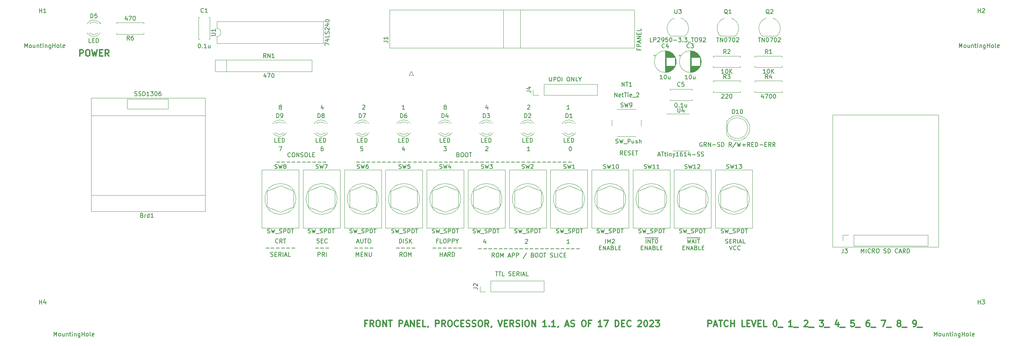
<source format=gbr>
%TF.GenerationSoftware,KiCad,Pcbnew,(6.0.11)*%
%TF.CreationDate,2023-12-17T12:12:52-05:00*%
%TF.ProjectId,front-panel.processor,66726f6e-742d-4706-916e-656c2e70726f,rev?*%
%TF.SameCoordinates,Original*%
%TF.FileFunction,Legend,Top*%
%TF.FilePolarity,Positive*%
%FSLAX46Y46*%
G04 Gerber Fmt 4.6, Leading zero omitted, Abs format (unit mm)*
G04 Created by KiCad (PCBNEW (6.0.11)) date 2023-12-17 12:12:52*
%MOMM*%
%LPD*%
G01*
G04 APERTURE LIST*
%ADD10C,0.300000*%
%ADD11C,0.150000*%
%ADD12C,0.120000*%
G04 APERTURE END LIST*
D10*
X117714285Y-225892857D02*
X117214285Y-225892857D01*
X117214285Y-226678571D02*
X117214285Y-225178571D01*
X117928571Y-225178571D01*
X119357142Y-226678571D02*
X118857142Y-225964285D01*
X118500000Y-226678571D02*
X118500000Y-225178571D01*
X119071428Y-225178571D01*
X119214285Y-225250000D01*
X119285714Y-225321428D01*
X119357142Y-225464285D01*
X119357142Y-225678571D01*
X119285714Y-225821428D01*
X119214285Y-225892857D01*
X119071428Y-225964285D01*
X118500000Y-225964285D01*
X120285714Y-225178571D02*
X120571428Y-225178571D01*
X120714285Y-225250000D01*
X120857142Y-225392857D01*
X120928571Y-225678571D01*
X120928571Y-226178571D01*
X120857142Y-226464285D01*
X120714285Y-226607142D01*
X120571428Y-226678571D01*
X120285714Y-226678571D01*
X120142857Y-226607142D01*
X120000000Y-226464285D01*
X119928571Y-226178571D01*
X119928571Y-225678571D01*
X120000000Y-225392857D01*
X120142857Y-225250000D01*
X120285714Y-225178571D01*
X121571428Y-226678571D02*
X121571428Y-225178571D01*
X122428571Y-226678571D01*
X122428571Y-225178571D01*
X122928571Y-225178571D02*
X123785714Y-225178571D01*
X123357142Y-226678571D02*
X123357142Y-225178571D01*
X125428571Y-226678571D02*
X125428571Y-225178571D01*
X126000000Y-225178571D01*
X126142857Y-225250000D01*
X126214285Y-225321428D01*
X126285714Y-225464285D01*
X126285714Y-225678571D01*
X126214285Y-225821428D01*
X126142857Y-225892857D01*
X126000000Y-225964285D01*
X125428571Y-225964285D01*
X126857142Y-226250000D02*
X127571428Y-226250000D01*
X126714285Y-226678571D02*
X127214285Y-225178571D01*
X127714285Y-226678571D01*
X128214285Y-226678571D02*
X128214285Y-225178571D01*
X129071428Y-226678571D01*
X129071428Y-225178571D01*
X129785714Y-225892857D02*
X130285714Y-225892857D01*
X130500000Y-226678571D02*
X129785714Y-226678571D01*
X129785714Y-225178571D01*
X130500000Y-225178571D01*
X131857142Y-226678571D02*
X131142857Y-226678571D01*
X131142857Y-225178571D01*
X132428571Y-226607142D02*
X132428571Y-226678571D01*
X132357142Y-226821428D01*
X132285714Y-226892857D01*
X134214285Y-226678571D02*
X134214285Y-225178571D01*
X134785714Y-225178571D01*
X134928571Y-225250000D01*
X135000000Y-225321428D01*
X135071428Y-225464285D01*
X135071428Y-225678571D01*
X135000000Y-225821428D01*
X134928571Y-225892857D01*
X134785714Y-225964285D01*
X134214285Y-225964285D01*
X136571428Y-226678571D02*
X136071428Y-225964285D01*
X135714285Y-226678571D02*
X135714285Y-225178571D01*
X136285714Y-225178571D01*
X136428571Y-225250000D01*
X136500000Y-225321428D01*
X136571428Y-225464285D01*
X136571428Y-225678571D01*
X136500000Y-225821428D01*
X136428571Y-225892857D01*
X136285714Y-225964285D01*
X135714285Y-225964285D01*
X137500000Y-225178571D02*
X137785714Y-225178571D01*
X137928571Y-225250000D01*
X138071428Y-225392857D01*
X138142857Y-225678571D01*
X138142857Y-226178571D01*
X138071428Y-226464285D01*
X137928571Y-226607142D01*
X137785714Y-226678571D01*
X137500000Y-226678571D01*
X137357142Y-226607142D01*
X137214285Y-226464285D01*
X137142857Y-226178571D01*
X137142857Y-225678571D01*
X137214285Y-225392857D01*
X137357142Y-225250000D01*
X137500000Y-225178571D01*
X139642857Y-226535714D02*
X139571428Y-226607142D01*
X139357142Y-226678571D01*
X139214285Y-226678571D01*
X139000000Y-226607142D01*
X138857142Y-226464285D01*
X138785714Y-226321428D01*
X138714285Y-226035714D01*
X138714285Y-225821428D01*
X138785714Y-225535714D01*
X138857142Y-225392857D01*
X139000000Y-225250000D01*
X139214285Y-225178571D01*
X139357142Y-225178571D01*
X139571428Y-225250000D01*
X139642857Y-225321428D01*
X140285714Y-225892857D02*
X140785714Y-225892857D01*
X141000000Y-226678571D02*
X140285714Y-226678571D01*
X140285714Y-225178571D01*
X141000000Y-225178571D01*
X141571428Y-226607142D02*
X141785714Y-226678571D01*
X142142857Y-226678571D01*
X142285714Y-226607142D01*
X142357142Y-226535714D01*
X142428571Y-226392857D01*
X142428571Y-226250000D01*
X142357142Y-226107142D01*
X142285714Y-226035714D01*
X142142857Y-225964285D01*
X141857142Y-225892857D01*
X141714285Y-225821428D01*
X141642857Y-225750000D01*
X141571428Y-225607142D01*
X141571428Y-225464285D01*
X141642857Y-225321428D01*
X141714285Y-225250000D01*
X141857142Y-225178571D01*
X142214285Y-225178571D01*
X142428571Y-225250000D01*
X143000000Y-226607142D02*
X143214285Y-226678571D01*
X143571428Y-226678571D01*
X143714285Y-226607142D01*
X143785714Y-226535714D01*
X143857142Y-226392857D01*
X143857142Y-226250000D01*
X143785714Y-226107142D01*
X143714285Y-226035714D01*
X143571428Y-225964285D01*
X143285714Y-225892857D01*
X143142857Y-225821428D01*
X143071428Y-225750000D01*
X143000000Y-225607142D01*
X143000000Y-225464285D01*
X143071428Y-225321428D01*
X143142857Y-225250000D01*
X143285714Y-225178571D01*
X143642857Y-225178571D01*
X143857142Y-225250000D01*
X144785714Y-225178571D02*
X145071428Y-225178571D01*
X145214285Y-225250000D01*
X145357142Y-225392857D01*
X145428571Y-225678571D01*
X145428571Y-226178571D01*
X145357142Y-226464285D01*
X145214285Y-226607142D01*
X145071428Y-226678571D01*
X144785714Y-226678571D01*
X144642857Y-226607142D01*
X144500000Y-226464285D01*
X144428571Y-226178571D01*
X144428571Y-225678571D01*
X144500000Y-225392857D01*
X144642857Y-225250000D01*
X144785714Y-225178571D01*
X146928571Y-226678571D02*
X146428571Y-225964285D01*
X146071428Y-226678571D02*
X146071428Y-225178571D01*
X146642857Y-225178571D01*
X146785714Y-225250000D01*
X146857142Y-225321428D01*
X146928571Y-225464285D01*
X146928571Y-225678571D01*
X146857142Y-225821428D01*
X146785714Y-225892857D01*
X146642857Y-225964285D01*
X146071428Y-225964285D01*
X147642857Y-226607142D02*
X147642857Y-226678571D01*
X147571428Y-226821428D01*
X147500000Y-226892857D01*
X149214285Y-225178571D02*
X149714285Y-226678571D01*
X150214285Y-225178571D01*
X150714285Y-225892857D02*
X151214285Y-225892857D01*
X151428571Y-226678571D02*
X150714285Y-226678571D01*
X150714285Y-225178571D01*
X151428571Y-225178571D01*
X152928571Y-226678571D02*
X152428571Y-225964285D01*
X152071428Y-226678571D02*
X152071428Y-225178571D01*
X152642857Y-225178571D01*
X152785714Y-225250000D01*
X152857142Y-225321428D01*
X152928571Y-225464285D01*
X152928571Y-225678571D01*
X152857142Y-225821428D01*
X152785714Y-225892857D01*
X152642857Y-225964285D01*
X152071428Y-225964285D01*
X153500000Y-226607142D02*
X153714285Y-226678571D01*
X154071428Y-226678571D01*
X154214285Y-226607142D01*
X154285714Y-226535714D01*
X154357142Y-226392857D01*
X154357142Y-226250000D01*
X154285714Y-226107142D01*
X154214285Y-226035714D01*
X154071428Y-225964285D01*
X153785714Y-225892857D01*
X153642857Y-225821428D01*
X153571428Y-225750000D01*
X153500000Y-225607142D01*
X153500000Y-225464285D01*
X153571428Y-225321428D01*
X153642857Y-225250000D01*
X153785714Y-225178571D01*
X154142857Y-225178571D01*
X154357142Y-225250000D01*
X155000000Y-226678571D02*
X155000000Y-225178571D01*
X156000000Y-225178571D02*
X156285714Y-225178571D01*
X156428571Y-225250000D01*
X156571428Y-225392857D01*
X156642857Y-225678571D01*
X156642857Y-226178571D01*
X156571428Y-226464285D01*
X156428571Y-226607142D01*
X156285714Y-226678571D01*
X156000000Y-226678571D01*
X155857142Y-226607142D01*
X155714285Y-226464285D01*
X155642857Y-226178571D01*
X155642857Y-225678571D01*
X155714285Y-225392857D01*
X155857142Y-225250000D01*
X156000000Y-225178571D01*
X157285714Y-226678571D02*
X157285714Y-225178571D01*
X158142857Y-226678571D01*
X158142857Y-225178571D01*
X160785714Y-226678571D02*
X159928571Y-226678571D01*
X160357142Y-226678571D02*
X160357142Y-225178571D01*
X160214285Y-225392857D01*
X160071428Y-225535714D01*
X159928571Y-225607142D01*
X161428571Y-226535714D02*
X161500000Y-226607142D01*
X161428571Y-226678571D01*
X161357142Y-226607142D01*
X161428571Y-226535714D01*
X161428571Y-226678571D01*
X162928571Y-226678571D02*
X162071428Y-226678571D01*
X162500000Y-226678571D02*
X162500000Y-225178571D01*
X162357142Y-225392857D01*
X162214285Y-225535714D01*
X162071428Y-225607142D01*
X163642857Y-226607142D02*
X163642857Y-226678571D01*
X163571428Y-226821428D01*
X163500000Y-226892857D01*
X165357142Y-226250000D02*
X166071428Y-226250000D01*
X165214285Y-226678571D02*
X165714285Y-225178571D01*
X166214285Y-226678571D01*
X166642857Y-226607142D02*
X166857142Y-226678571D01*
X167214285Y-226678571D01*
X167357142Y-226607142D01*
X167428571Y-226535714D01*
X167500000Y-226392857D01*
X167500000Y-226250000D01*
X167428571Y-226107142D01*
X167357142Y-226035714D01*
X167214285Y-225964285D01*
X166928571Y-225892857D01*
X166785714Y-225821428D01*
X166714285Y-225750000D01*
X166642857Y-225607142D01*
X166642857Y-225464285D01*
X166714285Y-225321428D01*
X166785714Y-225250000D01*
X166928571Y-225178571D01*
X167285714Y-225178571D01*
X167500000Y-225250000D01*
X169571428Y-225178571D02*
X169857142Y-225178571D01*
X170000000Y-225250000D01*
X170142857Y-225392857D01*
X170214285Y-225678571D01*
X170214285Y-226178571D01*
X170142857Y-226464285D01*
X170000000Y-226607142D01*
X169857142Y-226678571D01*
X169571428Y-226678571D01*
X169428571Y-226607142D01*
X169285714Y-226464285D01*
X169214285Y-226178571D01*
X169214285Y-225678571D01*
X169285714Y-225392857D01*
X169428571Y-225250000D01*
X169571428Y-225178571D01*
X171357142Y-225892857D02*
X170857142Y-225892857D01*
X170857142Y-226678571D02*
X170857142Y-225178571D01*
X171571428Y-225178571D01*
X174071428Y-226678571D02*
X173214285Y-226678571D01*
X173642857Y-226678571D02*
X173642857Y-225178571D01*
X173500000Y-225392857D01*
X173357142Y-225535714D01*
X173214285Y-225607142D01*
X174571428Y-225178571D02*
X175571428Y-225178571D01*
X174928571Y-226678571D01*
X177285714Y-226678571D02*
X177285714Y-225178571D01*
X177642857Y-225178571D01*
X177857142Y-225250000D01*
X178000000Y-225392857D01*
X178071428Y-225535714D01*
X178142857Y-225821428D01*
X178142857Y-226035714D01*
X178071428Y-226321428D01*
X178000000Y-226464285D01*
X177857142Y-226607142D01*
X177642857Y-226678571D01*
X177285714Y-226678571D01*
X178785714Y-225892857D02*
X179285714Y-225892857D01*
X179500000Y-226678571D02*
X178785714Y-226678571D01*
X178785714Y-225178571D01*
X179500000Y-225178571D01*
X181000000Y-226535714D02*
X180928571Y-226607142D01*
X180714285Y-226678571D01*
X180571428Y-226678571D01*
X180357142Y-226607142D01*
X180214285Y-226464285D01*
X180142857Y-226321428D01*
X180071428Y-226035714D01*
X180071428Y-225821428D01*
X180142857Y-225535714D01*
X180214285Y-225392857D01*
X180357142Y-225250000D01*
X180571428Y-225178571D01*
X180714285Y-225178571D01*
X180928571Y-225250000D01*
X181000000Y-225321428D01*
X182714285Y-225321428D02*
X182785714Y-225250000D01*
X182928571Y-225178571D01*
X183285714Y-225178571D01*
X183428571Y-225250000D01*
X183500000Y-225321428D01*
X183571428Y-225464285D01*
X183571428Y-225607142D01*
X183500000Y-225821428D01*
X182642857Y-226678571D01*
X183571428Y-226678571D01*
X184500000Y-225178571D02*
X184642857Y-225178571D01*
X184785714Y-225250000D01*
X184857142Y-225321428D01*
X184928571Y-225464285D01*
X185000000Y-225750000D01*
X185000000Y-226107142D01*
X184928571Y-226392857D01*
X184857142Y-226535714D01*
X184785714Y-226607142D01*
X184642857Y-226678571D01*
X184500000Y-226678571D01*
X184357142Y-226607142D01*
X184285714Y-226535714D01*
X184214285Y-226392857D01*
X184142857Y-226107142D01*
X184142857Y-225750000D01*
X184214285Y-225464285D01*
X184285714Y-225321428D01*
X184357142Y-225250000D01*
X184500000Y-225178571D01*
X185571428Y-225321428D02*
X185642857Y-225250000D01*
X185785714Y-225178571D01*
X186142857Y-225178571D01*
X186285714Y-225250000D01*
X186357142Y-225321428D01*
X186428571Y-225464285D01*
X186428571Y-225607142D01*
X186357142Y-225821428D01*
X185500000Y-226678571D01*
X186428571Y-226678571D01*
X186928571Y-225178571D02*
X187857142Y-225178571D01*
X187357142Y-225750000D01*
X187571428Y-225750000D01*
X187714285Y-225821428D01*
X187785714Y-225892857D01*
X187857142Y-226035714D01*
X187857142Y-226392857D01*
X187785714Y-226535714D01*
X187714285Y-226607142D01*
X187571428Y-226678571D01*
X187142857Y-226678571D01*
X187000000Y-226607142D01*
X186928571Y-226535714D01*
D11*
X184380952Y-205365000D02*
X184857142Y-205365000D01*
X184619047Y-206647380D02*
X184619047Y-205647380D01*
X184857142Y-205365000D02*
X185904761Y-205365000D01*
X185095238Y-206647380D02*
X185095238Y-205647380D01*
X185666666Y-206647380D01*
X185666666Y-205647380D01*
X185904761Y-205365000D02*
X186666666Y-205365000D01*
X186000000Y-205647380D02*
X186571428Y-205647380D01*
X186285714Y-206647380D02*
X186285714Y-205647380D01*
X186666666Y-205365000D02*
X187619047Y-205365000D01*
X187095238Y-205647380D02*
X187190476Y-205647380D01*
X187285714Y-205695000D01*
X187333333Y-205742619D01*
X187380952Y-205837857D01*
X187428571Y-206028333D01*
X187428571Y-206266428D01*
X187380952Y-206456904D01*
X187333333Y-206552142D01*
X187285714Y-206599761D01*
X187190476Y-206647380D01*
X187095238Y-206647380D01*
X187000000Y-206599761D01*
X186952380Y-206552142D01*
X186904761Y-206456904D01*
X186857142Y-206266428D01*
X186857142Y-206028333D01*
X186904761Y-205837857D01*
X186952380Y-205742619D01*
X187000000Y-205695000D01*
X187095238Y-205647380D01*
X183476190Y-207733571D02*
X183809523Y-207733571D01*
X183952380Y-208257380D02*
X183476190Y-208257380D01*
X183476190Y-207257380D01*
X183952380Y-207257380D01*
X184380952Y-208257380D02*
X184380952Y-207257380D01*
X184952380Y-208257380D01*
X184952380Y-207257380D01*
X185380952Y-207971666D02*
X185857142Y-207971666D01*
X185285714Y-208257380D02*
X185619047Y-207257380D01*
X185952380Y-208257380D01*
X186619047Y-207733571D02*
X186761904Y-207781190D01*
X186809523Y-207828809D01*
X186857142Y-207924047D01*
X186857142Y-208066904D01*
X186809523Y-208162142D01*
X186761904Y-208209761D01*
X186666666Y-208257380D01*
X186285714Y-208257380D01*
X186285714Y-207257380D01*
X186619047Y-207257380D01*
X186714285Y-207305000D01*
X186761904Y-207352619D01*
X186809523Y-207447857D01*
X186809523Y-207543095D01*
X186761904Y-207638333D01*
X186714285Y-207685952D01*
X186619047Y-207733571D01*
X186285714Y-207733571D01*
X187761904Y-208257380D02*
X187285714Y-208257380D01*
X187285714Y-207257380D01*
X188095238Y-207733571D02*
X188428571Y-207733571D01*
X188571428Y-208257380D02*
X188095238Y-208257380D01*
X188095238Y-207257380D01*
X188571428Y-207257380D01*
D10*
X48902201Y-161678571D02*
X48902201Y-160178571D01*
X49473629Y-160178571D01*
X49616487Y-160250000D01*
X49687915Y-160321428D01*
X49759344Y-160464285D01*
X49759344Y-160678571D01*
X49687915Y-160821428D01*
X49616487Y-160892857D01*
X49473629Y-160964285D01*
X48902201Y-160964285D01*
X50687915Y-160178571D02*
X50973629Y-160178571D01*
X51116487Y-160250000D01*
X51259344Y-160392857D01*
X51330772Y-160678571D01*
X51330772Y-161178571D01*
X51259344Y-161464285D01*
X51116487Y-161607142D01*
X50973629Y-161678571D01*
X50687915Y-161678571D01*
X50545058Y-161607142D01*
X50402201Y-161464285D01*
X50330772Y-161178571D01*
X50330772Y-160678571D01*
X50402201Y-160392857D01*
X50545058Y-160250000D01*
X50687915Y-160178571D01*
X51830772Y-160178571D02*
X52187915Y-161678571D01*
X52473629Y-160607142D01*
X52759344Y-161678571D01*
X53116487Y-160178571D01*
X53687915Y-160892857D02*
X54187915Y-160892857D01*
X54402201Y-161678571D02*
X53687915Y-161678571D01*
X53687915Y-160178571D01*
X54402201Y-160178571D01*
X55902201Y-161678571D02*
X55402201Y-160964285D01*
X55045058Y-161678571D02*
X55045058Y-160178571D01*
X55616487Y-160178571D01*
X55759344Y-160250000D01*
X55830772Y-160321428D01*
X55902201Y-160464285D01*
X55902201Y-160678571D01*
X55830772Y-160821428D01*
X55759344Y-160892857D01*
X55616487Y-160964285D01*
X55045058Y-160964285D01*
D11*
X146190476Y-206035714D02*
X146190476Y-206702380D01*
X145952380Y-205654761D02*
X145714285Y-206369047D01*
X146333333Y-206369047D01*
X96904761Y-173880952D02*
X96809523Y-173833333D01*
X96761904Y-173785714D01*
X96714285Y-173690476D01*
X96714285Y-173642857D01*
X96761904Y-173547619D01*
X96809523Y-173500000D01*
X96904761Y-173452380D01*
X97095238Y-173452380D01*
X97190476Y-173500000D01*
X97238095Y-173547619D01*
X97285714Y-173642857D01*
X97285714Y-173690476D01*
X97238095Y-173785714D01*
X97190476Y-173833333D01*
X97095238Y-173880952D01*
X96904761Y-173880952D01*
X96809523Y-173928571D01*
X96761904Y-173976190D01*
X96714285Y-174071428D01*
X96714285Y-174261904D01*
X96761904Y-174357142D01*
X96809523Y-174404761D01*
X96904761Y-174452380D01*
X97095238Y-174452380D01*
X97190476Y-174404761D01*
X97238095Y-174357142D01*
X97285714Y-174261904D01*
X97285714Y-174071428D01*
X97238095Y-173976190D01*
X97190476Y-173928571D01*
X97095238Y-173880952D01*
X126785714Y-174452380D02*
X126214285Y-174452380D01*
X126500000Y-174452380D02*
X126500000Y-173452380D01*
X126404761Y-173595238D01*
X126309523Y-173690476D01*
X126214285Y-173738095D01*
X116714285Y-173547619D02*
X116761904Y-173500000D01*
X116857142Y-173452380D01*
X117095238Y-173452380D01*
X117190476Y-173500000D01*
X117238095Y-173547619D01*
X117285714Y-173642857D01*
X117285714Y-173738095D01*
X117238095Y-173880952D01*
X116666666Y-174452380D01*
X117285714Y-174452380D01*
X146214285Y-183547619D02*
X146261904Y-183500000D01*
X146357142Y-183452380D01*
X146595238Y-183452380D01*
X146690476Y-183500000D01*
X146738095Y-183547619D01*
X146785714Y-183642857D01*
X146785714Y-183738095D01*
X146738095Y-183880952D01*
X146166666Y-184452380D01*
X146785714Y-184452380D01*
X203690476Y-206599761D02*
X203833333Y-206647380D01*
X204071428Y-206647380D01*
X204166666Y-206599761D01*
X204214285Y-206552142D01*
X204261904Y-206456904D01*
X204261904Y-206361666D01*
X204214285Y-206266428D01*
X204166666Y-206218809D01*
X204071428Y-206171190D01*
X203880952Y-206123571D01*
X203785714Y-206075952D01*
X203738095Y-206028333D01*
X203690476Y-205933095D01*
X203690476Y-205837857D01*
X203738095Y-205742619D01*
X203785714Y-205695000D01*
X203880952Y-205647380D01*
X204119047Y-205647380D01*
X204261904Y-205695000D01*
X204690476Y-206123571D02*
X205023809Y-206123571D01*
X205166666Y-206647380D02*
X204690476Y-206647380D01*
X204690476Y-205647380D01*
X205166666Y-205647380D01*
X206166666Y-206647380D02*
X205833333Y-206171190D01*
X205595238Y-206647380D02*
X205595238Y-205647380D01*
X205976190Y-205647380D01*
X206071428Y-205695000D01*
X206119047Y-205742619D01*
X206166666Y-205837857D01*
X206166666Y-205980714D01*
X206119047Y-206075952D01*
X206071428Y-206123571D01*
X205976190Y-206171190D01*
X205595238Y-206171190D01*
X206595238Y-206647380D02*
X206595238Y-205647380D01*
X207023809Y-206361666D02*
X207500000Y-206361666D01*
X206928571Y-206647380D02*
X207261904Y-205647380D01*
X207595238Y-206647380D01*
X208404761Y-206647380D02*
X207928571Y-206647380D01*
X207928571Y-205647380D01*
X204666666Y-207257380D02*
X205000000Y-208257380D01*
X205333333Y-207257380D01*
X206238095Y-208162142D02*
X206190476Y-208209761D01*
X206047619Y-208257380D01*
X205952380Y-208257380D01*
X205809523Y-208209761D01*
X205714285Y-208114523D01*
X205666666Y-208019285D01*
X205619047Y-207828809D01*
X205619047Y-207685952D01*
X205666666Y-207495476D01*
X205714285Y-207400238D01*
X205809523Y-207305000D01*
X205952380Y-207257380D01*
X206047619Y-207257380D01*
X206190476Y-207305000D01*
X206238095Y-207352619D01*
X207238095Y-208162142D02*
X207190476Y-208209761D01*
X207047619Y-208257380D01*
X206952380Y-208257380D01*
X206809523Y-208209761D01*
X206714285Y-208114523D01*
X206666666Y-208019285D01*
X206619047Y-207828809D01*
X206619047Y-207685952D01*
X206666666Y-207495476D01*
X206714285Y-207400238D01*
X206809523Y-207305000D01*
X206952380Y-207257380D01*
X207047619Y-207257380D01*
X207190476Y-207305000D01*
X207238095Y-207352619D01*
X166285714Y-174452380D02*
X165714285Y-174452380D01*
X166000000Y-174452380D02*
X166000000Y-173452380D01*
X165904761Y-173595238D01*
X165809523Y-173690476D01*
X165714285Y-173738095D01*
X156214285Y-173547619D02*
X156261904Y-173500000D01*
X156357142Y-173452380D01*
X156595238Y-173452380D01*
X156690476Y-173500000D01*
X156738095Y-173547619D01*
X156785714Y-173642857D01*
X156785714Y-173738095D01*
X156738095Y-173880952D01*
X156166666Y-174452380D01*
X156785714Y-174452380D01*
X156785714Y-184452380D02*
X156214285Y-184452380D01*
X156500000Y-184452380D02*
X156500000Y-183452380D01*
X156404761Y-183595238D01*
X156309523Y-183690476D01*
X156214285Y-183738095D01*
X105761904Y-206544761D02*
X105904761Y-206592380D01*
X106142857Y-206592380D01*
X106238095Y-206544761D01*
X106285714Y-206497142D01*
X106333333Y-206401904D01*
X106333333Y-206306666D01*
X106285714Y-206211428D01*
X106238095Y-206163809D01*
X106142857Y-206116190D01*
X105952380Y-206068571D01*
X105857142Y-206020952D01*
X105809523Y-205973333D01*
X105761904Y-205878095D01*
X105761904Y-205782857D01*
X105809523Y-205687619D01*
X105857142Y-205640000D01*
X105952380Y-205592380D01*
X106190476Y-205592380D01*
X106333333Y-205640000D01*
X106761904Y-206068571D02*
X107095238Y-206068571D01*
X107238095Y-206592380D02*
X106761904Y-206592380D01*
X106761904Y-205592380D01*
X107238095Y-205592380D01*
X108238095Y-206497142D02*
X108190476Y-206544761D01*
X108047619Y-206592380D01*
X107952380Y-206592380D01*
X107809523Y-206544761D01*
X107714285Y-206449523D01*
X107666666Y-206354285D01*
X107619047Y-206163809D01*
X107619047Y-206020952D01*
X107666666Y-205830476D01*
X107714285Y-205735238D01*
X107809523Y-205640000D01*
X107952380Y-205592380D01*
X108047619Y-205592380D01*
X108190476Y-205640000D01*
X108238095Y-205687619D01*
X105380952Y-207821428D02*
X106142857Y-207821428D01*
X106619047Y-207821428D02*
X107380952Y-207821428D01*
X107857142Y-207821428D02*
X108619047Y-207821428D01*
X106000000Y-209812380D02*
X106000000Y-208812380D01*
X106380952Y-208812380D01*
X106476190Y-208860000D01*
X106523809Y-208907619D01*
X106571428Y-209002857D01*
X106571428Y-209145714D01*
X106523809Y-209240952D01*
X106476190Y-209288571D01*
X106380952Y-209336190D01*
X106000000Y-209336190D01*
X107571428Y-209812380D02*
X107238095Y-209336190D01*
X107000000Y-209812380D02*
X107000000Y-208812380D01*
X107380952Y-208812380D01*
X107476190Y-208860000D01*
X107523809Y-208907619D01*
X107571428Y-209002857D01*
X107571428Y-209145714D01*
X107523809Y-209240952D01*
X107476190Y-209288571D01*
X107380952Y-209336190D01*
X107000000Y-209336190D01*
X108000000Y-209812380D02*
X108000000Y-208812380D01*
X125523809Y-206592380D02*
X125523809Y-205592380D01*
X125761904Y-205592380D01*
X125904761Y-205640000D01*
X126000000Y-205735238D01*
X126047619Y-205830476D01*
X126095238Y-206020952D01*
X126095238Y-206163809D01*
X126047619Y-206354285D01*
X126000000Y-206449523D01*
X125904761Y-206544761D01*
X125761904Y-206592380D01*
X125523809Y-206592380D01*
X126523809Y-206592380D02*
X126523809Y-205592380D01*
X126952380Y-206544761D02*
X127095238Y-206592380D01*
X127333333Y-206592380D01*
X127428571Y-206544761D01*
X127476190Y-206497142D01*
X127523809Y-206401904D01*
X127523809Y-206306666D01*
X127476190Y-206211428D01*
X127428571Y-206163809D01*
X127333333Y-206116190D01*
X127142857Y-206068571D01*
X127047619Y-206020952D01*
X127000000Y-205973333D01*
X126952380Y-205878095D01*
X126952380Y-205782857D01*
X127000000Y-205687619D01*
X127047619Y-205640000D01*
X127142857Y-205592380D01*
X127380952Y-205592380D01*
X127523809Y-205640000D01*
X127952380Y-206592380D02*
X127952380Y-205592380D01*
X128523809Y-206592380D02*
X128095238Y-206020952D01*
X128523809Y-205592380D02*
X127952380Y-206163809D01*
X124761904Y-207821428D02*
X125523809Y-207821428D01*
X126000000Y-207821428D02*
X126761904Y-207821428D01*
X127238095Y-207821428D02*
X128000000Y-207821428D01*
X128476190Y-207821428D02*
X129238095Y-207821428D01*
X126214285Y-209812380D02*
X125880952Y-209336190D01*
X125642857Y-209812380D02*
X125642857Y-208812380D01*
X126023809Y-208812380D01*
X126119047Y-208860000D01*
X126166666Y-208907619D01*
X126214285Y-209002857D01*
X126214285Y-209145714D01*
X126166666Y-209240952D01*
X126119047Y-209288571D01*
X126023809Y-209336190D01*
X125642857Y-209336190D01*
X126833333Y-208812380D02*
X127023809Y-208812380D01*
X127119047Y-208860000D01*
X127214285Y-208955238D01*
X127261904Y-209145714D01*
X127261904Y-209479047D01*
X127214285Y-209669523D01*
X127119047Y-209764761D01*
X127023809Y-209812380D01*
X126833333Y-209812380D01*
X126738095Y-209764761D01*
X126642857Y-209669523D01*
X126595238Y-209479047D01*
X126595238Y-209145714D01*
X126642857Y-208955238D01*
X126738095Y-208860000D01*
X126833333Y-208812380D01*
X127690476Y-209812380D02*
X127690476Y-208812380D01*
X128023809Y-209526666D01*
X128357142Y-208812380D01*
X128357142Y-209812380D01*
X144446912Y-208016428D02*
X145208817Y-208016428D01*
X145685008Y-208016428D02*
X146446912Y-208016428D01*
X146923103Y-208016428D02*
X147685008Y-208016428D01*
X148161198Y-208016428D02*
X148923103Y-208016428D01*
X149399293Y-208016428D02*
X150161198Y-208016428D01*
X150637389Y-208016428D02*
X151399293Y-208016428D01*
X151875484Y-208016428D02*
X152637389Y-208016428D01*
X153113579Y-208016428D02*
X153875484Y-208016428D01*
X154351674Y-208016428D02*
X155113579Y-208016428D01*
X155589770Y-208016428D02*
X156351674Y-208016428D01*
X156827865Y-208016428D02*
X157589770Y-208016428D01*
X158065960Y-208016428D02*
X158827865Y-208016428D01*
X159304055Y-208016428D02*
X160065960Y-208016428D01*
X160542150Y-208016428D02*
X161304055Y-208016428D01*
X161780246Y-208016428D02*
X162542150Y-208016428D01*
X163018341Y-208016428D02*
X163780246Y-208016428D01*
X164256436Y-208016428D02*
X165018341Y-208016428D01*
X165494531Y-208016428D02*
X166256436Y-208016428D01*
X166732627Y-208016428D02*
X167494531Y-208016428D01*
X167970722Y-208016428D02*
X168732627Y-208016428D01*
X148327865Y-210007380D02*
X147994531Y-209531190D01*
X147756436Y-210007380D02*
X147756436Y-209007380D01*
X148137389Y-209007380D01*
X148232627Y-209055000D01*
X148280246Y-209102619D01*
X148327865Y-209197857D01*
X148327865Y-209340714D01*
X148280246Y-209435952D01*
X148232627Y-209483571D01*
X148137389Y-209531190D01*
X147756436Y-209531190D01*
X148946912Y-209007380D02*
X149137389Y-209007380D01*
X149232627Y-209055000D01*
X149327865Y-209150238D01*
X149375484Y-209340714D01*
X149375484Y-209674047D01*
X149327865Y-209864523D01*
X149232627Y-209959761D01*
X149137389Y-210007380D01*
X148946912Y-210007380D01*
X148851674Y-209959761D01*
X148756436Y-209864523D01*
X148708817Y-209674047D01*
X148708817Y-209340714D01*
X148756436Y-209150238D01*
X148851674Y-209055000D01*
X148946912Y-209007380D01*
X149804055Y-210007380D02*
X149804055Y-209007380D01*
X150137389Y-209721666D01*
X150470722Y-209007380D01*
X150470722Y-210007380D01*
X151661198Y-209721666D02*
X152137389Y-209721666D01*
X151565960Y-210007380D02*
X151899293Y-209007380D01*
X152232627Y-210007380D01*
X152565960Y-210007380D02*
X152565960Y-209007380D01*
X152946912Y-209007380D01*
X153042150Y-209055000D01*
X153089770Y-209102619D01*
X153137389Y-209197857D01*
X153137389Y-209340714D01*
X153089770Y-209435952D01*
X153042150Y-209483571D01*
X152946912Y-209531190D01*
X152565960Y-209531190D01*
X153565960Y-210007380D02*
X153565960Y-209007380D01*
X153946912Y-209007380D01*
X154042150Y-209055000D01*
X154089770Y-209102619D01*
X154137389Y-209197857D01*
X154137389Y-209340714D01*
X154089770Y-209435952D01*
X154042150Y-209483571D01*
X153946912Y-209531190D01*
X153565960Y-209531190D01*
X156042150Y-208959761D02*
X155185008Y-210245476D01*
X157470722Y-209483571D02*
X157613579Y-209531190D01*
X157661198Y-209578809D01*
X157708817Y-209674047D01*
X157708817Y-209816904D01*
X157661198Y-209912142D01*
X157613579Y-209959761D01*
X157518341Y-210007380D01*
X157137389Y-210007380D01*
X157137389Y-209007380D01*
X157470722Y-209007380D01*
X157565960Y-209055000D01*
X157613579Y-209102619D01*
X157661198Y-209197857D01*
X157661198Y-209293095D01*
X157613579Y-209388333D01*
X157565960Y-209435952D01*
X157470722Y-209483571D01*
X157137389Y-209483571D01*
X158327865Y-209007380D02*
X158518341Y-209007380D01*
X158613579Y-209055000D01*
X158708817Y-209150238D01*
X158756436Y-209340714D01*
X158756436Y-209674047D01*
X158708817Y-209864523D01*
X158613579Y-209959761D01*
X158518341Y-210007380D01*
X158327865Y-210007380D01*
X158232627Y-209959761D01*
X158137389Y-209864523D01*
X158089770Y-209674047D01*
X158089770Y-209340714D01*
X158137389Y-209150238D01*
X158232627Y-209055000D01*
X158327865Y-209007380D01*
X159375484Y-209007380D02*
X159565960Y-209007380D01*
X159661198Y-209055000D01*
X159756436Y-209150238D01*
X159804055Y-209340714D01*
X159804055Y-209674047D01*
X159756436Y-209864523D01*
X159661198Y-209959761D01*
X159565960Y-210007380D01*
X159375484Y-210007380D01*
X159280246Y-209959761D01*
X159185008Y-209864523D01*
X159137389Y-209674047D01*
X159137389Y-209340714D01*
X159185008Y-209150238D01*
X159280246Y-209055000D01*
X159375484Y-209007380D01*
X160089770Y-209007380D02*
X160661198Y-209007380D01*
X160375484Y-210007380D02*
X160375484Y-209007380D01*
X161708817Y-209959761D02*
X161851674Y-210007380D01*
X162089770Y-210007380D01*
X162185008Y-209959761D01*
X162232627Y-209912142D01*
X162280246Y-209816904D01*
X162280246Y-209721666D01*
X162232627Y-209626428D01*
X162185008Y-209578809D01*
X162089770Y-209531190D01*
X161899293Y-209483571D01*
X161804055Y-209435952D01*
X161756436Y-209388333D01*
X161708817Y-209293095D01*
X161708817Y-209197857D01*
X161756436Y-209102619D01*
X161804055Y-209055000D01*
X161899293Y-209007380D01*
X162137389Y-209007380D01*
X162280246Y-209055000D01*
X163185008Y-210007380D02*
X162708817Y-210007380D01*
X162708817Y-209007380D01*
X163518341Y-210007380D02*
X163518341Y-209007380D01*
X164565960Y-209912142D02*
X164518341Y-209959761D01*
X164375484Y-210007380D01*
X164280246Y-210007380D01*
X164137389Y-209959761D01*
X164042150Y-209864523D01*
X163994531Y-209769285D01*
X163946912Y-209578809D01*
X163946912Y-209435952D01*
X163994531Y-209245476D01*
X164042150Y-209150238D01*
X164137389Y-209055000D01*
X164280246Y-209007380D01*
X164375484Y-209007380D01*
X164518341Y-209055000D01*
X164565960Y-209102619D01*
X164994531Y-209483571D02*
X165327865Y-209483571D01*
X165470722Y-210007380D02*
X164994531Y-210007380D01*
X164994531Y-209007380D01*
X165470722Y-209007380D01*
D10*
X199500000Y-226678571D02*
X199500000Y-225178571D01*
X200071428Y-225178571D01*
X200214285Y-225250000D01*
X200285714Y-225321428D01*
X200357142Y-225464285D01*
X200357142Y-225678571D01*
X200285714Y-225821428D01*
X200214285Y-225892857D01*
X200071428Y-225964285D01*
X199500000Y-225964285D01*
X200928571Y-226250000D02*
X201642857Y-226250000D01*
X200785714Y-226678571D02*
X201285714Y-225178571D01*
X201785714Y-226678571D01*
X202071428Y-225178571D02*
X202928571Y-225178571D01*
X202500000Y-226678571D02*
X202500000Y-225178571D01*
X204285714Y-226535714D02*
X204214285Y-226607142D01*
X204000000Y-226678571D01*
X203857142Y-226678571D01*
X203642857Y-226607142D01*
X203500000Y-226464285D01*
X203428571Y-226321428D01*
X203357142Y-226035714D01*
X203357142Y-225821428D01*
X203428571Y-225535714D01*
X203500000Y-225392857D01*
X203642857Y-225250000D01*
X203857142Y-225178571D01*
X204000000Y-225178571D01*
X204214285Y-225250000D01*
X204285714Y-225321428D01*
X204928571Y-226678571D02*
X204928571Y-225178571D01*
X204928571Y-225892857D02*
X205785714Y-225892857D01*
X205785714Y-226678571D02*
X205785714Y-225178571D01*
X208357142Y-226678571D02*
X207642857Y-226678571D01*
X207642857Y-225178571D01*
X208857142Y-225892857D02*
X209357142Y-225892857D01*
X209571428Y-226678571D02*
X208857142Y-226678571D01*
X208857142Y-225178571D01*
X209571428Y-225178571D01*
X210000000Y-225178571D02*
X210500000Y-226678571D01*
X211000000Y-225178571D01*
X211500000Y-225892857D02*
X212000000Y-225892857D01*
X212214285Y-226678571D02*
X211500000Y-226678571D01*
X211500000Y-225178571D01*
X212214285Y-225178571D01*
X213571428Y-226678571D02*
X212857142Y-226678571D01*
X212857142Y-225178571D01*
X215500000Y-225178571D02*
X215642857Y-225178571D01*
X215785714Y-225250000D01*
X215857142Y-225321428D01*
X215928571Y-225464285D01*
X216000000Y-225750000D01*
X216000000Y-226107142D01*
X215928571Y-226392857D01*
X215857142Y-226535714D01*
X215785714Y-226607142D01*
X215642857Y-226678571D01*
X215500000Y-226678571D01*
X215357142Y-226607142D01*
X215285714Y-226535714D01*
X215214285Y-226392857D01*
X215142857Y-226107142D01*
X215142857Y-225750000D01*
X215214285Y-225464285D01*
X215285714Y-225321428D01*
X215357142Y-225250000D01*
X215500000Y-225178571D01*
X216285714Y-226821428D02*
X217428571Y-226821428D01*
X219714285Y-226678571D02*
X218857142Y-226678571D01*
X219285714Y-226678571D02*
X219285714Y-225178571D01*
X219142857Y-225392857D01*
X219000000Y-225535714D01*
X218857142Y-225607142D01*
X220000000Y-226821428D02*
X221142857Y-226821428D01*
X222571428Y-225321428D02*
X222642857Y-225250000D01*
X222785714Y-225178571D01*
X223142857Y-225178571D01*
X223285714Y-225250000D01*
X223357142Y-225321428D01*
X223428571Y-225464285D01*
X223428571Y-225607142D01*
X223357142Y-225821428D01*
X222500000Y-226678571D01*
X223428571Y-226678571D01*
X223714285Y-226821428D02*
X224857142Y-226821428D01*
X226214285Y-225178571D02*
X227142857Y-225178571D01*
X226642857Y-225750000D01*
X226857142Y-225750000D01*
X227000000Y-225821428D01*
X227071428Y-225892857D01*
X227142857Y-226035714D01*
X227142857Y-226392857D01*
X227071428Y-226535714D01*
X227000000Y-226607142D01*
X226857142Y-226678571D01*
X226428571Y-226678571D01*
X226285714Y-226607142D01*
X226214285Y-226535714D01*
X227428571Y-226821428D02*
X228571428Y-226821428D01*
X230714285Y-225678571D02*
X230714285Y-226678571D01*
X230357142Y-225107142D02*
X230000000Y-226178571D01*
X230928571Y-226178571D01*
X231142857Y-226821428D02*
X232285714Y-226821428D01*
X234500000Y-225178571D02*
X233785714Y-225178571D01*
X233714285Y-225892857D01*
X233785714Y-225821428D01*
X233928571Y-225750000D01*
X234285714Y-225750000D01*
X234428571Y-225821428D01*
X234500000Y-225892857D01*
X234571428Y-226035714D01*
X234571428Y-226392857D01*
X234500000Y-226535714D01*
X234428571Y-226607142D01*
X234285714Y-226678571D01*
X233928571Y-226678571D01*
X233785714Y-226607142D01*
X233714285Y-226535714D01*
X234857142Y-226821428D02*
X235999999Y-226821428D01*
X238142857Y-225178571D02*
X237857142Y-225178571D01*
X237714285Y-225250000D01*
X237642857Y-225321428D01*
X237499999Y-225535714D01*
X237428571Y-225821428D01*
X237428571Y-226392857D01*
X237499999Y-226535714D01*
X237571428Y-226607142D01*
X237714285Y-226678571D01*
X237999999Y-226678571D01*
X238142857Y-226607142D01*
X238214285Y-226535714D01*
X238285714Y-226392857D01*
X238285714Y-226035714D01*
X238214285Y-225892857D01*
X238142857Y-225821428D01*
X237999999Y-225750000D01*
X237714285Y-225750000D01*
X237571428Y-225821428D01*
X237499999Y-225892857D01*
X237428571Y-226035714D01*
X238571428Y-226821428D02*
X239714285Y-226821428D01*
X241071428Y-225178571D02*
X242071428Y-225178571D01*
X241428571Y-226678571D01*
X242285714Y-226821428D02*
X243428571Y-226821428D01*
X245142857Y-225821428D02*
X244999999Y-225750000D01*
X244928571Y-225678571D01*
X244857142Y-225535714D01*
X244857142Y-225464285D01*
X244928571Y-225321428D01*
X244999999Y-225250000D01*
X245142857Y-225178571D01*
X245428571Y-225178571D01*
X245571428Y-225250000D01*
X245642857Y-225321428D01*
X245714285Y-225464285D01*
X245714285Y-225535714D01*
X245642857Y-225678571D01*
X245571428Y-225750000D01*
X245428571Y-225821428D01*
X245142857Y-225821428D01*
X244999999Y-225892857D01*
X244928571Y-225964285D01*
X244857142Y-226107142D01*
X244857142Y-226392857D01*
X244928571Y-226535714D01*
X244999999Y-226607142D01*
X245142857Y-226678571D01*
X245428571Y-226678571D01*
X245571428Y-226607142D01*
X245642857Y-226535714D01*
X245714285Y-226392857D01*
X245714285Y-226107142D01*
X245642857Y-225964285D01*
X245571428Y-225892857D01*
X245428571Y-225821428D01*
X245999999Y-226821428D02*
X247142857Y-226821428D01*
X248714285Y-226678571D02*
X248999999Y-226678571D01*
X249142857Y-226607142D01*
X249214285Y-226535714D01*
X249357142Y-226321428D01*
X249428571Y-226035714D01*
X249428571Y-225464285D01*
X249357142Y-225321428D01*
X249285714Y-225250000D01*
X249142857Y-225178571D01*
X248857142Y-225178571D01*
X248714285Y-225250000D01*
X248642857Y-225321428D01*
X248571428Y-225464285D01*
X248571428Y-225821428D01*
X248642857Y-225964285D01*
X248714285Y-226035714D01*
X248857142Y-226107142D01*
X249142857Y-226107142D01*
X249285714Y-226035714D01*
X249357142Y-225964285D01*
X249428571Y-225821428D01*
X249714285Y-226821428D02*
X250857142Y-226821428D01*
D11*
X96666666Y-183452380D02*
X97333333Y-183452380D01*
X96904761Y-184452380D01*
X146690476Y-173785714D02*
X146690476Y-174452380D01*
X146452380Y-173404761D02*
X146214285Y-174119047D01*
X146833333Y-174119047D01*
X139642857Y-185373571D02*
X139785714Y-185421190D01*
X139833333Y-185468809D01*
X139880952Y-185564047D01*
X139880952Y-185706904D01*
X139833333Y-185802142D01*
X139785714Y-185849761D01*
X139690476Y-185897380D01*
X139309523Y-185897380D01*
X139309523Y-184897380D01*
X139642857Y-184897380D01*
X139738095Y-184945000D01*
X139785714Y-184992619D01*
X139833333Y-185087857D01*
X139833333Y-185183095D01*
X139785714Y-185278333D01*
X139738095Y-185325952D01*
X139642857Y-185373571D01*
X139309523Y-185373571D01*
X140500000Y-184897380D02*
X140690476Y-184897380D01*
X140785714Y-184945000D01*
X140880952Y-185040238D01*
X140928571Y-185230714D01*
X140928571Y-185564047D01*
X140880952Y-185754523D01*
X140785714Y-185849761D01*
X140690476Y-185897380D01*
X140500000Y-185897380D01*
X140404761Y-185849761D01*
X140309523Y-185754523D01*
X140261904Y-185564047D01*
X140261904Y-185230714D01*
X140309523Y-185040238D01*
X140404761Y-184945000D01*
X140500000Y-184897380D01*
X141547619Y-184897380D02*
X141738095Y-184897380D01*
X141833333Y-184945000D01*
X141928571Y-185040238D01*
X141976190Y-185230714D01*
X141976190Y-185564047D01*
X141928571Y-185754523D01*
X141833333Y-185849761D01*
X141738095Y-185897380D01*
X141547619Y-185897380D01*
X141452380Y-185849761D01*
X141357142Y-185754523D01*
X141309523Y-185564047D01*
X141309523Y-185230714D01*
X141357142Y-185040238D01*
X141452380Y-184945000D01*
X141547619Y-184897380D01*
X142261904Y-184897380D02*
X142833333Y-184897380D01*
X142547619Y-185897380D02*
X142547619Y-184897380D01*
X115238095Y-187126428D02*
X115999999Y-187126428D01*
X116476190Y-187126428D02*
X117238095Y-187126428D01*
X117714285Y-187126428D02*
X118476190Y-187126428D01*
X118952380Y-187126428D02*
X119714285Y-187126428D01*
X120190476Y-187126428D02*
X120952380Y-187126428D01*
X121428571Y-187126428D02*
X122190476Y-187126428D01*
X122666666Y-187126428D02*
X123428571Y-187126428D01*
X123904761Y-187126428D02*
X124666666Y-187126428D01*
X125142857Y-187126428D02*
X125904761Y-187126428D01*
X126380952Y-187126428D02*
X127142857Y-187126428D01*
X127619047Y-187126428D02*
X128380952Y-187126428D01*
X128857142Y-187126428D02*
X129619047Y-187126428D01*
X130095238Y-187126428D02*
X130857142Y-187126428D01*
X131333333Y-187126428D02*
X132095238Y-187126428D01*
X132571428Y-187126428D02*
X133333333Y-187126428D01*
X133809523Y-187126428D02*
X134571428Y-187126428D01*
X135047619Y-187126428D02*
X135809523Y-187126428D01*
X136285714Y-187126428D02*
X137047619Y-187126428D01*
X137523809Y-187126428D02*
X138285714Y-187126428D01*
X138761904Y-187126428D02*
X139523809Y-187126428D01*
X140000000Y-187126428D02*
X140761904Y-187126428D01*
X141238095Y-187126428D02*
X142000000Y-187126428D01*
X142476190Y-187126428D02*
X143238095Y-187126428D01*
X143714285Y-187126428D02*
X144476190Y-187126428D01*
X144952380Y-187126428D02*
X145714285Y-187126428D01*
X146190476Y-187126428D02*
X146952380Y-187126428D01*
X147428571Y-187126428D02*
X148190476Y-187126428D01*
X148666666Y-187126428D02*
X149428571Y-187126428D01*
X149904761Y-187126428D02*
X150666666Y-187126428D01*
X151142857Y-187126428D02*
X151904761Y-187126428D01*
X152380952Y-187126428D02*
X153142857Y-187126428D01*
X153619047Y-187126428D02*
X154380952Y-187126428D01*
X154857142Y-187126428D02*
X155619047Y-187126428D01*
X156095238Y-187126428D02*
X156857142Y-187126428D01*
X157333333Y-187126428D02*
X158095238Y-187126428D01*
X158571428Y-187126428D02*
X159333333Y-187126428D01*
X159809523Y-187126428D02*
X160571428Y-187126428D01*
X161047619Y-187126428D02*
X161809523Y-187126428D01*
X162285714Y-187126428D02*
X163047619Y-187126428D01*
X163523809Y-187126428D02*
X164285714Y-187126428D01*
X164761904Y-187126428D02*
X165523809Y-187126428D01*
X166000000Y-187126428D02*
X166761904Y-187126428D01*
X166285714Y-206702380D02*
X165714285Y-206702380D01*
X166000000Y-206702380D02*
X166000000Y-205702380D01*
X165904761Y-205845238D01*
X165809523Y-205940476D01*
X165714285Y-205988095D01*
X116738095Y-183452380D02*
X116261904Y-183452380D01*
X116214285Y-183928571D01*
X116261904Y-183880952D01*
X116357142Y-183833333D01*
X116595238Y-183833333D01*
X116690476Y-183880952D01*
X116738095Y-183928571D01*
X116785714Y-184023809D01*
X116785714Y-184261904D01*
X116738095Y-184357142D01*
X116690476Y-184404761D01*
X116595238Y-184452380D01*
X116357142Y-184452380D01*
X116261904Y-184404761D01*
X116214285Y-184357142D01*
X115333333Y-206306666D02*
X115809523Y-206306666D01*
X115238095Y-206592380D02*
X115571428Y-205592380D01*
X115904761Y-206592380D01*
X116238095Y-205592380D02*
X116238095Y-206401904D01*
X116285714Y-206497142D01*
X116333333Y-206544761D01*
X116428571Y-206592380D01*
X116619047Y-206592380D01*
X116714285Y-206544761D01*
X116761904Y-206497142D01*
X116809523Y-206401904D01*
X116809523Y-205592380D01*
X117142857Y-205592380D02*
X117714285Y-205592380D01*
X117428571Y-206592380D02*
X117428571Y-205592380D01*
X118238095Y-205592380D02*
X118428571Y-205592380D01*
X118523809Y-205640000D01*
X118619047Y-205735238D01*
X118666666Y-205925714D01*
X118666666Y-206259047D01*
X118619047Y-206449523D01*
X118523809Y-206544761D01*
X118428571Y-206592380D01*
X118238095Y-206592380D01*
X118142857Y-206544761D01*
X118047619Y-206449523D01*
X118000000Y-206259047D01*
X118000000Y-205925714D01*
X118047619Y-205735238D01*
X118142857Y-205640000D01*
X118238095Y-205592380D01*
X114761904Y-207821428D02*
X115523809Y-207821428D01*
X116000000Y-207821428D02*
X116761904Y-207821428D01*
X117238095Y-207821428D02*
X118000000Y-207821428D01*
X118476190Y-207821428D02*
X119238095Y-207821428D01*
X115166666Y-209812380D02*
X115166666Y-208812380D01*
X115500000Y-209526666D01*
X115833333Y-208812380D01*
X115833333Y-209812380D01*
X116309523Y-209288571D02*
X116642857Y-209288571D01*
X116785714Y-209812380D02*
X116309523Y-209812380D01*
X116309523Y-208812380D01*
X116785714Y-208812380D01*
X117214285Y-209812380D02*
X117214285Y-208812380D01*
X117785714Y-209812380D01*
X117785714Y-208812380D01*
X118261904Y-208812380D02*
X118261904Y-209621904D01*
X118309523Y-209717142D01*
X118357142Y-209764761D01*
X118452380Y-209812380D01*
X118642857Y-209812380D01*
X118738095Y-209764761D01*
X118785714Y-209717142D01*
X118833333Y-209621904D01*
X118833333Y-208812380D01*
X155714285Y-205797619D02*
X155761904Y-205750000D01*
X155857142Y-205702380D01*
X156095238Y-205702380D01*
X156190476Y-205750000D01*
X156238095Y-205797619D01*
X156285714Y-205892857D01*
X156285714Y-205988095D01*
X156238095Y-206130952D01*
X155666666Y-206702380D01*
X156285714Y-206702380D01*
X136404761Y-173880952D02*
X136309523Y-173833333D01*
X136261904Y-173785714D01*
X136214285Y-173690476D01*
X136214285Y-173642857D01*
X136261904Y-173547619D01*
X136309523Y-173500000D01*
X136404761Y-173452380D01*
X136595238Y-173452380D01*
X136690476Y-173500000D01*
X136738095Y-173547619D01*
X136785714Y-173642857D01*
X136785714Y-173690476D01*
X136738095Y-173785714D01*
X136690476Y-173833333D01*
X136595238Y-173880952D01*
X136404761Y-173880952D01*
X136309523Y-173928571D01*
X136261904Y-173976190D01*
X136214285Y-174071428D01*
X136214285Y-174261904D01*
X136261904Y-174357142D01*
X136309523Y-174404761D01*
X136404761Y-174452380D01*
X136595238Y-174452380D01*
X136690476Y-174404761D01*
X136738095Y-174357142D01*
X136785714Y-174261904D01*
X136785714Y-174071428D01*
X136738095Y-173976190D01*
X136690476Y-173928571D01*
X136595238Y-173880952D01*
X134785714Y-206068571D02*
X134452380Y-206068571D01*
X134452380Y-206592380D02*
X134452380Y-205592380D01*
X134928571Y-205592380D01*
X135785714Y-206592380D02*
X135309523Y-206592380D01*
X135309523Y-205592380D01*
X136309523Y-205592380D02*
X136500000Y-205592380D01*
X136595238Y-205640000D01*
X136690476Y-205735238D01*
X136738095Y-205925714D01*
X136738095Y-206259047D01*
X136690476Y-206449523D01*
X136595238Y-206544761D01*
X136500000Y-206592380D01*
X136309523Y-206592380D01*
X136214285Y-206544761D01*
X136119047Y-206449523D01*
X136071428Y-206259047D01*
X136071428Y-205925714D01*
X136119047Y-205735238D01*
X136214285Y-205640000D01*
X136309523Y-205592380D01*
X137166666Y-206592380D02*
X137166666Y-205592380D01*
X137547619Y-205592380D01*
X137642857Y-205640000D01*
X137690476Y-205687619D01*
X137738095Y-205782857D01*
X137738095Y-205925714D01*
X137690476Y-206020952D01*
X137642857Y-206068571D01*
X137547619Y-206116190D01*
X137166666Y-206116190D01*
X138166666Y-206592380D02*
X138166666Y-205592380D01*
X138547619Y-205592380D01*
X138642857Y-205640000D01*
X138690476Y-205687619D01*
X138738095Y-205782857D01*
X138738095Y-205925714D01*
X138690476Y-206020952D01*
X138642857Y-206068571D01*
X138547619Y-206116190D01*
X138166666Y-206116190D01*
X139357142Y-206116190D02*
X139357142Y-206592380D01*
X139023809Y-205592380D02*
X139357142Y-206116190D01*
X139690476Y-205592380D01*
X133523809Y-207821428D02*
X134285714Y-207821428D01*
X134761904Y-207821428D02*
X135523809Y-207821428D01*
X136000000Y-207821428D02*
X136761904Y-207821428D01*
X137238095Y-207821428D02*
X138000000Y-207821428D01*
X138476190Y-207821428D02*
X139238095Y-207821428D01*
X139714285Y-207821428D02*
X140476190Y-207821428D01*
X135285714Y-209812380D02*
X135285714Y-208812380D01*
X135285714Y-209288571D02*
X135857142Y-209288571D01*
X135857142Y-209812380D02*
X135857142Y-208812380D01*
X136285714Y-209526666D02*
X136761904Y-209526666D01*
X136190476Y-209812380D02*
X136523809Y-208812380D01*
X136857142Y-209812380D01*
X137761904Y-209812380D02*
X137428571Y-209336190D01*
X137190476Y-209812380D02*
X137190476Y-208812380D01*
X137571428Y-208812380D01*
X137666666Y-208860000D01*
X137714285Y-208907619D01*
X137761904Y-209002857D01*
X137761904Y-209145714D01*
X137714285Y-209240952D01*
X137666666Y-209288571D01*
X137571428Y-209336190D01*
X137190476Y-209336190D01*
X138190476Y-209812380D02*
X138190476Y-208812380D01*
X138428571Y-208812380D01*
X138571428Y-208860000D01*
X138666666Y-208955238D01*
X138714285Y-209050476D01*
X138761904Y-209240952D01*
X138761904Y-209383809D01*
X138714285Y-209574285D01*
X138666666Y-209669523D01*
X138571428Y-209764761D01*
X138428571Y-209812380D01*
X138190476Y-209812380D01*
X107190476Y-173785714D02*
X107190476Y-174452380D01*
X106952380Y-173404761D02*
X106714285Y-174119047D01*
X107333333Y-174119047D01*
X179047619Y-185452380D02*
X178714285Y-184976190D01*
X178476190Y-185452380D02*
X178476190Y-184452380D01*
X178857142Y-184452380D01*
X178952380Y-184500000D01*
X179000000Y-184547619D01*
X179047619Y-184642857D01*
X179047619Y-184785714D01*
X179000000Y-184880952D01*
X178952380Y-184928571D01*
X178857142Y-184976190D01*
X178476190Y-184976190D01*
X179476190Y-184928571D02*
X179809523Y-184928571D01*
X179952380Y-185452380D02*
X179476190Y-185452380D01*
X179476190Y-184452380D01*
X179952380Y-184452380D01*
X180333333Y-185404761D02*
X180476190Y-185452380D01*
X180714285Y-185452380D01*
X180809523Y-185404761D01*
X180857142Y-185357142D01*
X180904761Y-185261904D01*
X180904761Y-185166666D01*
X180857142Y-185071428D01*
X180809523Y-185023809D01*
X180714285Y-184976190D01*
X180523809Y-184928571D01*
X180428571Y-184880952D01*
X180380952Y-184833333D01*
X180333333Y-184738095D01*
X180333333Y-184642857D01*
X180380952Y-184547619D01*
X180428571Y-184500000D01*
X180523809Y-184452380D01*
X180761904Y-184452380D01*
X180904761Y-184500000D01*
X181333333Y-184928571D02*
X181666666Y-184928571D01*
X181809523Y-185452380D02*
X181333333Y-185452380D01*
X181333333Y-184452380D01*
X181809523Y-184452380D01*
X182095238Y-184452380D02*
X182666666Y-184452380D01*
X182380952Y-185452380D02*
X182380952Y-184452380D01*
X96428571Y-206497142D02*
X96380952Y-206544761D01*
X96238095Y-206592380D01*
X96142857Y-206592380D01*
X96000000Y-206544761D01*
X95904761Y-206449523D01*
X95857142Y-206354285D01*
X95809523Y-206163809D01*
X95809523Y-206020952D01*
X95857142Y-205830476D01*
X95904761Y-205735238D01*
X96000000Y-205640000D01*
X96142857Y-205592380D01*
X96238095Y-205592380D01*
X96380952Y-205640000D01*
X96428571Y-205687619D01*
X97428571Y-206592380D02*
X97095238Y-206116190D01*
X96857142Y-206592380D02*
X96857142Y-205592380D01*
X97238095Y-205592380D01*
X97333333Y-205640000D01*
X97380952Y-205687619D01*
X97428571Y-205782857D01*
X97428571Y-205925714D01*
X97380952Y-206020952D01*
X97333333Y-206068571D01*
X97238095Y-206116190D01*
X96857142Y-206116190D01*
X97714285Y-205592380D02*
X98285714Y-205592380D01*
X98000000Y-206592380D02*
X98000000Y-205592380D01*
X93523809Y-207821428D02*
X94285714Y-207821428D01*
X94761904Y-207821428D02*
X95523809Y-207821428D01*
X96000000Y-207821428D02*
X96761904Y-207821428D01*
X97238095Y-207821428D02*
X98000000Y-207821428D01*
X98476190Y-207821428D02*
X99238095Y-207821428D01*
X99714285Y-207821428D02*
X100476190Y-207821428D01*
X94690476Y-209764761D02*
X94833333Y-209812380D01*
X95071428Y-209812380D01*
X95166666Y-209764761D01*
X95214285Y-209717142D01*
X95261904Y-209621904D01*
X95261904Y-209526666D01*
X95214285Y-209431428D01*
X95166666Y-209383809D01*
X95071428Y-209336190D01*
X94880952Y-209288571D01*
X94785714Y-209240952D01*
X94738095Y-209193333D01*
X94690476Y-209098095D01*
X94690476Y-209002857D01*
X94738095Y-208907619D01*
X94785714Y-208860000D01*
X94880952Y-208812380D01*
X95119047Y-208812380D01*
X95261904Y-208860000D01*
X95690476Y-209288571D02*
X96023809Y-209288571D01*
X96166666Y-209812380D02*
X95690476Y-209812380D01*
X95690476Y-208812380D01*
X96166666Y-208812380D01*
X97166666Y-209812380D02*
X96833333Y-209336190D01*
X96595238Y-209812380D02*
X96595238Y-208812380D01*
X96976190Y-208812380D01*
X97071428Y-208860000D01*
X97119047Y-208907619D01*
X97166666Y-209002857D01*
X97166666Y-209145714D01*
X97119047Y-209240952D01*
X97071428Y-209288571D01*
X96976190Y-209336190D01*
X96595238Y-209336190D01*
X97595238Y-209812380D02*
X97595238Y-208812380D01*
X98023809Y-209526666D02*
X98500000Y-209526666D01*
X97928571Y-209812380D02*
X98261904Y-208812380D01*
X98595238Y-209812380D01*
X99404761Y-209812380D02*
X98928571Y-209812380D01*
X98928571Y-208812380D01*
X194380952Y-205365000D02*
X195523809Y-205365000D01*
X194523809Y-205647380D02*
X194761904Y-206647380D01*
X194952380Y-205933095D01*
X195142857Y-206647380D01*
X195380952Y-205647380D01*
X195523809Y-205365000D02*
X196380952Y-205365000D01*
X195714285Y-206361666D02*
X196190476Y-206361666D01*
X195619047Y-206647380D02*
X195952380Y-205647380D01*
X196285714Y-206647380D01*
X196380952Y-205365000D02*
X196857142Y-205365000D01*
X196619047Y-206647380D02*
X196619047Y-205647380D01*
X196857142Y-205365000D02*
X197619047Y-205365000D01*
X196952380Y-205647380D02*
X197523809Y-205647380D01*
X197238095Y-206647380D02*
X197238095Y-205647380D01*
X193476190Y-207733571D02*
X193809523Y-207733571D01*
X193952380Y-208257380D02*
X193476190Y-208257380D01*
X193476190Y-207257380D01*
X193952380Y-207257380D01*
X194380952Y-208257380D02*
X194380952Y-207257380D01*
X194952380Y-208257380D01*
X194952380Y-207257380D01*
X195380952Y-207971666D02*
X195857142Y-207971666D01*
X195285714Y-208257380D02*
X195619047Y-207257380D01*
X195952380Y-208257380D01*
X196619047Y-207733571D02*
X196761904Y-207781190D01*
X196809523Y-207828809D01*
X196857142Y-207924047D01*
X196857142Y-208066904D01*
X196809523Y-208162142D01*
X196761904Y-208209761D01*
X196666666Y-208257380D01*
X196285714Y-208257380D01*
X196285714Y-207257380D01*
X196619047Y-207257380D01*
X196714285Y-207305000D01*
X196761904Y-207352619D01*
X196809523Y-207447857D01*
X196809523Y-207543095D01*
X196761904Y-207638333D01*
X196714285Y-207685952D01*
X196619047Y-207733571D01*
X196285714Y-207733571D01*
X197761904Y-208257380D02*
X197285714Y-208257380D01*
X197285714Y-207257380D01*
X198095238Y-207733571D02*
X198428571Y-207733571D01*
X198571428Y-208257380D02*
X198095238Y-208257380D01*
X198095238Y-207257380D01*
X198571428Y-207257380D01*
X136166666Y-183452380D02*
X136785714Y-183452380D01*
X136452380Y-183833333D01*
X136595238Y-183833333D01*
X136690476Y-183880952D01*
X136738095Y-183928571D01*
X136785714Y-184023809D01*
X136785714Y-184261904D01*
X136738095Y-184357142D01*
X136690476Y-184404761D01*
X136595238Y-184452380D01*
X136309523Y-184452380D01*
X136214285Y-184404761D01*
X136166666Y-184357142D01*
X126690476Y-183785714D02*
X126690476Y-184452380D01*
X126452380Y-183404761D02*
X126214285Y-184119047D01*
X126833333Y-184119047D01*
X99404761Y-185802142D02*
X99357142Y-185849761D01*
X99214285Y-185897380D01*
X99119047Y-185897380D01*
X98976190Y-185849761D01*
X98880952Y-185754523D01*
X98833333Y-185659285D01*
X98785714Y-185468809D01*
X98785714Y-185325952D01*
X98833333Y-185135476D01*
X98880952Y-185040238D01*
X98976190Y-184945000D01*
X99119047Y-184897380D01*
X99214285Y-184897380D01*
X99357142Y-184945000D01*
X99404761Y-184992619D01*
X100023809Y-184897380D02*
X100214285Y-184897380D01*
X100309523Y-184945000D01*
X100404761Y-185040238D01*
X100452380Y-185230714D01*
X100452380Y-185564047D01*
X100404761Y-185754523D01*
X100309523Y-185849761D01*
X100214285Y-185897380D01*
X100023809Y-185897380D01*
X99928571Y-185849761D01*
X99833333Y-185754523D01*
X99785714Y-185564047D01*
X99785714Y-185230714D01*
X99833333Y-185040238D01*
X99928571Y-184945000D01*
X100023809Y-184897380D01*
X100880952Y-185897380D02*
X100880952Y-184897380D01*
X101452380Y-185897380D01*
X101452380Y-184897380D01*
X101880952Y-185849761D02*
X102023809Y-185897380D01*
X102261904Y-185897380D01*
X102357142Y-185849761D01*
X102404761Y-185802142D01*
X102452380Y-185706904D01*
X102452380Y-185611666D01*
X102404761Y-185516428D01*
X102357142Y-185468809D01*
X102261904Y-185421190D01*
X102071428Y-185373571D01*
X101976190Y-185325952D01*
X101928571Y-185278333D01*
X101880952Y-185183095D01*
X101880952Y-185087857D01*
X101928571Y-184992619D01*
X101976190Y-184945000D01*
X102071428Y-184897380D01*
X102309523Y-184897380D01*
X102452380Y-184945000D01*
X103071428Y-184897380D02*
X103261904Y-184897380D01*
X103357142Y-184945000D01*
X103452380Y-185040238D01*
X103500000Y-185230714D01*
X103500000Y-185564047D01*
X103452380Y-185754523D01*
X103357142Y-185849761D01*
X103261904Y-185897380D01*
X103071428Y-185897380D01*
X102976190Y-185849761D01*
X102880952Y-185754523D01*
X102833333Y-185564047D01*
X102833333Y-185230714D01*
X102880952Y-185040238D01*
X102976190Y-184945000D01*
X103071428Y-184897380D01*
X104404761Y-185897380D02*
X103928571Y-185897380D01*
X103928571Y-184897380D01*
X104738095Y-185373571D02*
X105071428Y-185373571D01*
X105214285Y-185897380D02*
X104738095Y-185897380D01*
X104738095Y-184897380D01*
X105214285Y-184897380D01*
X96047619Y-187126428D02*
X96809523Y-187126428D01*
X97285714Y-187126428D02*
X98047619Y-187126428D01*
X98523809Y-187126428D02*
X99285714Y-187126428D01*
X99761904Y-187126428D02*
X100523809Y-187126428D01*
X101000000Y-187126428D02*
X101761904Y-187126428D01*
X102238095Y-187126428D02*
X103000000Y-187126428D01*
X103476190Y-187126428D02*
X104238095Y-187126428D01*
X104714285Y-187126428D02*
X105476190Y-187126428D01*
X105952380Y-187126428D02*
X106714285Y-187126428D01*
X107190476Y-187126428D02*
X107952380Y-187126428D01*
X174952380Y-206647380D02*
X174952380Y-205647380D01*
X175428571Y-206647380D02*
X175428571Y-205647380D01*
X175761904Y-206361666D01*
X176095238Y-205647380D01*
X176095238Y-206647380D01*
X176523809Y-205742619D02*
X176571428Y-205695000D01*
X176666666Y-205647380D01*
X176904761Y-205647380D01*
X177000000Y-205695000D01*
X177047619Y-205742619D01*
X177095238Y-205837857D01*
X177095238Y-205933095D01*
X177047619Y-206075952D01*
X176476190Y-206647380D01*
X177095238Y-206647380D01*
X173476190Y-207733571D02*
X173809523Y-207733571D01*
X173952380Y-208257380D02*
X173476190Y-208257380D01*
X173476190Y-207257380D01*
X173952380Y-207257380D01*
X174380952Y-208257380D02*
X174380952Y-207257380D01*
X174952380Y-208257380D01*
X174952380Y-207257380D01*
X175380952Y-207971666D02*
X175857142Y-207971666D01*
X175285714Y-208257380D02*
X175619047Y-207257380D01*
X175952380Y-208257380D01*
X176619047Y-207733571D02*
X176761904Y-207781190D01*
X176809523Y-207828809D01*
X176857142Y-207924047D01*
X176857142Y-208066904D01*
X176809523Y-208162142D01*
X176761904Y-208209761D01*
X176666666Y-208257380D01*
X176285714Y-208257380D01*
X176285714Y-207257380D01*
X176619047Y-207257380D01*
X176714285Y-207305000D01*
X176761904Y-207352619D01*
X176809523Y-207447857D01*
X176809523Y-207543095D01*
X176761904Y-207638333D01*
X176714285Y-207685952D01*
X176619047Y-207733571D01*
X176285714Y-207733571D01*
X177761904Y-208257380D02*
X177285714Y-208257380D01*
X177285714Y-207257380D01*
X178095238Y-207733571D02*
X178428571Y-207733571D01*
X178571428Y-208257380D02*
X178095238Y-208257380D01*
X178095238Y-207257380D01*
X178571428Y-207257380D01*
X107190476Y-183452380D02*
X107000000Y-183452380D01*
X106904761Y-183500000D01*
X106857142Y-183547619D01*
X106761904Y-183690476D01*
X106714285Y-183880952D01*
X106714285Y-184261904D01*
X106761904Y-184357142D01*
X106809523Y-184404761D01*
X106904761Y-184452380D01*
X107095238Y-184452380D01*
X107190476Y-184404761D01*
X107238095Y-184357142D01*
X107285714Y-184261904D01*
X107285714Y-184023809D01*
X107238095Y-183928571D01*
X107190476Y-183880952D01*
X107095238Y-183833333D01*
X106904761Y-183833333D01*
X106809523Y-183880952D01*
X106761904Y-183928571D01*
X106714285Y-184023809D01*
X166452380Y-183452380D02*
X166547619Y-183452380D01*
X166642857Y-183500000D01*
X166690476Y-183547619D01*
X166738095Y-183642857D01*
X166785714Y-183833333D01*
X166785714Y-184071428D01*
X166738095Y-184261904D01*
X166690476Y-184357142D01*
X166642857Y-184404761D01*
X166547619Y-184452380D01*
X166452380Y-184452380D01*
X166357142Y-184404761D01*
X166309523Y-184357142D01*
X166261904Y-184261904D01*
X166214285Y-184071428D01*
X166214285Y-183833333D01*
X166261904Y-183642857D01*
X166309523Y-183547619D01*
X166357142Y-183500000D01*
X166452380Y-183452380D01*
%TO.C,J1*%
X121722380Y-158065833D02*
X122436666Y-158065833D01*
X122579523Y-158113452D01*
X122674761Y-158208690D01*
X122722380Y-158351547D01*
X122722380Y-158446785D01*
X122722380Y-157065833D02*
X122722380Y-157637261D01*
X122722380Y-157351547D02*
X121722380Y-157351547D01*
X121865238Y-157446785D01*
X121960476Y-157542023D01*
X122008095Y-157637261D01*
X182928571Y-159899166D02*
X182928571Y-160232500D01*
X183452380Y-160232500D02*
X182452380Y-160232500D01*
X182452380Y-159756309D01*
X183452380Y-159375357D02*
X182452380Y-159375357D01*
X182452380Y-158994404D01*
X182500000Y-158899166D01*
X182547619Y-158851547D01*
X182642857Y-158803928D01*
X182785714Y-158803928D01*
X182880952Y-158851547D01*
X182928571Y-158899166D01*
X182976190Y-158994404D01*
X182976190Y-159375357D01*
X183166666Y-158422976D02*
X183166666Y-157946785D01*
X183452380Y-158518214D02*
X182452380Y-158184880D01*
X183452380Y-157851547D01*
X183452380Y-157518214D02*
X182452380Y-157518214D01*
X183452380Y-156946785D01*
X182452380Y-156946785D01*
X182928571Y-156470595D02*
X182928571Y-156137261D01*
X183452380Y-155994404D02*
X183452380Y-156470595D01*
X182452380Y-156470595D01*
X182452380Y-155994404D01*
X183452380Y-155089642D02*
X183452380Y-155565833D01*
X182452380Y-155565833D01*
%TO.C,J2*%
X143272380Y-217333333D02*
X143986666Y-217333333D01*
X144129523Y-217380952D01*
X144224761Y-217476190D01*
X144272380Y-217619047D01*
X144272380Y-217714285D01*
X143367619Y-216904761D02*
X143320000Y-216857142D01*
X143272380Y-216761904D01*
X143272380Y-216523809D01*
X143320000Y-216428571D01*
X143367619Y-216380952D01*
X143462857Y-216333333D01*
X143558095Y-216333333D01*
X143700952Y-216380952D01*
X144272380Y-216952380D01*
X144272380Y-216333333D01*
X148547619Y-213452380D02*
X149119047Y-213452380D01*
X148833333Y-214452380D02*
X148833333Y-213452380D01*
X149309523Y-213452380D02*
X149880952Y-213452380D01*
X149595238Y-214452380D02*
X149595238Y-213452380D01*
X150690476Y-214452380D02*
X150214285Y-214452380D01*
X150214285Y-213452380D01*
X151738095Y-214404761D02*
X151880952Y-214452380D01*
X152119047Y-214452380D01*
X152214285Y-214404761D01*
X152261904Y-214357142D01*
X152309523Y-214261904D01*
X152309523Y-214166666D01*
X152261904Y-214071428D01*
X152214285Y-214023809D01*
X152119047Y-213976190D01*
X151928571Y-213928571D01*
X151833333Y-213880952D01*
X151785714Y-213833333D01*
X151738095Y-213738095D01*
X151738095Y-213642857D01*
X151785714Y-213547619D01*
X151833333Y-213500000D01*
X151928571Y-213452380D01*
X152166666Y-213452380D01*
X152309523Y-213500000D01*
X152738095Y-213928571D02*
X153071428Y-213928571D01*
X153214285Y-214452380D02*
X152738095Y-214452380D01*
X152738095Y-213452380D01*
X153214285Y-213452380D01*
X154214285Y-214452380D02*
X153880952Y-213976190D01*
X153642857Y-214452380D02*
X153642857Y-213452380D01*
X154023809Y-213452380D01*
X154119047Y-213500000D01*
X154166666Y-213547619D01*
X154214285Y-213642857D01*
X154214285Y-213785714D01*
X154166666Y-213880952D01*
X154119047Y-213928571D01*
X154023809Y-213976190D01*
X153642857Y-213976190D01*
X154642857Y-214452380D02*
X154642857Y-213452380D01*
X155071428Y-214166666D02*
X155547619Y-214166666D01*
X154976190Y-214452380D02*
X155309523Y-213452380D01*
X155642857Y-214452380D01*
X156452380Y-214452380D02*
X155976190Y-214452380D01*
X155976190Y-213452380D01*
%TO.C,H1*%
X39238095Y-151252380D02*
X39238095Y-150252380D01*
X39238095Y-150728571D02*
X39809523Y-150728571D01*
X39809523Y-151252380D02*
X39809523Y-150252380D01*
X40809523Y-151252380D02*
X40238095Y-151252380D01*
X40523809Y-151252380D02*
X40523809Y-150252380D01*
X40428571Y-150395238D01*
X40333333Y-150490476D01*
X40238095Y-150538095D01*
X35714285Y-159652380D02*
X35714285Y-158652380D01*
X36047619Y-159366666D01*
X36380952Y-158652380D01*
X36380952Y-159652380D01*
X37000000Y-159652380D02*
X36904761Y-159604761D01*
X36857142Y-159557142D01*
X36809523Y-159461904D01*
X36809523Y-159176190D01*
X36857142Y-159080952D01*
X36904761Y-159033333D01*
X37000000Y-158985714D01*
X37142857Y-158985714D01*
X37238095Y-159033333D01*
X37285714Y-159080952D01*
X37333333Y-159176190D01*
X37333333Y-159461904D01*
X37285714Y-159557142D01*
X37238095Y-159604761D01*
X37142857Y-159652380D01*
X37000000Y-159652380D01*
X38190476Y-158985714D02*
X38190476Y-159652380D01*
X37761904Y-158985714D02*
X37761904Y-159509523D01*
X37809523Y-159604761D01*
X37904761Y-159652380D01*
X38047619Y-159652380D01*
X38142857Y-159604761D01*
X38190476Y-159557142D01*
X38666666Y-158985714D02*
X38666666Y-159652380D01*
X38666666Y-159080952D02*
X38714285Y-159033333D01*
X38809523Y-158985714D01*
X38952380Y-158985714D01*
X39047619Y-159033333D01*
X39095238Y-159128571D01*
X39095238Y-159652380D01*
X39428571Y-158985714D02*
X39809523Y-158985714D01*
X39571428Y-158652380D02*
X39571428Y-159509523D01*
X39619047Y-159604761D01*
X39714285Y-159652380D01*
X39809523Y-159652380D01*
X40142857Y-159652380D02*
X40142857Y-158985714D01*
X40142857Y-158652380D02*
X40095238Y-158700000D01*
X40142857Y-158747619D01*
X40190476Y-158700000D01*
X40142857Y-158652380D01*
X40142857Y-158747619D01*
X40619047Y-158985714D02*
X40619047Y-159652380D01*
X40619047Y-159080952D02*
X40666666Y-159033333D01*
X40761904Y-158985714D01*
X40904761Y-158985714D01*
X41000000Y-159033333D01*
X41047619Y-159128571D01*
X41047619Y-159652380D01*
X41952380Y-158985714D02*
X41952380Y-159795238D01*
X41904761Y-159890476D01*
X41857142Y-159938095D01*
X41761904Y-159985714D01*
X41619047Y-159985714D01*
X41523809Y-159938095D01*
X41952380Y-159604761D02*
X41857142Y-159652380D01*
X41666666Y-159652380D01*
X41571428Y-159604761D01*
X41523809Y-159557142D01*
X41476190Y-159461904D01*
X41476190Y-159176190D01*
X41523809Y-159080952D01*
X41571428Y-159033333D01*
X41666666Y-158985714D01*
X41857142Y-158985714D01*
X41952380Y-159033333D01*
X42428571Y-159652380D02*
X42428571Y-158652380D01*
X42428571Y-159128571D02*
X43000000Y-159128571D01*
X43000000Y-159652380D02*
X43000000Y-158652380D01*
X43619047Y-159652380D02*
X43523809Y-159604761D01*
X43476190Y-159557142D01*
X43428571Y-159461904D01*
X43428571Y-159176190D01*
X43476190Y-159080952D01*
X43523809Y-159033333D01*
X43619047Y-158985714D01*
X43761904Y-158985714D01*
X43857142Y-159033333D01*
X43904761Y-159080952D01*
X43952380Y-159176190D01*
X43952380Y-159461904D01*
X43904761Y-159557142D01*
X43857142Y-159604761D01*
X43761904Y-159652380D01*
X43619047Y-159652380D01*
X44523809Y-159652380D02*
X44428571Y-159604761D01*
X44380952Y-159509523D01*
X44380952Y-158652380D01*
X45285714Y-159604761D02*
X45190476Y-159652380D01*
X45000000Y-159652380D01*
X44904761Y-159604761D01*
X44857142Y-159509523D01*
X44857142Y-159128571D01*
X44904761Y-159033333D01*
X45000000Y-158985714D01*
X45190476Y-158985714D01*
X45285714Y-159033333D01*
X45333333Y-159128571D01*
X45333333Y-159223809D01*
X44857142Y-159319047D01*
%TO.C,H2*%
X264238095Y-151252380D02*
X264238095Y-150252380D01*
X264238095Y-150728571D02*
X264809523Y-150728571D01*
X264809523Y-151252380D02*
X264809523Y-150252380D01*
X265238095Y-150347619D02*
X265285714Y-150300000D01*
X265380952Y-150252380D01*
X265619047Y-150252380D01*
X265714285Y-150300000D01*
X265761904Y-150347619D01*
X265809523Y-150442857D01*
X265809523Y-150538095D01*
X265761904Y-150680952D01*
X265190476Y-151252380D01*
X265809523Y-151252380D01*
X259714285Y-159652380D02*
X259714285Y-158652380D01*
X260047619Y-159366666D01*
X260380952Y-158652380D01*
X260380952Y-159652380D01*
X261000000Y-159652380D02*
X260904761Y-159604761D01*
X260857142Y-159557142D01*
X260809523Y-159461904D01*
X260809523Y-159176190D01*
X260857142Y-159080952D01*
X260904761Y-159033333D01*
X261000000Y-158985714D01*
X261142857Y-158985714D01*
X261238095Y-159033333D01*
X261285714Y-159080952D01*
X261333333Y-159176190D01*
X261333333Y-159461904D01*
X261285714Y-159557142D01*
X261238095Y-159604761D01*
X261142857Y-159652380D01*
X261000000Y-159652380D01*
X262190476Y-158985714D02*
X262190476Y-159652380D01*
X261761904Y-158985714D02*
X261761904Y-159509523D01*
X261809523Y-159604761D01*
X261904761Y-159652380D01*
X262047619Y-159652380D01*
X262142857Y-159604761D01*
X262190476Y-159557142D01*
X262666666Y-158985714D02*
X262666666Y-159652380D01*
X262666666Y-159080952D02*
X262714285Y-159033333D01*
X262809523Y-158985714D01*
X262952380Y-158985714D01*
X263047619Y-159033333D01*
X263095238Y-159128571D01*
X263095238Y-159652380D01*
X263428571Y-158985714D02*
X263809523Y-158985714D01*
X263571428Y-158652380D02*
X263571428Y-159509523D01*
X263619047Y-159604761D01*
X263714285Y-159652380D01*
X263809523Y-159652380D01*
X264142857Y-159652380D02*
X264142857Y-158985714D01*
X264142857Y-158652380D02*
X264095238Y-158700000D01*
X264142857Y-158747619D01*
X264190476Y-158700000D01*
X264142857Y-158652380D01*
X264142857Y-158747619D01*
X264619047Y-158985714D02*
X264619047Y-159652380D01*
X264619047Y-159080952D02*
X264666666Y-159033333D01*
X264761904Y-158985714D01*
X264904761Y-158985714D01*
X265000000Y-159033333D01*
X265047619Y-159128571D01*
X265047619Y-159652380D01*
X265952380Y-158985714D02*
X265952380Y-159795238D01*
X265904761Y-159890476D01*
X265857142Y-159938095D01*
X265761904Y-159985714D01*
X265619047Y-159985714D01*
X265523809Y-159938095D01*
X265952380Y-159604761D02*
X265857142Y-159652380D01*
X265666666Y-159652380D01*
X265571428Y-159604761D01*
X265523809Y-159557142D01*
X265476190Y-159461904D01*
X265476190Y-159176190D01*
X265523809Y-159080952D01*
X265571428Y-159033333D01*
X265666666Y-158985714D01*
X265857142Y-158985714D01*
X265952380Y-159033333D01*
X266428571Y-159652380D02*
X266428571Y-158652380D01*
X266428571Y-159128571D02*
X267000000Y-159128571D01*
X267000000Y-159652380D02*
X267000000Y-158652380D01*
X267619047Y-159652380D02*
X267523809Y-159604761D01*
X267476190Y-159557142D01*
X267428571Y-159461904D01*
X267428571Y-159176190D01*
X267476190Y-159080952D01*
X267523809Y-159033333D01*
X267619047Y-158985714D01*
X267761904Y-158985714D01*
X267857142Y-159033333D01*
X267904761Y-159080952D01*
X267952380Y-159176190D01*
X267952380Y-159461904D01*
X267904761Y-159557142D01*
X267857142Y-159604761D01*
X267761904Y-159652380D01*
X267619047Y-159652380D01*
X268523809Y-159652380D02*
X268428571Y-159604761D01*
X268380952Y-159509523D01*
X268380952Y-158652380D01*
X269285714Y-159604761D02*
X269190476Y-159652380D01*
X269000000Y-159652380D01*
X268904761Y-159604761D01*
X268857142Y-159509523D01*
X268857142Y-159128571D01*
X268904761Y-159033333D01*
X269000000Y-158985714D01*
X269190476Y-158985714D01*
X269285714Y-159033333D01*
X269333333Y-159128571D01*
X269333333Y-159223809D01*
X268857142Y-159319047D01*
%TO.C,H3*%
X264238095Y-221252380D02*
X264238095Y-220252380D01*
X264238095Y-220728571D02*
X264809523Y-220728571D01*
X264809523Y-221252380D02*
X264809523Y-220252380D01*
X265190476Y-220252380D02*
X265809523Y-220252380D01*
X265476190Y-220633333D01*
X265619047Y-220633333D01*
X265714285Y-220680952D01*
X265761904Y-220728571D01*
X265809523Y-220823809D01*
X265809523Y-221061904D01*
X265761904Y-221157142D01*
X265714285Y-221204761D01*
X265619047Y-221252380D01*
X265333333Y-221252380D01*
X265238095Y-221204761D01*
X265190476Y-221157142D01*
X253714285Y-228952380D02*
X253714285Y-227952380D01*
X254047619Y-228666666D01*
X254380952Y-227952380D01*
X254380952Y-228952380D01*
X255000000Y-228952380D02*
X254904761Y-228904761D01*
X254857142Y-228857142D01*
X254809523Y-228761904D01*
X254809523Y-228476190D01*
X254857142Y-228380952D01*
X254904761Y-228333333D01*
X255000000Y-228285714D01*
X255142857Y-228285714D01*
X255238095Y-228333333D01*
X255285714Y-228380952D01*
X255333333Y-228476190D01*
X255333333Y-228761904D01*
X255285714Y-228857142D01*
X255238095Y-228904761D01*
X255142857Y-228952380D01*
X255000000Y-228952380D01*
X256190476Y-228285714D02*
X256190476Y-228952380D01*
X255761904Y-228285714D02*
X255761904Y-228809523D01*
X255809523Y-228904761D01*
X255904761Y-228952380D01*
X256047619Y-228952380D01*
X256142857Y-228904761D01*
X256190476Y-228857142D01*
X256666666Y-228285714D02*
X256666666Y-228952380D01*
X256666666Y-228380952D02*
X256714285Y-228333333D01*
X256809523Y-228285714D01*
X256952380Y-228285714D01*
X257047619Y-228333333D01*
X257095238Y-228428571D01*
X257095238Y-228952380D01*
X257428571Y-228285714D02*
X257809523Y-228285714D01*
X257571428Y-227952380D02*
X257571428Y-228809523D01*
X257619047Y-228904761D01*
X257714285Y-228952380D01*
X257809523Y-228952380D01*
X258142857Y-228952380D02*
X258142857Y-228285714D01*
X258142857Y-227952380D02*
X258095238Y-228000000D01*
X258142857Y-228047619D01*
X258190476Y-228000000D01*
X258142857Y-227952380D01*
X258142857Y-228047619D01*
X258619047Y-228285714D02*
X258619047Y-228952380D01*
X258619047Y-228380952D02*
X258666666Y-228333333D01*
X258761904Y-228285714D01*
X258904761Y-228285714D01*
X259000000Y-228333333D01*
X259047619Y-228428571D01*
X259047619Y-228952380D01*
X259952380Y-228285714D02*
X259952380Y-229095238D01*
X259904761Y-229190476D01*
X259857142Y-229238095D01*
X259761904Y-229285714D01*
X259619047Y-229285714D01*
X259523809Y-229238095D01*
X259952380Y-228904761D02*
X259857142Y-228952380D01*
X259666666Y-228952380D01*
X259571428Y-228904761D01*
X259523809Y-228857142D01*
X259476190Y-228761904D01*
X259476190Y-228476190D01*
X259523809Y-228380952D01*
X259571428Y-228333333D01*
X259666666Y-228285714D01*
X259857142Y-228285714D01*
X259952380Y-228333333D01*
X260428571Y-228952380D02*
X260428571Y-227952380D01*
X260428571Y-228428571D02*
X261000000Y-228428571D01*
X261000000Y-228952380D02*
X261000000Y-227952380D01*
X261619047Y-228952380D02*
X261523809Y-228904761D01*
X261476190Y-228857142D01*
X261428571Y-228761904D01*
X261428571Y-228476190D01*
X261476190Y-228380952D01*
X261523809Y-228333333D01*
X261619047Y-228285714D01*
X261761904Y-228285714D01*
X261857142Y-228333333D01*
X261904761Y-228380952D01*
X261952380Y-228476190D01*
X261952380Y-228761904D01*
X261904761Y-228857142D01*
X261857142Y-228904761D01*
X261761904Y-228952380D01*
X261619047Y-228952380D01*
X262523809Y-228952380D02*
X262428571Y-228904761D01*
X262380952Y-228809523D01*
X262380952Y-227952380D01*
X263285714Y-228904761D02*
X263190476Y-228952380D01*
X263000000Y-228952380D01*
X262904761Y-228904761D01*
X262857142Y-228809523D01*
X262857142Y-228428571D01*
X262904761Y-228333333D01*
X263000000Y-228285714D01*
X263190476Y-228285714D01*
X263285714Y-228333333D01*
X263333333Y-228428571D01*
X263333333Y-228523809D01*
X262857142Y-228619047D01*
%TO.C,H4*%
X39238095Y-221252380D02*
X39238095Y-220252380D01*
X39238095Y-220728571D02*
X39809523Y-220728571D01*
X39809523Y-221252380D02*
X39809523Y-220252380D01*
X40714285Y-220585714D02*
X40714285Y-221252380D01*
X40476190Y-220204761D02*
X40238095Y-220919047D01*
X40857142Y-220919047D01*
X42714285Y-228952380D02*
X42714285Y-227952380D01*
X43047619Y-228666666D01*
X43380952Y-227952380D01*
X43380952Y-228952380D01*
X44000000Y-228952380D02*
X43904761Y-228904761D01*
X43857142Y-228857142D01*
X43809523Y-228761904D01*
X43809523Y-228476190D01*
X43857142Y-228380952D01*
X43904761Y-228333333D01*
X44000000Y-228285714D01*
X44142857Y-228285714D01*
X44238095Y-228333333D01*
X44285714Y-228380952D01*
X44333333Y-228476190D01*
X44333333Y-228761904D01*
X44285714Y-228857142D01*
X44238095Y-228904761D01*
X44142857Y-228952380D01*
X44000000Y-228952380D01*
X45190476Y-228285714D02*
X45190476Y-228952380D01*
X44761904Y-228285714D02*
X44761904Y-228809523D01*
X44809523Y-228904761D01*
X44904761Y-228952380D01*
X45047619Y-228952380D01*
X45142857Y-228904761D01*
X45190476Y-228857142D01*
X45666666Y-228285714D02*
X45666666Y-228952380D01*
X45666666Y-228380952D02*
X45714285Y-228333333D01*
X45809523Y-228285714D01*
X45952380Y-228285714D01*
X46047619Y-228333333D01*
X46095238Y-228428571D01*
X46095238Y-228952380D01*
X46428571Y-228285714D02*
X46809523Y-228285714D01*
X46571428Y-227952380D02*
X46571428Y-228809523D01*
X46619047Y-228904761D01*
X46714285Y-228952380D01*
X46809523Y-228952380D01*
X47142857Y-228952380D02*
X47142857Y-228285714D01*
X47142857Y-227952380D02*
X47095238Y-228000000D01*
X47142857Y-228047619D01*
X47190476Y-228000000D01*
X47142857Y-227952380D01*
X47142857Y-228047619D01*
X47619047Y-228285714D02*
X47619047Y-228952380D01*
X47619047Y-228380952D02*
X47666666Y-228333333D01*
X47761904Y-228285714D01*
X47904761Y-228285714D01*
X48000000Y-228333333D01*
X48047619Y-228428571D01*
X48047619Y-228952380D01*
X48952380Y-228285714D02*
X48952380Y-229095238D01*
X48904761Y-229190476D01*
X48857142Y-229238095D01*
X48761904Y-229285714D01*
X48619047Y-229285714D01*
X48523809Y-229238095D01*
X48952380Y-228904761D02*
X48857142Y-228952380D01*
X48666666Y-228952380D01*
X48571428Y-228904761D01*
X48523809Y-228857142D01*
X48476190Y-228761904D01*
X48476190Y-228476190D01*
X48523809Y-228380952D01*
X48571428Y-228333333D01*
X48666666Y-228285714D01*
X48857142Y-228285714D01*
X48952380Y-228333333D01*
X49428571Y-228952380D02*
X49428571Y-227952380D01*
X49428571Y-228428571D02*
X50000000Y-228428571D01*
X50000000Y-228952380D02*
X50000000Y-227952380D01*
X50619047Y-228952380D02*
X50523809Y-228904761D01*
X50476190Y-228857142D01*
X50428571Y-228761904D01*
X50428571Y-228476190D01*
X50476190Y-228380952D01*
X50523809Y-228333333D01*
X50619047Y-228285714D01*
X50761904Y-228285714D01*
X50857142Y-228333333D01*
X50904761Y-228380952D01*
X50952380Y-228476190D01*
X50952380Y-228761904D01*
X50904761Y-228857142D01*
X50857142Y-228904761D01*
X50761904Y-228952380D01*
X50619047Y-228952380D01*
X51523809Y-228952380D02*
X51428571Y-228904761D01*
X51380952Y-228809523D01*
X51380952Y-227952380D01*
X52285714Y-228904761D02*
X52190476Y-228952380D01*
X52000000Y-228952380D01*
X51904761Y-228904761D01*
X51857142Y-228809523D01*
X51857142Y-228428571D01*
X51904761Y-228333333D01*
X52000000Y-228285714D01*
X52190476Y-228285714D01*
X52285714Y-228333333D01*
X52333333Y-228428571D01*
X52333333Y-228523809D01*
X51857142Y-228619047D01*
%TO.C,D5*%
X51531904Y-152492380D02*
X51531904Y-151492380D01*
X51770000Y-151492380D01*
X51912857Y-151540000D01*
X52008095Y-151635238D01*
X52055714Y-151730476D01*
X52103333Y-151920952D01*
X52103333Y-152063809D01*
X52055714Y-152254285D01*
X52008095Y-152349523D01*
X51912857Y-152444761D01*
X51770000Y-152492380D01*
X51531904Y-152492380D01*
X53008095Y-151492380D02*
X52531904Y-151492380D01*
X52484285Y-151968571D01*
X52531904Y-151920952D01*
X52627142Y-151873333D01*
X52865238Y-151873333D01*
X52960476Y-151920952D01*
X53008095Y-151968571D01*
X53055714Y-152063809D01*
X53055714Y-152301904D01*
X53008095Y-152397142D01*
X52960476Y-152444761D01*
X52865238Y-152492380D01*
X52627142Y-152492380D01*
X52531904Y-152444761D01*
X52484285Y-152397142D01*
X51627142Y-158412380D02*
X51150952Y-158412380D01*
X51150952Y-157412380D01*
X51960476Y-157888571D02*
X52293809Y-157888571D01*
X52436666Y-158412380D02*
X51960476Y-158412380D01*
X51960476Y-157412380D01*
X52436666Y-157412380D01*
X52865238Y-158412380D02*
X52865238Y-157412380D01*
X53103333Y-157412380D01*
X53246190Y-157460000D01*
X53341428Y-157555238D01*
X53389047Y-157650476D01*
X53436666Y-157840952D01*
X53436666Y-157983809D01*
X53389047Y-158174285D01*
X53341428Y-158269523D01*
X53246190Y-158364761D01*
X53103333Y-158412380D01*
X52865238Y-158412380D01*
%TO.C,R6*%
X60833333Y-157822380D02*
X60500000Y-157346190D01*
X60261904Y-157822380D02*
X60261904Y-156822380D01*
X60642857Y-156822380D01*
X60738095Y-156870000D01*
X60785714Y-156917619D01*
X60833333Y-157012857D01*
X60833333Y-157155714D01*
X60785714Y-157250952D01*
X60738095Y-157298571D01*
X60642857Y-157346190D01*
X60261904Y-157346190D01*
X61690476Y-156822380D02*
X61500000Y-156822380D01*
X61404761Y-156870000D01*
X61357142Y-156917619D01*
X61261904Y-157060476D01*
X61214285Y-157250952D01*
X61214285Y-157631904D01*
X61261904Y-157727142D01*
X61309523Y-157774761D01*
X61404761Y-157822380D01*
X61595238Y-157822380D01*
X61690476Y-157774761D01*
X61738095Y-157727142D01*
X61785714Y-157631904D01*
X61785714Y-157393809D01*
X61738095Y-157298571D01*
X61690476Y-157250952D01*
X61595238Y-157203333D01*
X61404761Y-157203333D01*
X61309523Y-157250952D01*
X61261904Y-157298571D01*
X61214285Y-157393809D01*
X60238095Y-152415714D02*
X60238095Y-153082380D01*
X60000000Y-152034761D02*
X59761904Y-152749047D01*
X60380952Y-152749047D01*
X60666666Y-152082380D02*
X61333333Y-152082380D01*
X60904761Y-153082380D01*
X61904761Y-152082380D02*
X62000000Y-152082380D01*
X62095238Y-152130000D01*
X62142857Y-152177619D01*
X62190476Y-152272857D01*
X62238095Y-152463333D01*
X62238095Y-152701428D01*
X62190476Y-152891904D01*
X62142857Y-152987142D01*
X62095238Y-153034761D01*
X62000000Y-153082380D01*
X61904761Y-153082380D01*
X61809523Y-153034761D01*
X61761904Y-152987142D01*
X61714285Y-152891904D01*
X61666666Y-152701428D01*
X61666666Y-152463333D01*
X61714285Y-152272857D01*
X61761904Y-152177619D01*
X61809523Y-152130000D01*
X61904761Y-152082380D01*
%TO.C,R3*%
X203833333Y-167082380D02*
X203500000Y-166606190D01*
X203261904Y-167082380D02*
X203261904Y-166082380D01*
X203642857Y-166082380D01*
X203738095Y-166130000D01*
X203785714Y-166177619D01*
X203833333Y-166272857D01*
X203833333Y-166415714D01*
X203785714Y-166510952D01*
X203738095Y-166558571D01*
X203642857Y-166606190D01*
X203261904Y-166606190D01*
X204166666Y-166082380D02*
X204785714Y-166082380D01*
X204452380Y-166463333D01*
X204595238Y-166463333D01*
X204690476Y-166510952D01*
X204738095Y-166558571D01*
X204785714Y-166653809D01*
X204785714Y-166891904D01*
X204738095Y-166987142D01*
X204690476Y-167034761D01*
X204595238Y-167082380D01*
X204309523Y-167082380D01*
X204214285Y-167034761D01*
X204166666Y-166987142D01*
X202761904Y-170917619D02*
X202809523Y-170870000D01*
X202904761Y-170822380D01*
X203142857Y-170822380D01*
X203238095Y-170870000D01*
X203285714Y-170917619D01*
X203333333Y-171012857D01*
X203333333Y-171108095D01*
X203285714Y-171250952D01*
X202714285Y-171822380D01*
X203333333Y-171822380D01*
X203714285Y-170917619D02*
X203761904Y-170870000D01*
X203857142Y-170822380D01*
X204095238Y-170822380D01*
X204190476Y-170870000D01*
X204238095Y-170917619D01*
X204285714Y-171012857D01*
X204285714Y-171108095D01*
X204238095Y-171250952D01*
X203666666Y-171822380D01*
X204285714Y-171822380D01*
X204904761Y-170822380D02*
X205000000Y-170822380D01*
X205095238Y-170870000D01*
X205142857Y-170917619D01*
X205190476Y-171012857D01*
X205238095Y-171203333D01*
X205238095Y-171441428D01*
X205190476Y-171631904D01*
X205142857Y-171727142D01*
X205095238Y-171774761D01*
X205000000Y-171822380D01*
X204904761Y-171822380D01*
X204809523Y-171774761D01*
X204761904Y-171727142D01*
X204714285Y-171631904D01*
X204666666Y-171441428D01*
X204666666Y-171203333D01*
X204714285Y-171012857D01*
X204761904Y-170917619D01*
X204809523Y-170870000D01*
X204904761Y-170822380D01*
%TO.C,D4*%
X135702904Y-176492380D02*
X135702904Y-175492380D01*
X135941000Y-175492380D01*
X136083857Y-175540000D01*
X136179095Y-175635238D01*
X136226714Y-175730476D01*
X136274333Y-175920952D01*
X136274333Y-176063809D01*
X136226714Y-176254285D01*
X136179095Y-176349523D01*
X136083857Y-176444761D01*
X135941000Y-176492380D01*
X135702904Y-176492380D01*
X137131476Y-175825714D02*
X137131476Y-176492380D01*
X136893380Y-175444761D02*
X136655285Y-176159047D01*
X137274333Y-176159047D01*
X135798142Y-182412380D02*
X135321952Y-182412380D01*
X135321952Y-181412380D01*
X136131476Y-181888571D02*
X136464809Y-181888571D01*
X136607666Y-182412380D02*
X136131476Y-182412380D01*
X136131476Y-181412380D01*
X136607666Y-181412380D01*
X137036238Y-182412380D02*
X137036238Y-181412380D01*
X137274333Y-181412380D01*
X137417190Y-181460000D01*
X137512428Y-181555238D01*
X137560047Y-181650476D01*
X137607666Y-181840952D01*
X137607666Y-181983809D01*
X137560047Y-182174285D01*
X137512428Y-182269523D01*
X137417190Y-182364761D01*
X137274333Y-182412380D01*
X137036238Y-182412380D01*
%TO.C,SW9*%
X178606666Y-173864761D02*
X178749523Y-173912380D01*
X178987619Y-173912380D01*
X179082857Y-173864761D01*
X179130476Y-173817142D01*
X179178095Y-173721904D01*
X179178095Y-173626666D01*
X179130476Y-173531428D01*
X179082857Y-173483809D01*
X178987619Y-173436190D01*
X178797142Y-173388571D01*
X178701904Y-173340952D01*
X178654285Y-173293333D01*
X178606666Y-173198095D01*
X178606666Y-173102857D01*
X178654285Y-173007619D01*
X178701904Y-172960000D01*
X178797142Y-172912380D01*
X179035238Y-172912380D01*
X179178095Y-172960000D01*
X179511428Y-172912380D02*
X179749523Y-173912380D01*
X179940000Y-173198095D01*
X180130476Y-173912380D01*
X180368571Y-172912380D01*
X180797142Y-173912380D02*
X180987619Y-173912380D01*
X181082857Y-173864761D01*
X181130476Y-173817142D01*
X181225714Y-173674285D01*
X181273333Y-173483809D01*
X181273333Y-173102857D01*
X181225714Y-173007619D01*
X181178095Y-172960000D01*
X181082857Y-172912380D01*
X180892380Y-172912380D01*
X180797142Y-172960000D01*
X180749523Y-173007619D01*
X180701904Y-173102857D01*
X180701904Y-173340952D01*
X180749523Y-173436190D01*
X180797142Y-173483809D01*
X180892380Y-173531428D01*
X181082857Y-173531428D01*
X181178095Y-173483809D01*
X181225714Y-173436190D01*
X181273333Y-173340952D01*
X177392380Y-182564761D02*
X177535238Y-182612380D01*
X177773333Y-182612380D01*
X177868571Y-182564761D01*
X177916190Y-182517142D01*
X177963809Y-182421904D01*
X177963809Y-182326666D01*
X177916190Y-182231428D01*
X177868571Y-182183809D01*
X177773333Y-182136190D01*
X177582857Y-182088571D01*
X177487619Y-182040952D01*
X177440000Y-181993333D01*
X177392380Y-181898095D01*
X177392380Y-181802857D01*
X177440000Y-181707619D01*
X177487619Y-181660000D01*
X177582857Y-181612380D01*
X177820952Y-181612380D01*
X177963809Y-181660000D01*
X178297142Y-181612380D02*
X178535238Y-182612380D01*
X178725714Y-181898095D01*
X178916190Y-182612380D01*
X179154285Y-181612380D01*
X179297142Y-182707619D02*
X180059047Y-182707619D01*
X180297142Y-182612380D02*
X180297142Y-181612380D01*
X180678095Y-181612380D01*
X180773333Y-181660000D01*
X180820952Y-181707619D01*
X180868571Y-181802857D01*
X180868571Y-181945714D01*
X180820952Y-182040952D01*
X180773333Y-182088571D01*
X180678095Y-182136190D01*
X180297142Y-182136190D01*
X181725714Y-181945714D02*
X181725714Y-182612380D01*
X181297142Y-181945714D02*
X181297142Y-182469523D01*
X181344761Y-182564761D01*
X181440000Y-182612380D01*
X181582857Y-182612380D01*
X181678095Y-182564761D01*
X181725714Y-182517142D01*
X182154285Y-182564761D02*
X182249523Y-182612380D01*
X182440000Y-182612380D01*
X182535238Y-182564761D01*
X182582857Y-182469523D01*
X182582857Y-182421904D01*
X182535238Y-182326666D01*
X182440000Y-182279047D01*
X182297142Y-182279047D01*
X182201904Y-182231428D01*
X182154285Y-182136190D01*
X182154285Y-182088571D01*
X182201904Y-181993333D01*
X182297142Y-181945714D01*
X182440000Y-181945714D01*
X182535238Y-181993333D01*
X183011428Y-182612380D02*
X183011428Y-181612380D01*
X183440000Y-182612380D02*
X183440000Y-182088571D01*
X183392380Y-181993333D01*
X183297142Y-181945714D01*
X183154285Y-181945714D01*
X183059047Y-181993333D01*
X183011428Y-182040952D01*
%TO.C,R4*%
X213833333Y-167082380D02*
X213500000Y-166606190D01*
X213261904Y-167082380D02*
X213261904Y-166082380D01*
X213642857Y-166082380D01*
X213738095Y-166130000D01*
X213785714Y-166177619D01*
X213833333Y-166272857D01*
X213833333Y-166415714D01*
X213785714Y-166510952D01*
X213738095Y-166558571D01*
X213642857Y-166606190D01*
X213261904Y-166606190D01*
X214690476Y-166415714D02*
X214690476Y-167082380D01*
X214452380Y-166034761D02*
X214214285Y-166749047D01*
X214833333Y-166749047D01*
X212761904Y-171155714D02*
X212761904Y-171822380D01*
X212523809Y-170774761D02*
X212285714Y-171489047D01*
X212904761Y-171489047D01*
X213190476Y-170822380D02*
X213857142Y-170822380D01*
X213428571Y-171822380D01*
X214428571Y-170822380D02*
X214523809Y-170822380D01*
X214619047Y-170870000D01*
X214666666Y-170917619D01*
X214714285Y-171012857D01*
X214761904Y-171203333D01*
X214761904Y-171441428D01*
X214714285Y-171631904D01*
X214666666Y-171727142D01*
X214619047Y-171774761D01*
X214523809Y-171822380D01*
X214428571Y-171822380D01*
X214333333Y-171774761D01*
X214285714Y-171727142D01*
X214238095Y-171631904D01*
X214190476Y-171441428D01*
X214190476Y-171203333D01*
X214238095Y-171012857D01*
X214285714Y-170917619D01*
X214333333Y-170870000D01*
X214428571Y-170822380D01*
X215380952Y-170822380D02*
X215476190Y-170822380D01*
X215571428Y-170870000D01*
X215619047Y-170917619D01*
X215666666Y-171012857D01*
X215714285Y-171203333D01*
X215714285Y-171441428D01*
X215666666Y-171631904D01*
X215619047Y-171727142D01*
X215571428Y-171774761D01*
X215476190Y-171822380D01*
X215380952Y-171822380D01*
X215285714Y-171774761D01*
X215238095Y-171727142D01*
X215190476Y-171631904D01*
X215142857Y-171441428D01*
X215142857Y-171203333D01*
X215190476Y-171012857D01*
X215238095Y-170917619D01*
X215285714Y-170870000D01*
X215380952Y-170822380D01*
%TO.C,D6*%
X125797004Y-176492380D02*
X125797004Y-175492380D01*
X126035100Y-175492380D01*
X126177957Y-175540000D01*
X126273195Y-175635238D01*
X126320814Y-175730476D01*
X126368433Y-175920952D01*
X126368433Y-176063809D01*
X126320814Y-176254285D01*
X126273195Y-176349523D01*
X126177957Y-176444761D01*
X126035100Y-176492380D01*
X125797004Y-176492380D01*
X127225576Y-175492380D02*
X127035100Y-175492380D01*
X126939861Y-175540000D01*
X126892242Y-175587619D01*
X126797004Y-175730476D01*
X126749385Y-175920952D01*
X126749385Y-176301904D01*
X126797004Y-176397142D01*
X126844623Y-176444761D01*
X126939861Y-176492380D01*
X127130338Y-176492380D01*
X127225576Y-176444761D01*
X127273195Y-176397142D01*
X127320814Y-176301904D01*
X127320814Y-176063809D01*
X127273195Y-175968571D01*
X127225576Y-175920952D01*
X127130338Y-175873333D01*
X126939861Y-175873333D01*
X126844623Y-175920952D01*
X126797004Y-175968571D01*
X126749385Y-176063809D01*
X125892242Y-182412380D02*
X125416052Y-182412380D01*
X125416052Y-181412380D01*
X126225576Y-181888571D02*
X126558909Y-181888571D01*
X126701766Y-182412380D02*
X126225576Y-182412380D01*
X126225576Y-181412380D01*
X126701766Y-181412380D01*
X127130338Y-182412380D02*
X127130338Y-181412380D01*
X127368433Y-181412380D01*
X127511290Y-181460000D01*
X127606528Y-181555238D01*
X127654147Y-181650476D01*
X127701766Y-181840952D01*
X127701766Y-181983809D01*
X127654147Y-182174285D01*
X127606528Y-182269523D01*
X127511290Y-182364761D01*
X127368433Y-182412380D01*
X127130338Y-182412380D01*
%TO.C,D3*%
X145608804Y-176494680D02*
X145608804Y-175494680D01*
X145846900Y-175494680D01*
X145989757Y-175542300D01*
X146084995Y-175637538D01*
X146132614Y-175732776D01*
X146180233Y-175923252D01*
X146180233Y-176066109D01*
X146132614Y-176256585D01*
X146084995Y-176351823D01*
X145989757Y-176447061D01*
X145846900Y-176494680D01*
X145608804Y-176494680D01*
X146513566Y-175494680D02*
X147132614Y-175494680D01*
X146799280Y-175875633D01*
X146942138Y-175875633D01*
X147037376Y-175923252D01*
X147084995Y-175970871D01*
X147132614Y-176066109D01*
X147132614Y-176304204D01*
X147084995Y-176399442D01*
X147037376Y-176447061D01*
X146942138Y-176494680D01*
X146656423Y-176494680D01*
X146561185Y-176447061D01*
X146513566Y-176399442D01*
X145704042Y-182414680D02*
X145227852Y-182414680D01*
X145227852Y-181414680D01*
X146037376Y-181890871D02*
X146370709Y-181890871D01*
X146513566Y-182414680D02*
X146037376Y-182414680D01*
X146037376Y-181414680D01*
X146513566Y-181414680D01*
X146942138Y-182414680D02*
X146942138Y-181414680D01*
X147180233Y-181414680D01*
X147323090Y-181462300D01*
X147418328Y-181557538D01*
X147465947Y-181652776D01*
X147513566Y-181843252D01*
X147513566Y-181986109D01*
X147465947Y-182176585D01*
X147418328Y-182271823D01*
X147323090Y-182367061D01*
X147180233Y-182414680D01*
X146942138Y-182414680D01*
%TO.C,U1*%
X80452380Y-156751904D02*
X81261904Y-156751904D01*
X81357142Y-156704285D01*
X81404761Y-156656666D01*
X81452380Y-156561428D01*
X81452380Y-156370952D01*
X81404761Y-156275714D01*
X81357142Y-156228095D01*
X81261904Y-156180476D01*
X80452380Y-156180476D01*
X81452380Y-155180476D02*
X81452380Y-155751904D01*
X81452380Y-155466190D02*
X80452380Y-155466190D01*
X80595238Y-155561428D01*
X80690476Y-155656666D01*
X80738095Y-155751904D01*
X107717380Y-159109047D02*
X107717380Y-158442380D01*
X108717380Y-158870952D01*
X108050714Y-157632857D02*
X108717380Y-157632857D01*
X107669761Y-157870952D02*
X108384047Y-158109047D01*
X108384047Y-157490000D01*
X108717380Y-156632857D02*
X108717380Y-157109047D01*
X107717380Y-157109047D01*
X108669761Y-156347142D02*
X108717380Y-156204285D01*
X108717380Y-155966190D01*
X108669761Y-155870952D01*
X108622142Y-155823333D01*
X108526904Y-155775714D01*
X108431666Y-155775714D01*
X108336428Y-155823333D01*
X108288809Y-155870952D01*
X108241190Y-155966190D01*
X108193571Y-156156666D01*
X108145952Y-156251904D01*
X108098333Y-156299523D01*
X108003095Y-156347142D01*
X107907857Y-156347142D01*
X107812619Y-156299523D01*
X107765000Y-156251904D01*
X107717380Y-156156666D01*
X107717380Y-155918571D01*
X107765000Y-155775714D01*
X107812619Y-155394761D02*
X107765000Y-155347142D01*
X107717380Y-155251904D01*
X107717380Y-155013809D01*
X107765000Y-154918571D01*
X107812619Y-154870952D01*
X107907857Y-154823333D01*
X108003095Y-154823333D01*
X108145952Y-154870952D01*
X108717380Y-155442380D01*
X108717380Y-154823333D01*
X108050714Y-153966190D02*
X108717380Y-153966190D01*
X107669761Y-154204285D02*
X108384047Y-154442380D01*
X108384047Y-153823333D01*
X107717380Y-153251904D02*
X107717380Y-153156666D01*
X107765000Y-153061428D01*
X107812619Y-153013809D01*
X107907857Y-152966190D01*
X108098333Y-152918571D01*
X108336428Y-152918571D01*
X108526904Y-152966190D01*
X108622142Y-153013809D01*
X108669761Y-153061428D01*
X108717380Y-153156666D01*
X108717380Y-153251904D01*
X108669761Y-153347142D01*
X108622142Y-153394761D01*
X108526904Y-153442380D01*
X108336428Y-153490000D01*
X108098333Y-153490000D01*
X107907857Y-153442380D01*
X107812619Y-153394761D01*
X107765000Y-153347142D01*
X107717380Y-153251904D01*
%TO.C,Q2*%
X214174761Y-151547619D02*
X214079523Y-151500000D01*
X213984285Y-151404761D01*
X213841428Y-151261904D01*
X213746190Y-151214285D01*
X213650952Y-151214285D01*
X213698571Y-151452380D02*
X213603333Y-151404761D01*
X213508095Y-151309523D01*
X213460476Y-151119047D01*
X213460476Y-150785714D01*
X213508095Y-150595238D01*
X213603333Y-150500000D01*
X213698571Y-150452380D01*
X213889047Y-150452380D01*
X213984285Y-150500000D01*
X214079523Y-150595238D01*
X214127142Y-150785714D01*
X214127142Y-151119047D01*
X214079523Y-151309523D01*
X213984285Y-151404761D01*
X213889047Y-151452380D01*
X213698571Y-151452380D01*
X214508095Y-150547619D02*
X214555714Y-150500000D01*
X214650952Y-150452380D01*
X214889047Y-150452380D01*
X214984285Y-150500000D01*
X215031904Y-150547619D01*
X215079523Y-150642857D01*
X215079523Y-150738095D01*
X215031904Y-150880952D01*
X214460476Y-151452380D01*
X215079523Y-151452380D01*
X211555714Y-157242380D02*
X212127142Y-157242380D01*
X211841428Y-158242380D02*
X211841428Y-157242380D01*
X212460476Y-158242380D02*
X212460476Y-157242380D01*
X213031904Y-158242380D01*
X213031904Y-157242380D01*
X213698571Y-157242380D02*
X213793809Y-157242380D01*
X213889047Y-157290000D01*
X213936666Y-157337619D01*
X213984285Y-157432857D01*
X214031904Y-157623333D01*
X214031904Y-157861428D01*
X213984285Y-158051904D01*
X213936666Y-158147142D01*
X213889047Y-158194761D01*
X213793809Y-158242380D01*
X213698571Y-158242380D01*
X213603333Y-158194761D01*
X213555714Y-158147142D01*
X213508095Y-158051904D01*
X213460476Y-157861428D01*
X213460476Y-157623333D01*
X213508095Y-157432857D01*
X213555714Y-157337619D01*
X213603333Y-157290000D01*
X213698571Y-157242380D01*
X214365238Y-157242380D02*
X215031904Y-157242380D01*
X214603333Y-158242380D01*
X215603333Y-157242380D02*
X215698571Y-157242380D01*
X215793809Y-157290000D01*
X215841428Y-157337619D01*
X215889047Y-157432857D01*
X215936666Y-157623333D01*
X215936666Y-157861428D01*
X215889047Y-158051904D01*
X215841428Y-158147142D01*
X215793809Y-158194761D01*
X215698571Y-158242380D01*
X215603333Y-158242380D01*
X215508095Y-158194761D01*
X215460476Y-158147142D01*
X215412857Y-158051904D01*
X215365238Y-157861428D01*
X215365238Y-157623333D01*
X215412857Y-157432857D01*
X215460476Y-157337619D01*
X215508095Y-157290000D01*
X215603333Y-157242380D01*
X216317619Y-157337619D02*
X216365238Y-157290000D01*
X216460476Y-157242380D01*
X216698571Y-157242380D01*
X216793809Y-157290000D01*
X216841428Y-157337619D01*
X216889047Y-157432857D01*
X216889047Y-157528095D01*
X216841428Y-157670952D01*
X216270000Y-158242380D01*
X216889047Y-158242380D01*
%TO.C,SW8*%
X95666666Y-188654761D02*
X95809523Y-188702380D01*
X96047619Y-188702380D01*
X96142857Y-188654761D01*
X96190476Y-188607142D01*
X96238095Y-188511904D01*
X96238095Y-188416666D01*
X96190476Y-188321428D01*
X96142857Y-188273809D01*
X96047619Y-188226190D01*
X95857142Y-188178571D01*
X95761904Y-188130952D01*
X95714285Y-188083333D01*
X95666666Y-187988095D01*
X95666666Y-187892857D01*
X95714285Y-187797619D01*
X95761904Y-187750000D01*
X95857142Y-187702380D01*
X96095238Y-187702380D01*
X96238095Y-187750000D01*
X96571428Y-187702380D02*
X96809523Y-188702380D01*
X97000000Y-187988095D01*
X97190476Y-188702380D01*
X97428571Y-187702380D01*
X97952380Y-188130952D02*
X97857142Y-188083333D01*
X97809523Y-188035714D01*
X97761904Y-187940476D01*
X97761904Y-187892857D01*
X97809523Y-187797619D01*
X97857142Y-187750000D01*
X97952380Y-187702380D01*
X98142857Y-187702380D01*
X98238095Y-187750000D01*
X98285714Y-187797619D01*
X98333333Y-187892857D01*
X98333333Y-187940476D01*
X98285714Y-188035714D01*
X98238095Y-188083333D01*
X98142857Y-188130952D01*
X97952380Y-188130952D01*
X97857142Y-188178571D01*
X97809523Y-188226190D01*
X97761904Y-188321428D01*
X97761904Y-188511904D01*
X97809523Y-188607142D01*
X97857142Y-188654761D01*
X97952380Y-188702380D01*
X98142857Y-188702380D01*
X98238095Y-188654761D01*
X98285714Y-188607142D01*
X98333333Y-188511904D01*
X98333333Y-188321428D01*
X98285714Y-188226190D01*
X98238095Y-188178571D01*
X98142857Y-188130952D01*
X93904761Y-204154761D02*
X94047619Y-204202380D01*
X94285714Y-204202380D01*
X94380952Y-204154761D01*
X94428571Y-204107142D01*
X94476190Y-204011904D01*
X94476190Y-203916666D01*
X94428571Y-203821428D01*
X94380952Y-203773809D01*
X94285714Y-203726190D01*
X94095238Y-203678571D01*
X94000000Y-203630952D01*
X93952380Y-203583333D01*
X93904761Y-203488095D01*
X93904761Y-203392857D01*
X93952380Y-203297619D01*
X94000000Y-203250000D01*
X94095238Y-203202380D01*
X94333333Y-203202380D01*
X94476190Y-203250000D01*
X94809523Y-203202380D02*
X95047619Y-204202380D01*
X95238095Y-203488095D01*
X95428571Y-204202380D01*
X95666666Y-203202380D01*
X95809523Y-204297619D02*
X96571428Y-204297619D01*
X96761904Y-204154761D02*
X96904761Y-204202380D01*
X97142857Y-204202380D01*
X97238095Y-204154761D01*
X97285714Y-204107142D01*
X97333333Y-204011904D01*
X97333333Y-203916666D01*
X97285714Y-203821428D01*
X97238095Y-203773809D01*
X97142857Y-203726190D01*
X96952380Y-203678571D01*
X96857142Y-203630952D01*
X96809523Y-203583333D01*
X96761904Y-203488095D01*
X96761904Y-203392857D01*
X96809523Y-203297619D01*
X96857142Y-203250000D01*
X96952380Y-203202380D01*
X97190476Y-203202380D01*
X97333333Y-203250000D01*
X97761904Y-204202380D02*
X97761904Y-203202380D01*
X98142857Y-203202380D01*
X98238095Y-203250000D01*
X98285714Y-203297619D01*
X98333333Y-203392857D01*
X98333333Y-203535714D01*
X98285714Y-203630952D01*
X98238095Y-203678571D01*
X98142857Y-203726190D01*
X97761904Y-203726190D01*
X98761904Y-204202380D02*
X98761904Y-203202380D01*
X99000000Y-203202380D01*
X99142857Y-203250000D01*
X99238095Y-203345238D01*
X99285714Y-203440476D01*
X99333333Y-203630952D01*
X99333333Y-203773809D01*
X99285714Y-203964285D01*
X99238095Y-204059523D01*
X99142857Y-204154761D01*
X99000000Y-204202380D01*
X98761904Y-204202380D01*
X99619047Y-203202380D02*
X100190476Y-203202380D01*
X99904761Y-204202380D02*
X99904761Y-203202380D01*
%TO.C,SW3*%
X145166641Y-188654761D02*
X145309498Y-188702380D01*
X145547594Y-188702380D01*
X145642832Y-188654761D01*
X145690451Y-188607142D01*
X145738070Y-188511904D01*
X145738070Y-188416666D01*
X145690451Y-188321428D01*
X145642832Y-188273809D01*
X145547594Y-188226190D01*
X145357117Y-188178571D01*
X145261879Y-188130952D01*
X145214260Y-188083333D01*
X145166641Y-187988095D01*
X145166641Y-187892857D01*
X145214260Y-187797619D01*
X145261879Y-187750000D01*
X145357117Y-187702380D01*
X145595213Y-187702380D01*
X145738070Y-187750000D01*
X146071403Y-187702380D02*
X146309498Y-188702380D01*
X146499975Y-187988095D01*
X146690451Y-188702380D01*
X146928546Y-187702380D01*
X147214260Y-187702380D02*
X147833308Y-187702380D01*
X147499975Y-188083333D01*
X147642832Y-188083333D01*
X147738070Y-188130952D01*
X147785689Y-188178571D01*
X147833308Y-188273809D01*
X147833308Y-188511904D01*
X147785689Y-188607142D01*
X147738070Y-188654761D01*
X147642832Y-188702380D01*
X147357117Y-188702380D01*
X147261879Y-188654761D01*
X147214260Y-188607142D01*
X143154736Y-204154761D02*
X143297594Y-204202380D01*
X143535689Y-204202380D01*
X143630927Y-204154761D01*
X143678546Y-204107142D01*
X143726165Y-204011904D01*
X143726165Y-203916666D01*
X143678546Y-203821428D01*
X143630927Y-203773809D01*
X143535689Y-203726190D01*
X143345213Y-203678571D01*
X143249975Y-203630952D01*
X143202355Y-203583333D01*
X143154736Y-203488095D01*
X143154736Y-203392857D01*
X143202355Y-203297619D01*
X143249975Y-203250000D01*
X143345213Y-203202380D01*
X143583308Y-203202380D01*
X143726165Y-203250000D01*
X144059498Y-203202380D02*
X144297594Y-204202380D01*
X144488070Y-203488095D01*
X144678546Y-204202380D01*
X144916641Y-203202380D01*
X145059498Y-204297619D02*
X145821403Y-204297619D01*
X146011879Y-204154761D02*
X146154736Y-204202380D01*
X146392832Y-204202380D01*
X146488070Y-204154761D01*
X146535689Y-204107142D01*
X146583308Y-204011904D01*
X146583308Y-203916666D01*
X146535689Y-203821428D01*
X146488070Y-203773809D01*
X146392832Y-203726190D01*
X146202355Y-203678571D01*
X146107117Y-203630952D01*
X146059498Y-203583333D01*
X146011879Y-203488095D01*
X146011879Y-203392857D01*
X146059498Y-203297619D01*
X146107117Y-203250000D01*
X146202355Y-203202380D01*
X146440451Y-203202380D01*
X146583308Y-203250000D01*
X147011879Y-204202380D02*
X147011879Y-203202380D01*
X147392832Y-203202380D01*
X147488070Y-203250000D01*
X147535689Y-203297619D01*
X147583308Y-203392857D01*
X147583308Y-203535714D01*
X147535689Y-203630952D01*
X147488070Y-203678571D01*
X147392832Y-203726190D01*
X147011879Y-203726190D01*
X148011879Y-204202380D02*
X148011879Y-203202380D01*
X148249975Y-203202380D01*
X148392832Y-203250000D01*
X148488070Y-203345238D01*
X148535689Y-203440476D01*
X148583308Y-203630952D01*
X148583308Y-203773809D01*
X148535689Y-203964285D01*
X148488070Y-204059523D01*
X148392832Y-204154761D01*
X148249975Y-204202380D01*
X148011879Y-204202380D01*
X148869022Y-203202380D02*
X149440451Y-203202380D01*
X149154736Y-204202380D02*
X149154736Y-203202380D01*
%TO.C,SW7*%
X105548666Y-188654761D02*
X105691523Y-188702380D01*
X105929619Y-188702380D01*
X106024857Y-188654761D01*
X106072476Y-188607142D01*
X106120095Y-188511904D01*
X106120095Y-188416666D01*
X106072476Y-188321428D01*
X106024857Y-188273809D01*
X105929619Y-188226190D01*
X105739142Y-188178571D01*
X105643904Y-188130952D01*
X105596285Y-188083333D01*
X105548666Y-187988095D01*
X105548666Y-187892857D01*
X105596285Y-187797619D01*
X105643904Y-187750000D01*
X105739142Y-187702380D01*
X105977238Y-187702380D01*
X106120095Y-187750000D01*
X106453428Y-187702380D02*
X106691523Y-188702380D01*
X106882000Y-187988095D01*
X107072476Y-188702380D01*
X107310571Y-187702380D01*
X107596285Y-187702380D02*
X108262952Y-187702380D01*
X107834380Y-188702380D01*
X103654716Y-204154761D02*
X103797574Y-204202380D01*
X104035669Y-204202380D01*
X104130907Y-204154761D01*
X104178526Y-204107142D01*
X104226145Y-204011904D01*
X104226145Y-203916666D01*
X104178526Y-203821428D01*
X104130907Y-203773809D01*
X104035669Y-203726190D01*
X103845193Y-203678571D01*
X103749955Y-203630952D01*
X103702335Y-203583333D01*
X103654716Y-203488095D01*
X103654716Y-203392857D01*
X103702335Y-203297619D01*
X103749955Y-203250000D01*
X103845193Y-203202380D01*
X104083288Y-203202380D01*
X104226145Y-203250000D01*
X104559478Y-203202380D02*
X104797574Y-204202380D01*
X104988050Y-203488095D01*
X105178526Y-204202380D01*
X105416621Y-203202380D01*
X105559478Y-204297619D02*
X106321383Y-204297619D01*
X106511859Y-204154761D02*
X106654716Y-204202380D01*
X106892812Y-204202380D01*
X106988050Y-204154761D01*
X107035669Y-204107142D01*
X107083288Y-204011904D01*
X107083288Y-203916666D01*
X107035669Y-203821428D01*
X106988050Y-203773809D01*
X106892812Y-203726190D01*
X106702335Y-203678571D01*
X106607097Y-203630952D01*
X106559478Y-203583333D01*
X106511859Y-203488095D01*
X106511859Y-203392857D01*
X106559478Y-203297619D01*
X106607097Y-203250000D01*
X106702335Y-203202380D01*
X106940431Y-203202380D01*
X107083288Y-203250000D01*
X107511859Y-204202380D02*
X107511859Y-203202380D01*
X107892812Y-203202380D01*
X107988050Y-203250000D01*
X108035669Y-203297619D01*
X108083288Y-203392857D01*
X108083288Y-203535714D01*
X108035669Y-203630952D01*
X107988050Y-203678571D01*
X107892812Y-203726190D01*
X107511859Y-203726190D01*
X108511859Y-204202380D02*
X108511859Y-203202380D01*
X108749955Y-203202380D01*
X108892812Y-203250000D01*
X108988050Y-203345238D01*
X109035669Y-203440476D01*
X109083288Y-203630952D01*
X109083288Y-203773809D01*
X109035669Y-203964285D01*
X108988050Y-204059523D01*
X108892812Y-204154761D01*
X108749955Y-204202380D01*
X108511859Y-204202380D01*
X109369002Y-203202380D02*
X109940431Y-203202380D01*
X109654716Y-204202380D02*
X109654716Y-203202380D01*
%TO.C,C1*%
X78583333Y-151107142D02*
X78535714Y-151154761D01*
X78392857Y-151202380D01*
X78297619Y-151202380D01*
X78154761Y-151154761D01*
X78059523Y-151059523D01*
X78011904Y-150964285D01*
X77964285Y-150773809D01*
X77964285Y-150630952D01*
X78011904Y-150440476D01*
X78059523Y-150345238D01*
X78154761Y-150250000D01*
X78297619Y-150202380D01*
X78392857Y-150202380D01*
X78535714Y-150250000D01*
X78583333Y-150297619D01*
X79535714Y-151202380D02*
X78964285Y-151202380D01*
X79250000Y-151202380D02*
X79250000Y-150202380D01*
X79154761Y-150345238D01*
X79059523Y-150440476D01*
X78964285Y-150488095D01*
X77535714Y-158702380D02*
X77630952Y-158702380D01*
X77726190Y-158750000D01*
X77773809Y-158797619D01*
X77821428Y-158892857D01*
X77869047Y-159083333D01*
X77869047Y-159321428D01*
X77821428Y-159511904D01*
X77773809Y-159607142D01*
X77726190Y-159654761D01*
X77630952Y-159702380D01*
X77535714Y-159702380D01*
X77440476Y-159654761D01*
X77392857Y-159607142D01*
X77345238Y-159511904D01*
X77297619Y-159321428D01*
X77297619Y-159083333D01*
X77345238Y-158892857D01*
X77392857Y-158797619D01*
X77440476Y-158750000D01*
X77535714Y-158702380D01*
X78297619Y-159607142D02*
X78345238Y-159654761D01*
X78297619Y-159702380D01*
X78250000Y-159654761D01*
X78297619Y-159607142D01*
X78297619Y-159702380D01*
X79297619Y-159702380D02*
X78726190Y-159702380D01*
X79011904Y-159702380D02*
X79011904Y-158702380D01*
X78916666Y-158845238D01*
X78821428Y-158940476D01*
X78726190Y-158988095D01*
X80154761Y-159035714D02*
X80154761Y-159702380D01*
X79726190Y-159035714D02*
X79726190Y-159559523D01*
X79773809Y-159654761D01*
X79869047Y-159702380D01*
X80011904Y-159702380D01*
X80107142Y-159654761D01*
X80154761Y-159607142D01*
%TO.C,Q1*%
X204174761Y-151547619D02*
X204079523Y-151500000D01*
X203984285Y-151404761D01*
X203841428Y-151261904D01*
X203746190Y-151214285D01*
X203650952Y-151214285D01*
X203698571Y-151452380D02*
X203603333Y-151404761D01*
X203508095Y-151309523D01*
X203460476Y-151119047D01*
X203460476Y-150785714D01*
X203508095Y-150595238D01*
X203603333Y-150500000D01*
X203698571Y-150452380D01*
X203889047Y-150452380D01*
X203984285Y-150500000D01*
X204079523Y-150595238D01*
X204127142Y-150785714D01*
X204127142Y-151119047D01*
X204079523Y-151309523D01*
X203984285Y-151404761D01*
X203889047Y-151452380D01*
X203698571Y-151452380D01*
X205079523Y-151452380D02*
X204508095Y-151452380D01*
X204793809Y-151452380D02*
X204793809Y-150452380D01*
X204698571Y-150595238D01*
X204603333Y-150690476D01*
X204508095Y-150738095D01*
X201555714Y-157242380D02*
X202127142Y-157242380D01*
X201841428Y-158242380D02*
X201841428Y-157242380D01*
X202460476Y-158242380D02*
X202460476Y-157242380D01*
X203031904Y-158242380D01*
X203031904Y-157242380D01*
X203698571Y-157242380D02*
X203793809Y-157242380D01*
X203889047Y-157290000D01*
X203936666Y-157337619D01*
X203984285Y-157432857D01*
X204031904Y-157623333D01*
X204031904Y-157861428D01*
X203984285Y-158051904D01*
X203936666Y-158147142D01*
X203889047Y-158194761D01*
X203793809Y-158242380D01*
X203698571Y-158242380D01*
X203603333Y-158194761D01*
X203555714Y-158147142D01*
X203508095Y-158051904D01*
X203460476Y-157861428D01*
X203460476Y-157623333D01*
X203508095Y-157432857D01*
X203555714Y-157337619D01*
X203603333Y-157290000D01*
X203698571Y-157242380D01*
X204365238Y-157242380D02*
X205031904Y-157242380D01*
X204603333Y-158242380D01*
X205603333Y-157242380D02*
X205698571Y-157242380D01*
X205793809Y-157290000D01*
X205841428Y-157337619D01*
X205889047Y-157432857D01*
X205936666Y-157623333D01*
X205936666Y-157861428D01*
X205889047Y-158051904D01*
X205841428Y-158147142D01*
X205793809Y-158194761D01*
X205698571Y-158242380D01*
X205603333Y-158242380D01*
X205508095Y-158194761D01*
X205460476Y-158147142D01*
X205412857Y-158051904D01*
X205365238Y-157861428D01*
X205365238Y-157623333D01*
X205412857Y-157432857D01*
X205460476Y-157337619D01*
X205508095Y-157290000D01*
X205603333Y-157242380D01*
X206317619Y-157337619D02*
X206365238Y-157290000D01*
X206460476Y-157242380D01*
X206698571Y-157242380D01*
X206793809Y-157290000D01*
X206841428Y-157337619D01*
X206889047Y-157432857D01*
X206889047Y-157528095D01*
X206841428Y-157670952D01*
X206270000Y-158242380D01*
X206889047Y-158242380D01*
%TO.C,J3*%
X231916666Y-207952380D02*
X231916666Y-208666666D01*
X231869047Y-208809523D01*
X231773809Y-208904761D01*
X231630952Y-208952380D01*
X231535714Y-208952380D01*
X232297619Y-207952380D02*
X232916666Y-207952380D01*
X232583333Y-208333333D01*
X232726190Y-208333333D01*
X232821428Y-208380952D01*
X232869047Y-208428571D01*
X232916666Y-208523809D01*
X232916666Y-208761904D01*
X232869047Y-208857142D01*
X232821428Y-208904761D01*
X232726190Y-208952380D01*
X232440476Y-208952380D01*
X232345238Y-208904761D01*
X232297619Y-208857142D01*
X236253095Y-208952380D02*
X236253095Y-207952380D01*
X236586428Y-208666666D01*
X236919761Y-207952380D01*
X236919761Y-208952380D01*
X237395952Y-208952380D02*
X237395952Y-207952380D01*
X238443571Y-208857142D02*
X238395952Y-208904761D01*
X238253095Y-208952380D01*
X238157857Y-208952380D01*
X238015000Y-208904761D01*
X237919761Y-208809523D01*
X237872142Y-208714285D01*
X237824523Y-208523809D01*
X237824523Y-208380952D01*
X237872142Y-208190476D01*
X237919761Y-208095238D01*
X238015000Y-208000000D01*
X238157857Y-207952380D01*
X238253095Y-207952380D01*
X238395952Y-208000000D01*
X238443571Y-208047619D01*
X239443571Y-208952380D02*
X239110238Y-208476190D01*
X238872142Y-208952380D02*
X238872142Y-207952380D01*
X239253095Y-207952380D01*
X239348333Y-208000000D01*
X239395952Y-208047619D01*
X239443571Y-208142857D01*
X239443571Y-208285714D01*
X239395952Y-208380952D01*
X239348333Y-208428571D01*
X239253095Y-208476190D01*
X238872142Y-208476190D01*
X240062619Y-207952380D02*
X240253095Y-207952380D01*
X240348333Y-208000000D01*
X240443571Y-208095238D01*
X240491190Y-208285714D01*
X240491190Y-208619047D01*
X240443571Y-208809523D01*
X240348333Y-208904761D01*
X240253095Y-208952380D01*
X240062619Y-208952380D01*
X239967380Y-208904761D01*
X239872142Y-208809523D01*
X239824523Y-208619047D01*
X239824523Y-208285714D01*
X239872142Y-208095238D01*
X239967380Y-208000000D01*
X240062619Y-207952380D01*
X241634047Y-208904761D02*
X241776904Y-208952380D01*
X242015000Y-208952380D01*
X242110238Y-208904761D01*
X242157857Y-208857142D01*
X242205476Y-208761904D01*
X242205476Y-208666666D01*
X242157857Y-208571428D01*
X242110238Y-208523809D01*
X242015000Y-208476190D01*
X241824523Y-208428571D01*
X241729285Y-208380952D01*
X241681666Y-208333333D01*
X241634047Y-208238095D01*
X241634047Y-208142857D01*
X241681666Y-208047619D01*
X241729285Y-208000000D01*
X241824523Y-207952380D01*
X242062619Y-207952380D01*
X242205476Y-208000000D01*
X242634047Y-208952380D02*
X242634047Y-207952380D01*
X242872142Y-207952380D01*
X243015000Y-208000000D01*
X243110238Y-208095238D01*
X243157857Y-208190476D01*
X243205476Y-208380952D01*
X243205476Y-208523809D01*
X243157857Y-208714285D01*
X243110238Y-208809523D01*
X243015000Y-208904761D01*
X242872142Y-208952380D01*
X242634047Y-208952380D01*
X244967380Y-208857142D02*
X244919761Y-208904761D01*
X244776904Y-208952380D01*
X244681666Y-208952380D01*
X244538809Y-208904761D01*
X244443571Y-208809523D01*
X244395952Y-208714285D01*
X244348333Y-208523809D01*
X244348333Y-208380952D01*
X244395952Y-208190476D01*
X244443571Y-208095238D01*
X244538809Y-208000000D01*
X244681666Y-207952380D01*
X244776904Y-207952380D01*
X244919761Y-208000000D01*
X244967380Y-208047619D01*
X245348333Y-208666666D02*
X245824523Y-208666666D01*
X245253095Y-208952380D02*
X245586428Y-207952380D01*
X245919761Y-208952380D01*
X246824523Y-208952380D02*
X246491190Y-208476190D01*
X246253095Y-208952380D02*
X246253095Y-207952380D01*
X246634047Y-207952380D01*
X246729285Y-208000000D01*
X246776904Y-208047619D01*
X246824523Y-208142857D01*
X246824523Y-208285714D01*
X246776904Y-208380952D01*
X246729285Y-208428571D01*
X246634047Y-208476190D01*
X246253095Y-208476190D01*
X247253095Y-208952380D02*
X247253095Y-207952380D01*
X247491190Y-207952380D01*
X247634047Y-208000000D01*
X247729285Y-208095238D01*
X247776904Y-208190476D01*
X247824523Y-208380952D01*
X247824523Y-208523809D01*
X247776904Y-208714285D01*
X247729285Y-208809523D01*
X247634047Y-208904761D01*
X247491190Y-208952380D01*
X247253095Y-208952380D01*
%TO.C,SW1*%
X164916651Y-188654761D02*
X165059508Y-188702380D01*
X165297604Y-188702380D01*
X165392842Y-188654761D01*
X165440461Y-188607142D01*
X165488080Y-188511904D01*
X165488080Y-188416666D01*
X165440461Y-188321428D01*
X165392842Y-188273809D01*
X165297604Y-188226190D01*
X165107127Y-188178571D01*
X165011889Y-188130952D01*
X164964270Y-188083333D01*
X164916651Y-187988095D01*
X164916651Y-187892857D01*
X164964270Y-187797619D01*
X165011889Y-187750000D01*
X165107127Y-187702380D01*
X165345223Y-187702380D01*
X165488080Y-187750000D01*
X165821413Y-187702380D02*
X166059508Y-188702380D01*
X166249985Y-187988095D01*
X166440461Y-188702380D01*
X166678556Y-187702380D01*
X167583318Y-188702380D02*
X167011889Y-188702380D01*
X167297604Y-188702380D02*
X167297604Y-187702380D01*
X167202365Y-187845238D01*
X167107127Y-187940476D01*
X167011889Y-187988095D01*
X163154746Y-204154761D02*
X163297604Y-204202380D01*
X163535699Y-204202380D01*
X163630937Y-204154761D01*
X163678556Y-204107142D01*
X163726175Y-204011904D01*
X163726175Y-203916666D01*
X163678556Y-203821428D01*
X163630937Y-203773809D01*
X163535699Y-203726190D01*
X163345223Y-203678571D01*
X163249985Y-203630952D01*
X163202365Y-203583333D01*
X163154746Y-203488095D01*
X163154746Y-203392857D01*
X163202365Y-203297619D01*
X163249985Y-203250000D01*
X163345223Y-203202380D01*
X163583318Y-203202380D01*
X163726175Y-203250000D01*
X164059508Y-203202380D02*
X164297604Y-204202380D01*
X164488080Y-203488095D01*
X164678556Y-204202380D01*
X164916651Y-203202380D01*
X165059508Y-204297619D02*
X165821413Y-204297619D01*
X166011889Y-204154761D02*
X166154746Y-204202380D01*
X166392842Y-204202380D01*
X166488080Y-204154761D01*
X166535699Y-204107142D01*
X166583318Y-204011904D01*
X166583318Y-203916666D01*
X166535699Y-203821428D01*
X166488080Y-203773809D01*
X166392842Y-203726190D01*
X166202365Y-203678571D01*
X166107127Y-203630952D01*
X166059508Y-203583333D01*
X166011889Y-203488095D01*
X166011889Y-203392857D01*
X166059508Y-203297619D01*
X166107127Y-203250000D01*
X166202365Y-203202380D01*
X166440461Y-203202380D01*
X166583318Y-203250000D01*
X167011889Y-204202380D02*
X167011889Y-203202380D01*
X167392842Y-203202380D01*
X167488080Y-203250000D01*
X167535699Y-203297619D01*
X167583318Y-203392857D01*
X167583318Y-203535714D01*
X167535699Y-203630952D01*
X167488080Y-203678571D01*
X167392842Y-203726190D01*
X167011889Y-203726190D01*
X168011889Y-204202380D02*
X168011889Y-203202380D01*
X168249985Y-203202380D01*
X168392842Y-203250000D01*
X168488080Y-203345238D01*
X168535699Y-203440476D01*
X168583318Y-203630952D01*
X168583318Y-203773809D01*
X168535699Y-203964285D01*
X168488080Y-204059523D01*
X168392842Y-204154761D01*
X168249985Y-204202380D01*
X168011889Y-204202380D01*
X168869032Y-203202380D02*
X169440461Y-203202380D01*
X169154746Y-204202380D02*
X169154746Y-203202380D01*
%TO.C,SW5*%
X125416631Y-188654761D02*
X125559488Y-188702380D01*
X125797584Y-188702380D01*
X125892822Y-188654761D01*
X125940441Y-188607142D01*
X125988060Y-188511904D01*
X125988060Y-188416666D01*
X125940441Y-188321428D01*
X125892822Y-188273809D01*
X125797584Y-188226190D01*
X125607107Y-188178571D01*
X125511869Y-188130952D01*
X125464250Y-188083333D01*
X125416631Y-187988095D01*
X125416631Y-187892857D01*
X125464250Y-187797619D01*
X125511869Y-187750000D01*
X125607107Y-187702380D01*
X125845203Y-187702380D01*
X125988060Y-187750000D01*
X126321393Y-187702380D02*
X126559488Y-188702380D01*
X126749965Y-187988095D01*
X126940441Y-188702380D01*
X127178536Y-187702380D01*
X128035679Y-187702380D02*
X127559488Y-187702380D01*
X127511869Y-188178571D01*
X127559488Y-188130952D01*
X127654726Y-188083333D01*
X127892822Y-188083333D01*
X127988060Y-188130952D01*
X128035679Y-188178571D01*
X128083298Y-188273809D01*
X128083298Y-188511904D01*
X128035679Y-188607142D01*
X127988060Y-188654761D01*
X127892822Y-188702380D01*
X127654726Y-188702380D01*
X127559488Y-188654761D01*
X127511869Y-188607142D01*
X123654726Y-204154761D02*
X123797584Y-204202380D01*
X124035679Y-204202380D01*
X124130917Y-204154761D01*
X124178536Y-204107142D01*
X124226155Y-204011904D01*
X124226155Y-203916666D01*
X124178536Y-203821428D01*
X124130917Y-203773809D01*
X124035679Y-203726190D01*
X123845203Y-203678571D01*
X123749965Y-203630952D01*
X123702345Y-203583333D01*
X123654726Y-203488095D01*
X123654726Y-203392857D01*
X123702345Y-203297619D01*
X123749965Y-203250000D01*
X123845203Y-203202380D01*
X124083298Y-203202380D01*
X124226155Y-203250000D01*
X124559488Y-203202380D02*
X124797584Y-204202380D01*
X124988060Y-203488095D01*
X125178536Y-204202380D01*
X125416631Y-203202380D01*
X125559488Y-204297619D02*
X126321393Y-204297619D01*
X126511869Y-204154761D02*
X126654726Y-204202380D01*
X126892822Y-204202380D01*
X126988060Y-204154761D01*
X127035679Y-204107142D01*
X127083298Y-204011904D01*
X127083298Y-203916666D01*
X127035679Y-203821428D01*
X126988060Y-203773809D01*
X126892822Y-203726190D01*
X126702345Y-203678571D01*
X126607107Y-203630952D01*
X126559488Y-203583333D01*
X126511869Y-203488095D01*
X126511869Y-203392857D01*
X126559488Y-203297619D01*
X126607107Y-203250000D01*
X126702345Y-203202380D01*
X126940441Y-203202380D01*
X127083298Y-203250000D01*
X127511869Y-204202380D02*
X127511869Y-203202380D01*
X127892822Y-203202380D01*
X127988060Y-203250000D01*
X128035679Y-203297619D01*
X128083298Y-203392857D01*
X128083298Y-203535714D01*
X128035679Y-203630952D01*
X127988060Y-203678571D01*
X127892822Y-203726190D01*
X127511869Y-203726190D01*
X128511869Y-204202380D02*
X128511869Y-203202380D01*
X128749965Y-203202380D01*
X128892822Y-203250000D01*
X128988060Y-203345238D01*
X129035679Y-203440476D01*
X129083298Y-203630952D01*
X129083298Y-203773809D01*
X129035679Y-203964285D01*
X128988060Y-204059523D01*
X128892822Y-204154761D01*
X128749965Y-204202380D01*
X128511869Y-204202380D01*
X129369012Y-203202380D02*
X129940441Y-203202380D01*
X129654726Y-204202380D02*
X129654726Y-203202380D01*
%TO.C,D2*%
X155514704Y-176494180D02*
X155514704Y-175494180D01*
X155752800Y-175494180D01*
X155895657Y-175541800D01*
X155990895Y-175637038D01*
X156038514Y-175732276D01*
X156086133Y-175922752D01*
X156086133Y-176065609D01*
X156038514Y-176256085D01*
X155990895Y-176351323D01*
X155895657Y-176446561D01*
X155752800Y-176494180D01*
X155514704Y-176494180D01*
X156467085Y-175589419D02*
X156514704Y-175541800D01*
X156609942Y-175494180D01*
X156848038Y-175494180D01*
X156943276Y-175541800D01*
X156990895Y-175589419D01*
X157038514Y-175684657D01*
X157038514Y-175779895D01*
X156990895Y-175922752D01*
X156419466Y-176494180D01*
X157038514Y-176494180D01*
X155609942Y-182414180D02*
X155133752Y-182414180D01*
X155133752Y-181414180D01*
X155943276Y-181890371D02*
X156276609Y-181890371D01*
X156419466Y-182414180D02*
X155943276Y-182414180D01*
X155943276Y-181414180D01*
X156419466Y-181414180D01*
X156848038Y-182414180D02*
X156848038Y-181414180D01*
X157086133Y-181414180D01*
X157228990Y-181461800D01*
X157324228Y-181557038D01*
X157371847Y-181652276D01*
X157419466Y-181842752D01*
X157419466Y-181985609D01*
X157371847Y-182176085D01*
X157324228Y-182271323D01*
X157228990Y-182366561D01*
X157086133Y-182414180D01*
X156848038Y-182414180D01*
%TO.C,C5*%
X192833333Y-168857142D02*
X192785714Y-168904761D01*
X192642857Y-168952380D01*
X192547619Y-168952380D01*
X192404761Y-168904761D01*
X192309523Y-168809523D01*
X192261904Y-168714285D01*
X192214285Y-168523809D01*
X192214285Y-168380952D01*
X192261904Y-168190476D01*
X192309523Y-168095238D01*
X192404761Y-168000000D01*
X192547619Y-167952380D01*
X192642857Y-167952380D01*
X192785714Y-168000000D01*
X192833333Y-168047619D01*
X193738095Y-167952380D02*
X193261904Y-167952380D01*
X193214285Y-168428571D01*
X193261904Y-168380952D01*
X193357142Y-168333333D01*
X193595238Y-168333333D01*
X193690476Y-168380952D01*
X193738095Y-168428571D01*
X193785714Y-168523809D01*
X193785714Y-168761904D01*
X193738095Y-168857142D01*
X193690476Y-168904761D01*
X193595238Y-168952380D01*
X193357142Y-168952380D01*
X193261904Y-168904761D01*
X193214285Y-168857142D01*
X191785714Y-172952380D02*
X191880952Y-172952380D01*
X191976190Y-173000000D01*
X192023809Y-173047619D01*
X192071428Y-173142857D01*
X192119047Y-173333333D01*
X192119047Y-173571428D01*
X192071428Y-173761904D01*
X192023809Y-173857142D01*
X191976190Y-173904761D01*
X191880952Y-173952380D01*
X191785714Y-173952380D01*
X191690476Y-173904761D01*
X191642857Y-173857142D01*
X191595238Y-173761904D01*
X191547619Y-173571428D01*
X191547619Y-173333333D01*
X191595238Y-173142857D01*
X191642857Y-173047619D01*
X191690476Y-173000000D01*
X191785714Y-172952380D01*
X192547619Y-173857142D02*
X192595238Y-173904761D01*
X192547619Y-173952380D01*
X192500000Y-173904761D01*
X192547619Y-173857142D01*
X192547619Y-173952380D01*
X193547619Y-173952380D02*
X192976190Y-173952380D01*
X193261904Y-173952380D02*
X193261904Y-172952380D01*
X193166666Y-173095238D01*
X193071428Y-173190476D01*
X192976190Y-173238095D01*
X194404761Y-173285714D02*
X194404761Y-173952380D01*
X193976190Y-173285714D02*
X193976190Y-173809523D01*
X194023809Y-173904761D01*
X194119047Y-173952380D01*
X194261904Y-173952380D01*
X194357142Y-173904761D01*
X194404761Y-173857142D01*
%TO.C,C3*%
X195083333Y-159607142D02*
X195035714Y-159654761D01*
X194892857Y-159702380D01*
X194797619Y-159702380D01*
X194654761Y-159654761D01*
X194559523Y-159559523D01*
X194511904Y-159464285D01*
X194464285Y-159273809D01*
X194464285Y-159130952D01*
X194511904Y-158940476D01*
X194559523Y-158845238D01*
X194654761Y-158750000D01*
X194797619Y-158702380D01*
X194892857Y-158702380D01*
X195035714Y-158750000D01*
X195083333Y-158797619D01*
X195416666Y-158702380D02*
X196035714Y-158702380D01*
X195702380Y-159083333D01*
X195845238Y-159083333D01*
X195940476Y-159130952D01*
X195988095Y-159178571D01*
X196035714Y-159273809D01*
X196035714Y-159511904D01*
X195988095Y-159607142D01*
X195940476Y-159654761D01*
X195845238Y-159702380D01*
X195559523Y-159702380D01*
X195464285Y-159654761D01*
X195416666Y-159607142D01*
X194607142Y-167202380D02*
X194035714Y-167202380D01*
X194321428Y-167202380D02*
X194321428Y-166202380D01*
X194226190Y-166345238D01*
X194130952Y-166440476D01*
X194035714Y-166488095D01*
X195226190Y-166202380D02*
X195321428Y-166202380D01*
X195416666Y-166250000D01*
X195464285Y-166297619D01*
X195511904Y-166392857D01*
X195559523Y-166583333D01*
X195559523Y-166821428D01*
X195511904Y-167011904D01*
X195464285Y-167107142D01*
X195416666Y-167154761D01*
X195321428Y-167202380D01*
X195226190Y-167202380D01*
X195130952Y-167154761D01*
X195083333Y-167107142D01*
X195035714Y-167011904D01*
X194988095Y-166821428D01*
X194988095Y-166583333D01*
X195035714Y-166392857D01*
X195083333Y-166297619D01*
X195130952Y-166250000D01*
X195226190Y-166202380D01*
X196416666Y-166535714D02*
X196416666Y-167202380D01*
X195988095Y-166535714D02*
X195988095Y-167059523D01*
X196035714Y-167154761D01*
X196130952Y-167202380D01*
X196273809Y-167202380D01*
X196369047Y-167154761D01*
X196416666Y-167107142D01*
%TO.C,C4*%
X189083333Y-159607142D02*
X189035714Y-159654761D01*
X188892857Y-159702380D01*
X188797619Y-159702380D01*
X188654761Y-159654761D01*
X188559523Y-159559523D01*
X188511904Y-159464285D01*
X188464285Y-159273809D01*
X188464285Y-159130952D01*
X188511904Y-158940476D01*
X188559523Y-158845238D01*
X188654761Y-158750000D01*
X188797619Y-158702380D01*
X188892857Y-158702380D01*
X189035714Y-158750000D01*
X189083333Y-158797619D01*
X189940476Y-159035714D02*
X189940476Y-159702380D01*
X189702380Y-158654761D02*
X189464285Y-159369047D01*
X190083333Y-159369047D01*
X188607142Y-167202380D02*
X188035714Y-167202380D01*
X188321428Y-167202380D02*
X188321428Y-166202380D01*
X188226190Y-166345238D01*
X188130952Y-166440476D01*
X188035714Y-166488095D01*
X189226190Y-166202380D02*
X189321428Y-166202380D01*
X189416666Y-166250000D01*
X189464285Y-166297619D01*
X189511904Y-166392857D01*
X189559523Y-166583333D01*
X189559523Y-166821428D01*
X189511904Y-167011904D01*
X189464285Y-167107142D01*
X189416666Y-167154761D01*
X189321428Y-167202380D01*
X189226190Y-167202380D01*
X189130952Y-167154761D01*
X189083333Y-167107142D01*
X189035714Y-167011904D01*
X188988095Y-166821428D01*
X188988095Y-166583333D01*
X189035714Y-166392857D01*
X189083333Y-166297619D01*
X189130952Y-166250000D01*
X189226190Y-166202380D01*
X190416666Y-166535714D02*
X190416666Y-167202380D01*
X189988095Y-166535714D02*
X189988095Y-167059523D01*
X190035714Y-167154761D01*
X190130952Y-167202380D01*
X190273809Y-167202380D01*
X190369047Y-167154761D01*
X190416666Y-167107142D01*
%TO.C,SW10*%
X174440516Y-188654761D02*
X174583373Y-188702380D01*
X174821468Y-188702380D01*
X174916706Y-188654761D01*
X174964325Y-188607142D01*
X175011944Y-188511904D01*
X175011944Y-188416666D01*
X174964325Y-188321428D01*
X174916706Y-188273809D01*
X174821468Y-188226190D01*
X174630992Y-188178571D01*
X174535754Y-188130952D01*
X174488135Y-188083333D01*
X174440516Y-187988095D01*
X174440516Y-187892857D01*
X174488135Y-187797619D01*
X174535754Y-187750000D01*
X174630992Y-187702380D01*
X174869087Y-187702380D01*
X175011944Y-187750000D01*
X175345278Y-187702380D02*
X175583373Y-188702380D01*
X175773849Y-187988095D01*
X175964325Y-188702380D01*
X176202420Y-187702380D01*
X177107182Y-188702380D02*
X176535754Y-188702380D01*
X176821468Y-188702380D02*
X176821468Y-187702380D01*
X176726230Y-187845238D01*
X176630992Y-187940476D01*
X176535754Y-187988095D01*
X177726230Y-187702380D02*
X177821468Y-187702380D01*
X177916706Y-187750000D01*
X177964325Y-187797619D01*
X178011944Y-187892857D01*
X178059563Y-188083333D01*
X178059563Y-188321428D01*
X178011944Y-188511904D01*
X177964325Y-188607142D01*
X177916706Y-188654761D01*
X177821468Y-188702380D01*
X177726230Y-188702380D01*
X177630992Y-188654761D01*
X177583373Y-188607142D01*
X177535754Y-188511904D01*
X177488135Y-188321428D01*
X177488135Y-188083333D01*
X177535754Y-187892857D01*
X177583373Y-187797619D01*
X177630992Y-187750000D01*
X177726230Y-187702380D01*
X172904801Y-204154761D02*
X173047659Y-204202380D01*
X173285754Y-204202380D01*
X173380992Y-204154761D01*
X173428611Y-204107142D01*
X173476230Y-204011904D01*
X173476230Y-203916666D01*
X173428611Y-203821428D01*
X173380992Y-203773809D01*
X173285754Y-203726190D01*
X173095278Y-203678571D01*
X173000040Y-203630952D01*
X172952420Y-203583333D01*
X172904801Y-203488095D01*
X172904801Y-203392857D01*
X172952420Y-203297619D01*
X173000040Y-203250000D01*
X173095278Y-203202380D01*
X173333373Y-203202380D01*
X173476230Y-203250000D01*
X173809563Y-203202380D02*
X174047659Y-204202380D01*
X174238135Y-203488095D01*
X174428611Y-204202380D01*
X174666706Y-203202380D01*
X174809563Y-204297619D02*
X175571468Y-204297619D01*
X175761944Y-204154761D02*
X175904801Y-204202380D01*
X176142897Y-204202380D01*
X176238135Y-204154761D01*
X176285754Y-204107142D01*
X176333373Y-204011904D01*
X176333373Y-203916666D01*
X176285754Y-203821428D01*
X176238135Y-203773809D01*
X176142897Y-203726190D01*
X175952420Y-203678571D01*
X175857182Y-203630952D01*
X175809563Y-203583333D01*
X175761944Y-203488095D01*
X175761944Y-203392857D01*
X175809563Y-203297619D01*
X175857182Y-203250000D01*
X175952420Y-203202380D01*
X176190516Y-203202380D01*
X176333373Y-203250000D01*
X176761944Y-204202380D02*
X176761944Y-203202380D01*
X177142897Y-203202380D01*
X177238135Y-203250000D01*
X177285754Y-203297619D01*
X177333373Y-203392857D01*
X177333373Y-203535714D01*
X177285754Y-203630952D01*
X177238135Y-203678571D01*
X177142897Y-203726190D01*
X176761944Y-203726190D01*
X177761944Y-204202380D02*
X177761944Y-203202380D01*
X178000040Y-203202380D01*
X178142897Y-203250000D01*
X178238135Y-203345238D01*
X178285754Y-203440476D01*
X178333373Y-203630952D01*
X178333373Y-203773809D01*
X178285754Y-203964285D01*
X178238135Y-204059523D01*
X178142897Y-204154761D01*
X178000040Y-204202380D01*
X177761944Y-204202380D01*
X178619087Y-203202380D02*
X179190516Y-203202380D01*
X178904801Y-204202380D02*
X178904801Y-203202380D01*
%TO.C,D7*%
X115891204Y-176494180D02*
X115891204Y-175494180D01*
X116129300Y-175494180D01*
X116272157Y-175541800D01*
X116367395Y-175637038D01*
X116415014Y-175732276D01*
X116462633Y-175922752D01*
X116462633Y-176065609D01*
X116415014Y-176256085D01*
X116367395Y-176351323D01*
X116272157Y-176446561D01*
X116129300Y-176494180D01*
X115891204Y-176494180D01*
X116795966Y-175494180D02*
X117462633Y-175494180D01*
X117034061Y-176494180D01*
X115986442Y-182414180D02*
X115510252Y-182414180D01*
X115510252Y-181414180D01*
X116319776Y-181890371D02*
X116653109Y-181890371D01*
X116795966Y-182414180D02*
X116319776Y-182414180D01*
X116319776Y-181414180D01*
X116795966Y-181414180D01*
X117224538Y-182414180D02*
X117224538Y-181414180D01*
X117462633Y-181414180D01*
X117605490Y-181461800D01*
X117700728Y-181557038D01*
X117748347Y-181652276D01*
X117795966Y-181842752D01*
X117795966Y-181985609D01*
X117748347Y-182176085D01*
X117700728Y-182271323D01*
X117605490Y-182366561D01*
X117462633Y-182414180D01*
X117224538Y-182414180D01*
%TO.C,SW6*%
X115416676Y-188654761D02*
X115559533Y-188702380D01*
X115797629Y-188702380D01*
X115892867Y-188654761D01*
X115940486Y-188607142D01*
X115988105Y-188511904D01*
X115988105Y-188416666D01*
X115940486Y-188321428D01*
X115892867Y-188273809D01*
X115797629Y-188226190D01*
X115607152Y-188178571D01*
X115511914Y-188130952D01*
X115464295Y-188083333D01*
X115416676Y-187988095D01*
X115416676Y-187892857D01*
X115464295Y-187797619D01*
X115511914Y-187750000D01*
X115607152Y-187702380D01*
X115845248Y-187702380D01*
X115988105Y-187750000D01*
X116321438Y-187702380D02*
X116559533Y-188702380D01*
X116750010Y-187988095D01*
X116940486Y-188702380D01*
X117178581Y-187702380D01*
X117988105Y-187702380D02*
X117797629Y-187702380D01*
X117702390Y-187750000D01*
X117654771Y-187797619D01*
X117559533Y-187940476D01*
X117511914Y-188130952D01*
X117511914Y-188511904D01*
X117559533Y-188607142D01*
X117607152Y-188654761D01*
X117702390Y-188702380D01*
X117892867Y-188702380D01*
X117988105Y-188654761D01*
X118035724Y-188607142D01*
X118083343Y-188511904D01*
X118083343Y-188273809D01*
X118035724Y-188178571D01*
X117988105Y-188130952D01*
X117892867Y-188083333D01*
X117702390Y-188083333D01*
X117607152Y-188130952D01*
X117559533Y-188178571D01*
X117511914Y-188273809D01*
X113654771Y-204154761D02*
X113797629Y-204202380D01*
X114035724Y-204202380D01*
X114130962Y-204154761D01*
X114178581Y-204107142D01*
X114226200Y-204011904D01*
X114226200Y-203916666D01*
X114178581Y-203821428D01*
X114130962Y-203773809D01*
X114035724Y-203726190D01*
X113845248Y-203678571D01*
X113750010Y-203630952D01*
X113702390Y-203583333D01*
X113654771Y-203488095D01*
X113654771Y-203392857D01*
X113702390Y-203297619D01*
X113750010Y-203250000D01*
X113845248Y-203202380D01*
X114083343Y-203202380D01*
X114226200Y-203250000D01*
X114559533Y-203202380D02*
X114797629Y-204202380D01*
X114988105Y-203488095D01*
X115178581Y-204202380D01*
X115416676Y-203202380D01*
X115559533Y-204297619D02*
X116321438Y-204297619D01*
X116511914Y-204154761D02*
X116654771Y-204202380D01*
X116892867Y-204202380D01*
X116988105Y-204154761D01*
X117035724Y-204107142D01*
X117083343Y-204011904D01*
X117083343Y-203916666D01*
X117035724Y-203821428D01*
X116988105Y-203773809D01*
X116892867Y-203726190D01*
X116702390Y-203678571D01*
X116607152Y-203630952D01*
X116559533Y-203583333D01*
X116511914Y-203488095D01*
X116511914Y-203392857D01*
X116559533Y-203297619D01*
X116607152Y-203250000D01*
X116702390Y-203202380D01*
X116940486Y-203202380D01*
X117083343Y-203250000D01*
X117511914Y-204202380D02*
X117511914Y-203202380D01*
X117892867Y-203202380D01*
X117988105Y-203250000D01*
X118035724Y-203297619D01*
X118083343Y-203392857D01*
X118083343Y-203535714D01*
X118035724Y-203630952D01*
X117988105Y-203678571D01*
X117892867Y-203726190D01*
X117511914Y-203726190D01*
X118511914Y-204202380D02*
X118511914Y-203202380D01*
X118750010Y-203202380D01*
X118892867Y-203250000D01*
X118988105Y-203345238D01*
X119035724Y-203440476D01*
X119083343Y-203630952D01*
X119083343Y-203773809D01*
X119035724Y-203964285D01*
X118988105Y-204059523D01*
X118892867Y-204154761D01*
X118750010Y-204202380D01*
X118511914Y-204202380D01*
X119369057Y-203202380D02*
X119940486Y-203202380D01*
X119654771Y-204202380D02*
X119654771Y-203202380D01*
%TO.C,J4*%
X156022380Y-170083333D02*
X156736666Y-170083333D01*
X156879523Y-170130952D01*
X156974761Y-170226190D01*
X157022380Y-170369047D01*
X157022380Y-170464285D01*
X156355714Y-169178571D02*
X157022380Y-169178571D01*
X155974761Y-169416666D02*
X156689047Y-169654761D01*
X156689047Y-169035714D01*
X161464285Y-166702380D02*
X161464285Y-167511904D01*
X161511904Y-167607142D01*
X161559523Y-167654761D01*
X161654761Y-167702380D01*
X161845238Y-167702380D01*
X161940476Y-167654761D01*
X161988095Y-167607142D01*
X162035714Y-167511904D01*
X162035714Y-166702380D01*
X162511904Y-167702380D02*
X162511904Y-166702380D01*
X162892857Y-166702380D01*
X162988095Y-166750000D01*
X163035714Y-166797619D01*
X163083333Y-166892857D01*
X163083333Y-167035714D01*
X163035714Y-167130952D01*
X162988095Y-167178571D01*
X162892857Y-167226190D01*
X162511904Y-167226190D01*
X163511904Y-167702380D02*
X163511904Y-166702380D01*
X163750000Y-166702380D01*
X163892857Y-166750000D01*
X163988095Y-166845238D01*
X164035714Y-166940476D01*
X164083333Y-167130952D01*
X164083333Y-167273809D01*
X164035714Y-167464285D01*
X163988095Y-167559523D01*
X163892857Y-167654761D01*
X163750000Y-167702380D01*
X163511904Y-167702380D01*
X164511904Y-167702380D02*
X164511904Y-166702380D01*
X165940476Y-166702380D02*
X166130952Y-166702380D01*
X166226190Y-166750000D01*
X166321428Y-166845238D01*
X166369047Y-167035714D01*
X166369047Y-167369047D01*
X166321428Y-167559523D01*
X166226190Y-167654761D01*
X166130952Y-167702380D01*
X165940476Y-167702380D01*
X165845238Y-167654761D01*
X165750000Y-167559523D01*
X165702380Y-167369047D01*
X165702380Y-167035714D01*
X165750000Y-166845238D01*
X165845238Y-166750000D01*
X165940476Y-166702380D01*
X166797619Y-167702380D02*
X166797619Y-166702380D01*
X167369047Y-167702380D01*
X167369047Y-166702380D01*
X168321428Y-167702380D02*
X167845238Y-167702380D01*
X167845238Y-166702380D01*
X168845238Y-167226190D02*
X168845238Y-167702380D01*
X168511904Y-166702380D02*
X168845238Y-167226190D01*
X169178571Y-166702380D01*
%TO.C,SW11*%
X184190471Y-188654761D02*
X184333328Y-188702380D01*
X184571423Y-188702380D01*
X184666661Y-188654761D01*
X184714280Y-188607142D01*
X184761899Y-188511904D01*
X184761899Y-188416666D01*
X184714280Y-188321428D01*
X184666661Y-188273809D01*
X184571423Y-188226190D01*
X184380947Y-188178571D01*
X184285709Y-188130952D01*
X184238090Y-188083333D01*
X184190471Y-187988095D01*
X184190471Y-187892857D01*
X184238090Y-187797619D01*
X184285709Y-187750000D01*
X184380947Y-187702380D01*
X184619042Y-187702380D01*
X184761899Y-187750000D01*
X185095233Y-187702380D02*
X185333328Y-188702380D01*
X185523804Y-187988095D01*
X185714280Y-188702380D01*
X185952375Y-187702380D01*
X186857137Y-188702380D02*
X186285709Y-188702380D01*
X186571423Y-188702380D02*
X186571423Y-187702380D01*
X186476185Y-187845238D01*
X186380947Y-187940476D01*
X186285709Y-187988095D01*
X187809518Y-188702380D02*
X187238090Y-188702380D01*
X187523804Y-188702380D02*
X187523804Y-187702380D01*
X187428566Y-187845238D01*
X187333328Y-187940476D01*
X187238090Y-187988095D01*
X182904756Y-204154761D02*
X183047614Y-204202380D01*
X183285709Y-204202380D01*
X183380947Y-204154761D01*
X183428566Y-204107142D01*
X183476185Y-204011904D01*
X183476185Y-203916666D01*
X183428566Y-203821428D01*
X183380947Y-203773809D01*
X183285709Y-203726190D01*
X183095233Y-203678571D01*
X182999995Y-203630952D01*
X182952375Y-203583333D01*
X182904756Y-203488095D01*
X182904756Y-203392857D01*
X182952375Y-203297619D01*
X182999995Y-203250000D01*
X183095233Y-203202380D01*
X183333328Y-203202380D01*
X183476185Y-203250000D01*
X183809518Y-203202380D02*
X184047614Y-204202380D01*
X184238090Y-203488095D01*
X184428566Y-204202380D01*
X184666661Y-203202380D01*
X184809518Y-204297619D02*
X185571423Y-204297619D01*
X185761899Y-204154761D02*
X185904756Y-204202380D01*
X186142852Y-204202380D01*
X186238090Y-204154761D01*
X186285709Y-204107142D01*
X186333328Y-204011904D01*
X186333328Y-203916666D01*
X186285709Y-203821428D01*
X186238090Y-203773809D01*
X186142852Y-203726190D01*
X185952375Y-203678571D01*
X185857137Y-203630952D01*
X185809518Y-203583333D01*
X185761899Y-203488095D01*
X185761899Y-203392857D01*
X185809518Y-203297619D01*
X185857137Y-203250000D01*
X185952375Y-203202380D01*
X186190471Y-203202380D01*
X186333328Y-203250000D01*
X186761899Y-204202380D02*
X186761899Y-203202380D01*
X187142852Y-203202380D01*
X187238090Y-203250000D01*
X187285709Y-203297619D01*
X187333328Y-203392857D01*
X187333328Y-203535714D01*
X187285709Y-203630952D01*
X187238090Y-203678571D01*
X187142852Y-203726190D01*
X186761899Y-203726190D01*
X187761899Y-204202380D02*
X187761899Y-203202380D01*
X187999995Y-203202380D01*
X188142852Y-203250000D01*
X188238090Y-203345238D01*
X188285709Y-203440476D01*
X188333328Y-203630952D01*
X188333328Y-203773809D01*
X188285709Y-203964285D01*
X188238090Y-204059523D01*
X188142852Y-204154761D01*
X187999995Y-204202380D01*
X187761899Y-204202380D01*
X188619042Y-203202380D02*
X189190471Y-203202380D01*
X188904756Y-204202380D02*
X188904756Y-203202380D01*
%TO.C,R1*%
X213833333Y-161082380D02*
X213500000Y-160606190D01*
X213261904Y-161082380D02*
X213261904Y-160082380D01*
X213642857Y-160082380D01*
X213738095Y-160130000D01*
X213785714Y-160177619D01*
X213833333Y-160272857D01*
X213833333Y-160415714D01*
X213785714Y-160510952D01*
X213738095Y-160558571D01*
X213642857Y-160606190D01*
X213261904Y-160606190D01*
X214785714Y-161082380D02*
X214214285Y-161082380D01*
X214500000Y-161082380D02*
X214500000Y-160082380D01*
X214404761Y-160225238D01*
X214309523Y-160320476D01*
X214214285Y-160368095D01*
X213309523Y-165822380D02*
X212738095Y-165822380D01*
X213023809Y-165822380D02*
X213023809Y-164822380D01*
X212928571Y-164965238D01*
X212833333Y-165060476D01*
X212738095Y-165108095D01*
X213928571Y-164822380D02*
X214023809Y-164822380D01*
X214119047Y-164870000D01*
X214166666Y-164917619D01*
X214214285Y-165012857D01*
X214261904Y-165203333D01*
X214261904Y-165441428D01*
X214214285Y-165631904D01*
X214166666Y-165727142D01*
X214119047Y-165774761D01*
X214023809Y-165822380D01*
X213928571Y-165822380D01*
X213833333Y-165774761D01*
X213785714Y-165727142D01*
X213738095Y-165631904D01*
X213690476Y-165441428D01*
X213690476Y-165203333D01*
X213738095Y-165012857D01*
X213785714Y-164917619D01*
X213833333Y-164870000D01*
X213928571Y-164822380D01*
X214690476Y-165822380D02*
X214690476Y-164822380D01*
X215261904Y-165822380D02*
X214833333Y-165250952D01*
X215261904Y-164822380D02*
X214690476Y-165393809D01*
%TO.C,RN1*%
X93564523Y-162052380D02*
X93231190Y-161576190D01*
X92993095Y-162052380D02*
X92993095Y-161052380D01*
X93374047Y-161052380D01*
X93469285Y-161100000D01*
X93516904Y-161147619D01*
X93564523Y-161242857D01*
X93564523Y-161385714D01*
X93516904Y-161480952D01*
X93469285Y-161528571D01*
X93374047Y-161576190D01*
X92993095Y-161576190D01*
X93993095Y-162052380D02*
X93993095Y-161052380D01*
X94564523Y-162052380D01*
X94564523Y-161052380D01*
X95564523Y-162052380D02*
X94993095Y-162052380D01*
X95278809Y-162052380D02*
X95278809Y-161052380D01*
X95183571Y-161195238D01*
X95088333Y-161290476D01*
X94993095Y-161338095D01*
X93493095Y-166185714D02*
X93493095Y-166852380D01*
X93255000Y-165804761D02*
X93016904Y-166519047D01*
X93635952Y-166519047D01*
X93921666Y-165852380D02*
X94588333Y-165852380D01*
X94159761Y-166852380D01*
X95159761Y-165852380D02*
X95255000Y-165852380D01*
X95350238Y-165900000D01*
X95397857Y-165947619D01*
X95445476Y-166042857D01*
X95493095Y-166233333D01*
X95493095Y-166471428D01*
X95445476Y-166661904D01*
X95397857Y-166757142D01*
X95350238Y-166804761D01*
X95255000Y-166852380D01*
X95159761Y-166852380D01*
X95064523Y-166804761D01*
X95016904Y-166757142D01*
X94969285Y-166661904D01*
X94921666Y-166471428D01*
X94921666Y-166233333D01*
X94969285Y-166042857D01*
X95016904Y-165947619D01*
X95064523Y-165900000D01*
X95159761Y-165852380D01*
%TO.C,D8*%
X105985304Y-176492380D02*
X105985304Y-175492380D01*
X106223400Y-175492380D01*
X106366257Y-175540000D01*
X106461495Y-175635238D01*
X106509114Y-175730476D01*
X106556733Y-175920952D01*
X106556733Y-176063809D01*
X106509114Y-176254285D01*
X106461495Y-176349523D01*
X106366257Y-176444761D01*
X106223400Y-176492380D01*
X105985304Y-176492380D01*
X107128161Y-175920952D02*
X107032923Y-175873333D01*
X106985304Y-175825714D01*
X106937685Y-175730476D01*
X106937685Y-175682857D01*
X106985304Y-175587619D01*
X107032923Y-175540000D01*
X107128161Y-175492380D01*
X107318638Y-175492380D01*
X107413876Y-175540000D01*
X107461495Y-175587619D01*
X107509114Y-175682857D01*
X107509114Y-175730476D01*
X107461495Y-175825714D01*
X107413876Y-175873333D01*
X107318638Y-175920952D01*
X107128161Y-175920952D01*
X107032923Y-175968571D01*
X106985304Y-176016190D01*
X106937685Y-176111428D01*
X106937685Y-176301904D01*
X106985304Y-176397142D01*
X107032923Y-176444761D01*
X107128161Y-176492380D01*
X107318638Y-176492380D01*
X107413876Y-176444761D01*
X107461495Y-176397142D01*
X107509114Y-176301904D01*
X107509114Y-176111428D01*
X107461495Y-176016190D01*
X107413876Y-175968571D01*
X107318638Y-175920952D01*
X106080542Y-182412380D02*
X105604352Y-182412380D01*
X105604352Y-181412380D01*
X106413876Y-181888571D02*
X106747209Y-181888571D01*
X106890066Y-182412380D02*
X106413876Y-182412380D01*
X106413876Y-181412380D01*
X106890066Y-181412380D01*
X107318638Y-182412380D02*
X107318638Y-181412380D01*
X107556733Y-181412380D01*
X107699590Y-181460000D01*
X107794828Y-181555238D01*
X107842447Y-181650476D01*
X107890066Y-181840952D01*
X107890066Y-181983809D01*
X107842447Y-182174285D01*
X107794828Y-182269523D01*
X107699590Y-182364761D01*
X107556733Y-182412380D01*
X107318638Y-182412380D01*
%TO.C,D1*%
X165420504Y-176492380D02*
X165420504Y-175492380D01*
X165658600Y-175492380D01*
X165801457Y-175540000D01*
X165896695Y-175635238D01*
X165944314Y-175730476D01*
X165991933Y-175920952D01*
X165991933Y-176063809D01*
X165944314Y-176254285D01*
X165896695Y-176349523D01*
X165801457Y-176444761D01*
X165658600Y-176492380D01*
X165420504Y-176492380D01*
X166944314Y-176492380D02*
X166372885Y-176492380D01*
X166658600Y-176492380D02*
X166658600Y-175492380D01*
X166563361Y-175635238D01*
X166468123Y-175730476D01*
X166372885Y-175778095D01*
X165515742Y-182412380D02*
X165039552Y-182412380D01*
X165039552Y-181412380D01*
X165849076Y-181888571D02*
X166182409Y-181888571D01*
X166325266Y-182412380D02*
X165849076Y-182412380D01*
X165849076Y-181412380D01*
X166325266Y-181412380D01*
X166753838Y-182412380D02*
X166753838Y-181412380D01*
X166991933Y-181412380D01*
X167134790Y-181460000D01*
X167230028Y-181555238D01*
X167277647Y-181650476D01*
X167325266Y-181840952D01*
X167325266Y-181983809D01*
X167277647Y-182174285D01*
X167230028Y-182269523D01*
X167134790Y-182364761D01*
X166991933Y-182412380D01*
X166753838Y-182412380D01*
%TO.C,D10*%
X205325714Y-175492380D02*
X205325714Y-174492380D01*
X205563809Y-174492380D01*
X205706666Y-174540000D01*
X205801904Y-174635238D01*
X205849523Y-174730476D01*
X205897142Y-174920952D01*
X205897142Y-175063809D01*
X205849523Y-175254285D01*
X205801904Y-175349523D01*
X205706666Y-175444761D01*
X205563809Y-175492380D01*
X205325714Y-175492380D01*
X206849523Y-175492380D02*
X206278095Y-175492380D01*
X206563809Y-175492380D02*
X206563809Y-174492380D01*
X206468571Y-174635238D01*
X206373333Y-174730476D01*
X206278095Y-174778095D01*
X207468571Y-174492380D02*
X207563809Y-174492380D01*
X207659047Y-174540000D01*
X207706666Y-174587619D01*
X207754285Y-174682857D01*
X207801904Y-174873333D01*
X207801904Y-175111428D01*
X207754285Y-175301904D01*
X207706666Y-175397142D01*
X207659047Y-175444761D01*
X207563809Y-175492380D01*
X207468571Y-175492380D01*
X207373333Y-175444761D01*
X207325714Y-175397142D01*
X207278095Y-175301904D01*
X207230476Y-175111428D01*
X207230476Y-174873333D01*
X207278095Y-174682857D01*
X207325714Y-174587619D01*
X207373333Y-174540000D01*
X207468571Y-174492380D01*
X198063809Y-182460000D02*
X197968571Y-182412380D01*
X197825714Y-182412380D01*
X197682857Y-182460000D01*
X197587619Y-182555238D01*
X197540000Y-182650476D01*
X197492380Y-182840952D01*
X197492380Y-182983809D01*
X197540000Y-183174285D01*
X197587619Y-183269523D01*
X197682857Y-183364761D01*
X197825714Y-183412380D01*
X197920952Y-183412380D01*
X198063809Y-183364761D01*
X198111428Y-183317142D01*
X198111428Y-182983809D01*
X197920952Y-182983809D01*
X199111428Y-183412380D02*
X198778095Y-182936190D01*
X198540000Y-183412380D02*
X198540000Y-182412380D01*
X198920952Y-182412380D01*
X199016190Y-182460000D01*
X199063809Y-182507619D01*
X199111428Y-182602857D01*
X199111428Y-182745714D01*
X199063809Y-182840952D01*
X199016190Y-182888571D01*
X198920952Y-182936190D01*
X198540000Y-182936190D01*
X199540000Y-183412380D02*
X199540000Y-182412380D01*
X200111428Y-183412380D01*
X200111428Y-182412380D01*
X200587619Y-183031428D02*
X201349523Y-183031428D01*
X201778095Y-183364761D02*
X201920952Y-183412380D01*
X202159047Y-183412380D01*
X202254285Y-183364761D01*
X202301904Y-183317142D01*
X202349523Y-183221904D01*
X202349523Y-183126666D01*
X202301904Y-183031428D01*
X202254285Y-182983809D01*
X202159047Y-182936190D01*
X201968571Y-182888571D01*
X201873333Y-182840952D01*
X201825714Y-182793333D01*
X201778095Y-182698095D01*
X201778095Y-182602857D01*
X201825714Y-182507619D01*
X201873333Y-182460000D01*
X201968571Y-182412380D01*
X202206666Y-182412380D01*
X202349523Y-182460000D01*
X202778095Y-183412380D02*
X202778095Y-182412380D01*
X203016190Y-182412380D01*
X203159047Y-182460000D01*
X203254285Y-182555238D01*
X203301904Y-182650476D01*
X203349523Y-182840952D01*
X203349523Y-182983809D01*
X203301904Y-183174285D01*
X203254285Y-183269523D01*
X203159047Y-183364761D01*
X203016190Y-183412380D01*
X202778095Y-183412380D01*
X205111428Y-183412380D02*
X204778095Y-182936190D01*
X204540000Y-183412380D02*
X204540000Y-182412380D01*
X204920952Y-182412380D01*
X205016190Y-182460000D01*
X205063809Y-182507619D01*
X205111428Y-182602857D01*
X205111428Y-182745714D01*
X205063809Y-182840952D01*
X205016190Y-182888571D01*
X204920952Y-182936190D01*
X204540000Y-182936190D01*
X206254285Y-182364761D02*
X205397142Y-183650476D01*
X206492380Y-182412380D02*
X206730476Y-183412380D01*
X206920952Y-182698095D01*
X207111428Y-183412380D01*
X207349523Y-182412380D01*
X207730476Y-183031428D02*
X208492380Y-183031428D01*
X208111428Y-183412380D02*
X208111428Y-182650476D01*
X209540000Y-183412380D02*
X209206666Y-182936190D01*
X208968571Y-183412380D02*
X208968571Y-182412380D01*
X209349523Y-182412380D01*
X209444761Y-182460000D01*
X209492380Y-182507619D01*
X209540000Y-182602857D01*
X209540000Y-182745714D01*
X209492380Y-182840952D01*
X209444761Y-182888571D01*
X209349523Y-182936190D01*
X208968571Y-182936190D01*
X209968571Y-182888571D02*
X210301904Y-182888571D01*
X210444761Y-183412380D02*
X209968571Y-183412380D01*
X209968571Y-182412380D01*
X210444761Y-182412380D01*
X210873333Y-183412380D02*
X210873333Y-182412380D01*
X211111428Y-182412380D01*
X211254285Y-182460000D01*
X211349523Y-182555238D01*
X211397142Y-182650476D01*
X211444761Y-182840952D01*
X211444761Y-182983809D01*
X211397142Y-183174285D01*
X211349523Y-183269523D01*
X211254285Y-183364761D01*
X211111428Y-183412380D01*
X210873333Y-183412380D01*
X211873333Y-183031428D02*
X212635238Y-183031428D01*
X213111428Y-182888571D02*
X213444761Y-182888571D01*
X213587619Y-183412380D02*
X213111428Y-183412380D01*
X213111428Y-182412380D01*
X213587619Y-182412380D01*
X214587619Y-183412380D02*
X214254285Y-182936190D01*
X214016190Y-183412380D02*
X214016190Y-182412380D01*
X214397142Y-182412380D01*
X214492380Y-182460000D01*
X214540000Y-182507619D01*
X214587619Y-182602857D01*
X214587619Y-182745714D01*
X214540000Y-182840952D01*
X214492380Y-182888571D01*
X214397142Y-182936190D01*
X214016190Y-182936190D01*
X215587619Y-183412380D02*
X215254285Y-182936190D01*
X215016190Y-183412380D02*
X215016190Y-182412380D01*
X215397142Y-182412380D01*
X215492380Y-182460000D01*
X215540000Y-182507619D01*
X215587619Y-182602857D01*
X215587619Y-182745714D01*
X215540000Y-182840952D01*
X215492380Y-182888571D01*
X215397142Y-182936190D01*
X215016190Y-182936190D01*
%TO.C,SW2*%
X154916696Y-188654761D02*
X155059553Y-188702380D01*
X155297649Y-188702380D01*
X155392887Y-188654761D01*
X155440506Y-188607142D01*
X155488125Y-188511904D01*
X155488125Y-188416666D01*
X155440506Y-188321428D01*
X155392887Y-188273809D01*
X155297649Y-188226190D01*
X155107172Y-188178571D01*
X155011934Y-188130952D01*
X154964315Y-188083333D01*
X154916696Y-187988095D01*
X154916696Y-187892857D01*
X154964315Y-187797619D01*
X155011934Y-187750000D01*
X155107172Y-187702380D01*
X155345268Y-187702380D01*
X155488125Y-187750000D01*
X155821458Y-187702380D02*
X156059553Y-188702380D01*
X156250030Y-187988095D01*
X156440506Y-188702380D01*
X156678601Y-187702380D01*
X157011934Y-187797619D02*
X157059553Y-187750000D01*
X157154791Y-187702380D01*
X157392887Y-187702380D01*
X157488125Y-187750000D01*
X157535744Y-187797619D01*
X157583363Y-187892857D01*
X157583363Y-187988095D01*
X157535744Y-188130952D01*
X156964315Y-188702380D01*
X157583363Y-188702380D01*
X153154791Y-204154761D02*
X153297649Y-204202380D01*
X153535744Y-204202380D01*
X153630982Y-204154761D01*
X153678601Y-204107142D01*
X153726220Y-204011904D01*
X153726220Y-203916666D01*
X153678601Y-203821428D01*
X153630982Y-203773809D01*
X153535744Y-203726190D01*
X153345268Y-203678571D01*
X153250030Y-203630952D01*
X153202410Y-203583333D01*
X153154791Y-203488095D01*
X153154791Y-203392857D01*
X153202410Y-203297619D01*
X153250030Y-203250000D01*
X153345268Y-203202380D01*
X153583363Y-203202380D01*
X153726220Y-203250000D01*
X154059553Y-203202380D02*
X154297649Y-204202380D01*
X154488125Y-203488095D01*
X154678601Y-204202380D01*
X154916696Y-203202380D01*
X155059553Y-204297619D02*
X155821458Y-204297619D01*
X156011934Y-204154761D02*
X156154791Y-204202380D01*
X156392887Y-204202380D01*
X156488125Y-204154761D01*
X156535744Y-204107142D01*
X156583363Y-204011904D01*
X156583363Y-203916666D01*
X156535744Y-203821428D01*
X156488125Y-203773809D01*
X156392887Y-203726190D01*
X156202410Y-203678571D01*
X156107172Y-203630952D01*
X156059553Y-203583333D01*
X156011934Y-203488095D01*
X156011934Y-203392857D01*
X156059553Y-203297619D01*
X156107172Y-203250000D01*
X156202410Y-203202380D01*
X156440506Y-203202380D01*
X156583363Y-203250000D01*
X157011934Y-204202380D02*
X157011934Y-203202380D01*
X157392887Y-203202380D01*
X157488125Y-203250000D01*
X157535744Y-203297619D01*
X157583363Y-203392857D01*
X157583363Y-203535714D01*
X157535744Y-203630952D01*
X157488125Y-203678571D01*
X157392887Y-203726190D01*
X157011934Y-203726190D01*
X158011934Y-204202380D02*
X158011934Y-203202380D01*
X158250030Y-203202380D01*
X158392887Y-203250000D01*
X158488125Y-203345238D01*
X158535744Y-203440476D01*
X158583363Y-203630952D01*
X158583363Y-203773809D01*
X158535744Y-203964285D01*
X158488125Y-204059523D01*
X158392887Y-204154761D01*
X158250030Y-204202380D01*
X158011934Y-204202380D01*
X158869077Y-203202380D02*
X159440506Y-203202380D01*
X159154791Y-204202380D02*
X159154791Y-203202380D01*
%TO.C,D9*%
X96079404Y-176492380D02*
X96079404Y-175492380D01*
X96317500Y-175492380D01*
X96460357Y-175540000D01*
X96555595Y-175635238D01*
X96603214Y-175730476D01*
X96650833Y-175920952D01*
X96650833Y-176063809D01*
X96603214Y-176254285D01*
X96555595Y-176349523D01*
X96460357Y-176444761D01*
X96317500Y-176492380D01*
X96079404Y-176492380D01*
X97127023Y-176492380D02*
X97317500Y-176492380D01*
X97412738Y-176444761D01*
X97460357Y-176397142D01*
X97555595Y-176254285D01*
X97603214Y-176063809D01*
X97603214Y-175682857D01*
X97555595Y-175587619D01*
X97507976Y-175540000D01*
X97412738Y-175492380D01*
X97222261Y-175492380D01*
X97127023Y-175540000D01*
X97079404Y-175587619D01*
X97031785Y-175682857D01*
X97031785Y-175920952D01*
X97079404Y-176016190D01*
X97127023Y-176063809D01*
X97222261Y-176111428D01*
X97412738Y-176111428D01*
X97507976Y-176063809D01*
X97555595Y-176016190D01*
X97603214Y-175920952D01*
X96174642Y-182412380D02*
X95698452Y-182412380D01*
X95698452Y-181412380D01*
X96507976Y-181888571D02*
X96841309Y-181888571D01*
X96984166Y-182412380D02*
X96507976Y-182412380D01*
X96507976Y-181412380D01*
X96984166Y-181412380D01*
X97412738Y-182412380D02*
X97412738Y-181412380D01*
X97650833Y-181412380D01*
X97793690Y-181460000D01*
X97888928Y-181555238D01*
X97936547Y-181650476D01*
X97984166Y-181840952D01*
X97984166Y-181983809D01*
X97936547Y-182174285D01*
X97888928Y-182269523D01*
X97793690Y-182364761D01*
X97650833Y-182412380D01*
X97412738Y-182412380D01*
%TO.C,Brd1*%
X62083333Y-171154761D02*
X62226190Y-171202380D01*
X62464285Y-171202380D01*
X62559523Y-171154761D01*
X62607142Y-171107142D01*
X62654761Y-171011904D01*
X62654761Y-170916666D01*
X62607142Y-170821428D01*
X62559523Y-170773809D01*
X62464285Y-170726190D01*
X62273809Y-170678571D01*
X62178571Y-170630952D01*
X62130952Y-170583333D01*
X62083333Y-170488095D01*
X62083333Y-170392857D01*
X62130952Y-170297619D01*
X62178571Y-170250000D01*
X62273809Y-170202380D01*
X62511904Y-170202380D01*
X62654761Y-170250000D01*
X63035714Y-171154761D02*
X63178571Y-171202380D01*
X63416666Y-171202380D01*
X63511904Y-171154761D01*
X63559523Y-171107142D01*
X63607142Y-171011904D01*
X63607142Y-170916666D01*
X63559523Y-170821428D01*
X63511904Y-170773809D01*
X63416666Y-170726190D01*
X63226190Y-170678571D01*
X63130952Y-170630952D01*
X63083333Y-170583333D01*
X63035714Y-170488095D01*
X63035714Y-170392857D01*
X63083333Y-170297619D01*
X63130952Y-170250000D01*
X63226190Y-170202380D01*
X63464285Y-170202380D01*
X63607142Y-170250000D01*
X64035714Y-171202380D02*
X64035714Y-170202380D01*
X64273809Y-170202380D01*
X64416666Y-170250000D01*
X64511904Y-170345238D01*
X64559523Y-170440476D01*
X64607142Y-170630952D01*
X64607142Y-170773809D01*
X64559523Y-170964285D01*
X64511904Y-171059523D01*
X64416666Y-171154761D01*
X64273809Y-171202380D01*
X64035714Y-171202380D01*
X65559523Y-171202380D02*
X64988095Y-171202380D01*
X65273809Y-171202380D02*
X65273809Y-170202380D01*
X65178571Y-170345238D01*
X65083333Y-170440476D01*
X64988095Y-170488095D01*
X65892857Y-170202380D02*
X66511904Y-170202380D01*
X66178571Y-170583333D01*
X66321428Y-170583333D01*
X66416666Y-170630952D01*
X66464285Y-170678571D01*
X66511904Y-170773809D01*
X66511904Y-171011904D01*
X66464285Y-171107142D01*
X66416666Y-171154761D01*
X66321428Y-171202380D01*
X66035714Y-171202380D01*
X65940476Y-171154761D01*
X65892857Y-171107142D01*
X67130952Y-170202380D02*
X67226190Y-170202380D01*
X67321428Y-170250000D01*
X67369047Y-170297619D01*
X67416666Y-170392857D01*
X67464285Y-170583333D01*
X67464285Y-170821428D01*
X67416666Y-171011904D01*
X67369047Y-171107142D01*
X67321428Y-171154761D01*
X67226190Y-171202380D01*
X67130952Y-171202380D01*
X67035714Y-171154761D01*
X66988095Y-171107142D01*
X66940476Y-171011904D01*
X66892857Y-170821428D01*
X66892857Y-170583333D01*
X66940476Y-170392857D01*
X66988095Y-170297619D01*
X67035714Y-170250000D01*
X67130952Y-170202380D01*
X68321428Y-170202380D02*
X68130952Y-170202380D01*
X68035714Y-170250000D01*
X67988095Y-170297619D01*
X67892857Y-170440476D01*
X67845238Y-170630952D01*
X67845238Y-171011904D01*
X67892857Y-171107142D01*
X67940476Y-171154761D01*
X68035714Y-171202380D01*
X68226190Y-171202380D01*
X68321428Y-171154761D01*
X68369047Y-171107142D01*
X68416666Y-171011904D01*
X68416666Y-170773809D01*
X68369047Y-170678571D01*
X68321428Y-170630952D01*
X68226190Y-170583333D01*
X68035714Y-170583333D01*
X67940476Y-170630952D01*
X67892857Y-170678571D01*
X67845238Y-170773809D01*
X63833333Y-199930571D02*
X63976190Y-199978190D01*
X64023809Y-200025809D01*
X64071428Y-200121047D01*
X64071428Y-200263904D01*
X64023809Y-200359142D01*
X63976190Y-200406761D01*
X63880952Y-200454380D01*
X63500000Y-200454380D01*
X63500000Y-199454380D01*
X63833333Y-199454380D01*
X63928571Y-199502000D01*
X63976190Y-199549619D01*
X64023809Y-199644857D01*
X64023809Y-199740095D01*
X63976190Y-199835333D01*
X63928571Y-199882952D01*
X63833333Y-199930571D01*
X63500000Y-199930571D01*
X64500000Y-200454380D02*
X64500000Y-199787714D01*
X64500000Y-199978190D02*
X64547619Y-199882952D01*
X64595238Y-199835333D01*
X64690476Y-199787714D01*
X64785714Y-199787714D01*
X65547619Y-200454380D02*
X65547619Y-199454380D01*
X65547619Y-200406761D02*
X65452380Y-200454380D01*
X65261904Y-200454380D01*
X65166666Y-200406761D01*
X65119047Y-200359142D01*
X65071428Y-200263904D01*
X65071428Y-199978190D01*
X65119047Y-199882952D01*
X65166666Y-199835333D01*
X65261904Y-199787714D01*
X65452380Y-199787714D01*
X65547619Y-199835333D01*
X66547619Y-200454380D02*
X65976190Y-200454380D01*
X66261904Y-200454380D02*
X66261904Y-199454380D01*
X66166666Y-199597238D01*
X66071428Y-199692476D01*
X65976190Y-199740095D01*
%TO.C,U4*%
X192238095Y-174172380D02*
X192238095Y-174981904D01*
X192285714Y-175077142D01*
X192333333Y-175124761D01*
X192428571Y-175172380D01*
X192619047Y-175172380D01*
X192714285Y-175124761D01*
X192761904Y-175077142D01*
X192809523Y-174981904D01*
X192809523Y-174172380D01*
X193714285Y-174505714D02*
X193714285Y-175172380D01*
X193476190Y-174124761D02*
X193238095Y-174839047D01*
X193857142Y-174839047D01*
X187547619Y-185446666D02*
X188023809Y-185446666D01*
X187452380Y-185732380D02*
X187785714Y-184732380D01*
X188119047Y-185732380D01*
X188309523Y-184732380D02*
X188880952Y-184732380D01*
X188595238Y-185732380D02*
X188595238Y-184732380D01*
X189071428Y-185065714D02*
X189452380Y-185065714D01*
X189214285Y-184732380D02*
X189214285Y-185589523D01*
X189261904Y-185684761D01*
X189357142Y-185732380D01*
X189452380Y-185732380D01*
X189785714Y-185732380D02*
X189785714Y-185065714D01*
X189785714Y-184732380D02*
X189738095Y-184780000D01*
X189785714Y-184827619D01*
X189833333Y-184780000D01*
X189785714Y-184732380D01*
X189785714Y-184827619D01*
X190261904Y-185065714D02*
X190261904Y-185732380D01*
X190261904Y-185160952D02*
X190309523Y-185113333D01*
X190404761Y-185065714D01*
X190547619Y-185065714D01*
X190642857Y-185113333D01*
X190690476Y-185208571D01*
X190690476Y-185732380D01*
X191071428Y-185065714D02*
X191309523Y-185732380D01*
X191547619Y-185065714D02*
X191309523Y-185732380D01*
X191214285Y-185970476D01*
X191166666Y-186018095D01*
X191071428Y-186065714D01*
X192452380Y-185732380D02*
X191880952Y-185732380D01*
X192166666Y-185732380D02*
X192166666Y-184732380D01*
X192071428Y-184875238D01*
X191976190Y-184970476D01*
X191880952Y-185018095D01*
X193309523Y-184732380D02*
X193119047Y-184732380D01*
X193023809Y-184780000D01*
X192976190Y-184827619D01*
X192880952Y-184970476D01*
X192833333Y-185160952D01*
X192833333Y-185541904D01*
X192880952Y-185637142D01*
X192928571Y-185684761D01*
X193023809Y-185732380D01*
X193214285Y-185732380D01*
X193309523Y-185684761D01*
X193357142Y-185637142D01*
X193404761Y-185541904D01*
X193404761Y-185303809D01*
X193357142Y-185208571D01*
X193309523Y-185160952D01*
X193214285Y-185113333D01*
X193023809Y-185113333D01*
X192928571Y-185160952D01*
X192880952Y-185208571D01*
X192833333Y-185303809D01*
X194357142Y-185732380D02*
X193785714Y-185732380D01*
X194071428Y-185732380D02*
X194071428Y-184732380D01*
X193976190Y-184875238D01*
X193880952Y-184970476D01*
X193785714Y-185018095D01*
X195214285Y-185065714D02*
X195214285Y-185732380D01*
X194976190Y-184684761D02*
X194738095Y-185399047D01*
X195357142Y-185399047D01*
X195738095Y-185351428D02*
X196500000Y-185351428D01*
X196928571Y-185684761D02*
X197071428Y-185732380D01*
X197309523Y-185732380D01*
X197404761Y-185684761D01*
X197452380Y-185637142D01*
X197500000Y-185541904D01*
X197500000Y-185446666D01*
X197452380Y-185351428D01*
X197404761Y-185303809D01*
X197309523Y-185256190D01*
X197119047Y-185208571D01*
X197023809Y-185160952D01*
X196976190Y-185113333D01*
X196928571Y-185018095D01*
X196928571Y-184922857D01*
X196976190Y-184827619D01*
X197023809Y-184780000D01*
X197119047Y-184732380D01*
X197357142Y-184732380D01*
X197500000Y-184780000D01*
X197880952Y-185684761D02*
X198023809Y-185732380D01*
X198261904Y-185732380D01*
X198357142Y-185684761D01*
X198404761Y-185637142D01*
X198452380Y-185541904D01*
X198452380Y-185446666D01*
X198404761Y-185351428D01*
X198357142Y-185303809D01*
X198261904Y-185256190D01*
X198071428Y-185208571D01*
X197976190Y-185160952D01*
X197928571Y-185113333D01*
X197880952Y-185018095D01*
X197880952Y-184922857D01*
X197928571Y-184827619D01*
X197976190Y-184780000D01*
X198071428Y-184732380D01*
X198309523Y-184732380D01*
X198452380Y-184780000D01*
%TO.C,SW13*%
X203940476Y-188654761D02*
X204083333Y-188702380D01*
X204321428Y-188702380D01*
X204416666Y-188654761D01*
X204464285Y-188607142D01*
X204511904Y-188511904D01*
X204511904Y-188416666D01*
X204464285Y-188321428D01*
X204416666Y-188273809D01*
X204321428Y-188226190D01*
X204130952Y-188178571D01*
X204035714Y-188130952D01*
X203988095Y-188083333D01*
X203940476Y-187988095D01*
X203940476Y-187892857D01*
X203988095Y-187797619D01*
X204035714Y-187750000D01*
X204130952Y-187702380D01*
X204369047Y-187702380D01*
X204511904Y-187750000D01*
X204845238Y-187702380D02*
X205083333Y-188702380D01*
X205273809Y-187988095D01*
X205464285Y-188702380D01*
X205702380Y-187702380D01*
X206607142Y-188702380D02*
X206035714Y-188702380D01*
X206321428Y-188702380D02*
X206321428Y-187702380D01*
X206226190Y-187845238D01*
X206130952Y-187940476D01*
X206035714Y-187988095D01*
X206940476Y-187702380D02*
X207559523Y-187702380D01*
X207226190Y-188083333D01*
X207369047Y-188083333D01*
X207464285Y-188130952D01*
X207511904Y-188178571D01*
X207559523Y-188273809D01*
X207559523Y-188511904D01*
X207511904Y-188607142D01*
X207464285Y-188654761D01*
X207369047Y-188702380D01*
X207083333Y-188702380D01*
X206988095Y-188654761D01*
X206940476Y-188607142D01*
X202654761Y-204154761D02*
X202797619Y-204202380D01*
X203035714Y-204202380D01*
X203130952Y-204154761D01*
X203178571Y-204107142D01*
X203226190Y-204011904D01*
X203226190Y-203916666D01*
X203178571Y-203821428D01*
X203130952Y-203773809D01*
X203035714Y-203726190D01*
X202845238Y-203678571D01*
X202750000Y-203630952D01*
X202702380Y-203583333D01*
X202654761Y-203488095D01*
X202654761Y-203392857D01*
X202702380Y-203297619D01*
X202750000Y-203250000D01*
X202845238Y-203202380D01*
X203083333Y-203202380D01*
X203226190Y-203250000D01*
X203559523Y-203202380D02*
X203797619Y-204202380D01*
X203988095Y-203488095D01*
X204178571Y-204202380D01*
X204416666Y-203202380D01*
X204559523Y-204297619D02*
X205321428Y-204297619D01*
X205511904Y-204154761D02*
X205654761Y-204202380D01*
X205892857Y-204202380D01*
X205988095Y-204154761D01*
X206035714Y-204107142D01*
X206083333Y-204011904D01*
X206083333Y-203916666D01*
X206035714Y-203821428D01*
X205988095Y-203773809D01*
X205892857Y-203726190D01*
X205702380Y-203678571D01*
X205607142Y-203630952D01*
X205559523Y-203583333D01*
X205511904Y-203488095D01*
X205511904Y-203392857D01*
X205559523Y-203297619D01*
X205607142Y-203250000D01*
X205702380Y-203202380D01*
X205940476Y-203202380D01*
X206083333Y-203250000D01*
X206511904Y-204202380D02*
X206511904Y-203202380D01*
X206892857Y-203202380D01*
X206988095Y-203250000D01*
X207035714Y-203297619D01*
X207083333Y-203392857D01*
X207083333Y-203535714D01*
X207035714Y-203630952D01*
X206988095Y-203678571D01*
X206892857Y-203726190D01*
X206511904Y-203726190D01*
X207511904Y-204202380D02*
X207511904Y-203202380D01*
X207750000Y-203202380D01*
X207892857Y-203250000D01*
X207988095Y-203345238D01*
X208035714Y-203440476D01*
X208083333Y-203630952D01*
X208083333Y-203773809D01*
X208035714Y-203964285D01*
X207988095Y-204059523D01*
X207892857Y-204154761D01*
X207750000Y-204202380D01*
X207511904Y-204202380D01*
X208369047Y-203202380D02*
X208940476Y-203202380D01*
X208654761Y-204202380D02*
X208654761Y-203202380D01*
%TO.C,R2*%
X203833333Y-161082380D02*
X203500000Y-160606190D01*
X203261904Y-161082380D02*
X203261904Y-160082380D01*
X203642857Y-160082380D01*
X203738095Y-160130000D01*
X203785714Y-160177619D01*
X203833333Y-160272857D01*
X203833333Y-160415714D01*
X203785714Y-160510952D01*
X203738095Y-160558571D01*
X203642857Y-160606190D01*
X203261904Y-160606190D01*
X204214285Y-160177619D02*
X204261904Y-160130000D01*
X204357142Y-160082380D01*
X204595238Y-160082380D01*
X204690476Y-160130000D01*
X204738095Y-160177619D01*
X204785714Y-160272857D01*
X204785714Y-160368095D01*
X204738095Y-160510952D01*
X204166666Y-161082380D01*
X204785714Y-161082380D01*
X203309523Y-165822380D02*
X202738095Y-165822380D01*
X203023809Y-165822380D02*
X203023809Y-164822380D01*
X202928571Y-164965238D01*
X202833333Y-165060476D01*
X202738095Y-165108095D01*
X203928571Y-164822380D02*
X204023809Y-164822380D01*
X204119047Y-164870000D01*
X204166666Y-164917619D01*
X204214285Y-165012857D01*
X204261904Y-165203333D01*
X204261904Y-165441428D01*
X204214285Y-165631904D01*
X204166666Y-165727142D01*
X204119047Y-165774761D01*
X204023809Y-165822380D01*
X203928571Y-165822380D01*
X203833333Y-165774761D01*
X203785714Y-165727142D01*
X203738095Y-165631904D01*
X203690476Y-165441428D01*
X203690476Y-165203333D01*
X203738095Y-165012857D01*
X203785714Y-164917619D01*
X203833333Y-164870000D01*
X203928571Y-164822380D01*
X204690476Y-165822380D02*
X204690476Y-164822380D01*
X205261904Y-165822380D02*
X204833333Y-165250952D01*
X205261904Y-164822380D02*
X204690476Y-165393809D01*
%TO.C,NT1*%
X178857142Y-168902380D02*
X178857142Y-167902380D01*
X179428571Y-168902380D01*
X179428571Y-167902380D01*
X179761904Y-167902380D02*
X180333333Y-167902380D01*
X180047619Y-168902380D02*
X180047619Y-167902380D01*
X181190476Y-168902380D02*
X180619047Y-168902380D01*
X180904761Y-168902380D02*
X180904761Y-167902380D01*
X180809523Y-168045238D01*
X180714285Y-168140476D01*
X180619047Y-168188095D01*
X177095238Y-171502380D02*
X177095238Y-170502380D01*
X177666666Y-171502380D01*
X177666666Y-170502380D01*
X178523809Y-171454761D02*
X178428571Y-171502380D01*
X178238095Y-171502380D01*
X178142857Y-171454761D01*
X178095238Y-171359523D01*
X178095238Y-170978571D01*
X178142857Y-170883333D01*
X178238095Y-170835714D01*
X178428571Y-170835714D01*
X178523809Y-170883333D01*
X178571428Y-170978571D01*
X178571428Y-171073809D01*
X178095238Y-171169047D01*
X178857142Y-170835714D02*
X179238095Y-170835714D01*
X179000000Y-170502380D02*
X179000000Y-171359523D01*
X179047619Y-171454761D01*
X179142857Y-171502380D01*
X179238095Y-171502380D01*
X179428571Y-170502380D02*
X180000000Y-170502380D01*
X179714285Y-171502380D02*
X179714285Y-170502380D01*
X180333333Y-171502380D02*
X180333333Y-170835714D01*
X180333333Y-170502380D02*
X180285714Y-170550000D01*
X180333333Y-170597619D01*
X180380952Y-170550000D01*
X180333333Y-170502380D01*
X180333333Y-170597619D01*
X181190476Y-171454761D02*
X181095238Y-171502380D01*
X180904761Y-171502380D01*
X180809523Y-171454761D01*
X180761904Y-171359523D01*
X180761904Y-170978571D01*
X180809523Y-170883333D01*
X180904761Y-170835714D01*
X181095238Y-170835714D01*
X181190476Y-170883333D01*
X181238095Y-170978571D01*
X181238095Y-171073809D01*
X180761904Y-171169047D01*
X181428571Y-171597619D02*
X182190476Y-171597619D01*
X182380952Y-170597619D02*
X182428571Y-170550000D01*
X182523809Y-170502380D01*
X182761904Y-170502380D01*
X182857142Y-170550000D01*
X182904761Y-170597619D01*
X182952380Y-170692857D01*
X182952380Y-170788095D01*
X182904761Y-170930952D01*
X182333333Y-171502380D01*
X182952380Y-171502380D01*
%TO.C,SW12*%
X193940526Y-188654761D02*
X194083383Y-188702380D01*
X194321478Y-188702380D01*
X194416716Y-188654761D01*
X194464335Y-188607142D01*
X194511954Y-188511904D01*
X194511954Y-188416666D01*
X194464335Y-188321428D01*
X194416716Y-188273809D01*
X194321478Y-188226190D01*
X194131002Y-188178571D01*
X194035764Y-188130952D01*
X193988145Y-188083333D01*
X193940526Y-187988095D01*
X193940526Y-187892857D01*
X193988145Y-187797619D01*
X194035764Y-187750000D01*
X194131002Y-187702380D01*
X194369097Y-187702380D01*
X194511954Y-187750000D01*
X194845288Y-187702380D02*
X195083383Y-188702380D01*
X195273859Y-187988095D01*
X195464335Y-188702380D01*
X195702430Y-187702380D01*
X196607192Y-188702380D02*
X196035764Y-188702380D01*
X196321478Y-188702380D02*
X196321478Y-187702380D01*
X196226240Y-187845238D01*
X196131002Y-187940476D01*
X196035764Y-187988095D01*
X196988145Y-187797619D02*
X197035764Y-187750000D01*
X197131002Y-187702380D01*
X197369097Y-187702380D01*
X197464335Y-187750000D01*
X197511954Y-187797619D01*
X197559573Y-187892857D01*
X197559573Y-187988095D01*
X197511954Y-188130952D01*
X196940526Y-188702380D01*
X197559573Y-188702380D01*
X192654811Y-204154761D02*
X192797669Y-204202380D01*
X193035764Y-204202380D01*
X193131002Y-204154761D01*
X193178621Y-204107142D01*
X193226240Y-204011904D01*
X193226240Y-203916666D01*
X193178621Y-203821428D01*
X193131002Y-203773809D01*
X193035764Y-203726190D01*
X192845288Y-203678571D01*
X192750050Y-203630952D01*
X192702430Y-203583333D01*
X192654811Y-203488095D01*
X192654811Y-203392857D01*
X192702430Y-203297619D01*
X192750050Y-203250000D01*
X192845288Y-203202380D01*
X193083383Y-203202380D01*
X193226240Y-203250000D01*
X193559573Y-203202380D02*
X193797669Y-204202380D01*
X193988145Y-203488095D01*
X194178621Y-204202380D01*
X194416716Y-203202380D01*
X194559573Y-204297619D02*
X195321478Y-204297619D01*
X195511954Y-204154761D02*
X195654811Y-204202380D01*
X195892907Y-204202380D01*
X195988145Y-204154761D01*
X196035764Y-204107142D01*
X196083383Y-204011904D01*
X196083383Y-203916666D01*
X196035764Y-203821428D01*
X195988145Y-203773809D01*
X195892907Y-203726190D01*
X195702430Y-203678571D01*
X195607192Y-203630952D01*
X195559573Y-203583333D01*
X195511954Y-203488095D01*
X195511954Y-203392857D01*
X195559573Y-203297619D01*
X195607192Y-203250000D01*
X195702430Y-203202380D01*
X195940526Y-203202380D01*
X196083383Y-203250000D01*
X196511954Y-204202380D02*
X196511954Y-203202380D01*
X196892907Y-203202380D01*
X196988145Y-203250000D01*
X197035764Y-203297619D01*
X197083383Y-203392857D01*
X197083383Y-203535714D01*
X197035764Y-203630952D01*
X196988145Y-203678571D01*
X196892907Y-203726190D01*
X196511954Y-203726190D01*
X197511954Y-204202380D02*
X197511954Y-203202380D01*
X197750050Y-203202380D01*
X197892907Y-203250000D01*
X197988145Y-203345238D01*
X198035764Y-203440476D01*
X198083383Y-203630952D01*
X198083383Y-203773809D01*
X198035764Y-203964285D01*
X197988145Y-204059523D01*
X197892907Y-204154761D01*
X197750050Y-204202380D01*
X197511954Y-204202380D01*
X198369097Y-203202380D02*
X198940526Y-203202380D01*
X198654811Y-204202380D02*
X198654811Y-203202380D01*
%TO.C,SW4*%
X135194866Y-188654761D02*
X135337723Y-188702380D01*
X135575819Y-188702380D01*
X135671057Y-188654761D01*
X135718676Y-188607142D01*
X135766295Y-188511904D01*
X135766295Y-188416666D01*
X135718676Y-188321428D01*
X135671057Y-188273809D01*
X135575819Y-188226190D01*
X135385342Y-188178571D01*
X135290104Y-188130952D01*
X135242485Y-188083333D01*
X135194866Y-187988095D01*
X135194866Y-187892857D01*
X135242485Y-187797619D01*
X135290104Y-187750000D01*
X135385342Y-187702380D01*
X135623438Y-187702380D01*
X135766295Y-187750000D01*
X136099628Y-187702380D02*
X136337723Y-188702380D01*
X136528200Y-187988095D01*
X136718676Y-188702380D01*
X136956771Y-187702380D01*
X137766295Y-188035714D02*
X137766295Y-188702380D01*
X137528200Y-187654761D02*
X137290104Y-188369047D01*
X137909152Y-188369047D01*
X133404781Y-204154761D02*
X133547639Y-204202380D01*
X133785734Y-204202380D01*
X133880972Y-204154761D01*
X133928591Y-204107142D01*
X133976210Y-204011904D01*
X133976210Y-203916666D01*
X133928591Y-203821428D01*
X133880972Y-203773809D01*
X133785734Y-203726190D01*
X133595258Y-203678571D01*
X133500020Y-203630952D01*
X133452400Y-203583333D01*
X133404781Y-203488095D01*
X133404781Y-203392857D01*
X133452400Y-203297619D01*
X133500020Y-203250000D01*
X133595258Y-203202380D01*
X133833353Y-203202380D01*
X133976210Y-203250000D01*
X134309543Y-203202380D02*
X134547639Y-204202380D01*
X134738115Y-203488095D01*
X134928591Y-204202380D01*
X135166686Y-203202380D01*
X135309543Y-204297619D02*
X136071448Y-204297619D01*
X136261924Y-204154761D02*
X136404781Y-204202380D01*
X136642877Y-204202380D01*
X136738115Y-204154761D01*
X136785734Y-204107142D01*
X136833353Y-204011904D01*
X136833353Y-203916666D01*
X136785734Y-203821428D01*
X136738115Y-203773809D01*
X136642877Y-203726190D01*
X136452400Y-203678571D01*
X136357162Y-203630952D01*
X136309543Y-203583333D01*
X136261924Y-203488095D01*
X136261924Y-203392857D01*
X136309543Y-203297619D01*
X136357162Y-203250000D01*
X136452400Y-203202380D01*
X136690496Y-203202380D01*
X136833353Y-203250000D01*
X137261924Y-204202380D02*
X137261924Y-203202380D01*
X137642877Y-203202380D01*
X137738115Y-203250000D01*
X137785734Y-203297619D01*
X137833353Y-203392857D01*
X137833353Y-203535714D01*
X137785734Y-203630952D01*
X137738115Y-203678571D01*
X137642877Y-203726190D01*
X137261924Y-203726190D01*
X138261924Y-204202380D02*
X138261924Y-203202380D01*
X138500020Y-203202380D01*
X138642877Y-203250000D01*
X138738115Y-203345238D01*
X138785734Y-203440476D01*
X138833353Y-203630952D01*
X138833353Y-203773809D01*
X138785734Y-203964285D01*
X138738115Y-204059523D01*
X138642877Y-204154761D01*
X138500020Y-204202380D01*
X138261924Y-204202380D01*
X139119067Y-203202380D02*
X139690496Y-203202380D01*
X139404781Y-204202380D02*
X139404781Y-203202380D01*
%TO.C,U3*%
X191508095Y-150452380D02*
X191508095Y-151261904D01*
X191555714Y-151357142D01*
X191603333Y-151404761D01*
X191698571Y-151452380D01*
X191889047Y-151452380D01*
X191984285Y-151404761D01*
X192031904Y-151357142D01*
X192079523Y-151261904D01*
X192079523Y-150452380D01*
X192460476Y-150452380D02*
X193079523Y-150452380D01*
X192746190Y-150833333D01*
X192889047Y-150833333D01*
X192984285Y-150880952D01*
X193031904Y-150928571D01*
X193079523Y-151023809D01*
X193079523Y-151261904D01*
X193031904Y-151357142D01*
X192984285Y-151404761D01*
X192889047Y-151452380D01*
X192603333Y-151452380D01*
X192508095Y-151404761D01*
X192460476Y-151357142D01*
X186127142Y-158242380D02*
X185650952Y-158242380D01*
X185650952Y-157242380D01*
X186460476Y-158242380D02*
X186460476Y-157242380D01*
X186841428Y-157242380D01*
X186936666Y-157290000D01*
X186984285Y-157337619D01*
X187031904Y-157432857D01*
X187031904Y-157575714D01*
X186984285Y-157670952D01*
X186936666Y-157718571D01*
X186841428Y-157766190D01*
X186460476Y-157766190D01*
X187412857Y-157337619D02*
X187460476Y-157290000D01*
X187555714Y-157242380D01*
X187793809Y-157242380D01*
X187889047Y-157290000D01*
X187936666Y-157337619D01*
X187984285Y-157432857D01*
X187984285Y-157528095D01*
X187936666Y-157670952D01*
X187365238Y-158242380D01*
X187984285Y-158242380D01*
X188460476Y-158242380D02*
X188650952Y-158242380D01*
X188746190Y-158194761D01*
X188793809Y-158147142D01*
X188889047Y-158004285D01*
X188936666Y-157813809D01*
X188936666Y-157432857D01*
X188889047Y-157337619D01*
X188841428Y-157290000D01*
X188746190Y-157242380D01*
X188555714Y-157242380D01*
X188460476Y-157290000D01*
X188412857Y-157337619D01*
X188365238Y-157432857D01*
X188365238Y-157670952D01*
X188412857Y-157766190D01*
X188460476Y-157813809D01*
X188555714Y-157861428D01*
X188746190Y-157861428D01*
X188841428Y-157813809D01*
X188889047Y-157766190D01*
X188936666Y-157670952D01*
X189841428Y-157242380D02*
X189365238Y-157242380D01*
X189317619Y-157718571D01*
X189365238Y-157670952D01*
X189460476Y-157623333D01*
X189698571Y-157623333D01*
X189793809Y-157670952D01*
X189841428Y-157718571D01*
X189889047Y-157813809D01*
X189889047Y-158051904D01*
X189841428Y-158147142D01*
X189793809Y-158194761D01*
X189698571Y-158242380D01*
X189460476Y-158242380D01*
X189365238Y-158194761D01*
X189317619Y-158147142D01*
X190508095Y-157242380D02*
X190603333Y-157242380D01*
X190698571Y-157290000D01*
X190746190Y-157337619D01*
X190793809Y-157432857D01*
X190841428Y-157623333D01*
X190841428Y-157861428D01*
X190793809Y-158051904D01*
X190746190Y-158147142D01*
X190698571Y-158194761D01*
X190603333Y-158242380D01*
X190508095Y-158242380D01*
X190412857Y-158194761D01*
X190365238Y-158147142D01*
X190317619Y-158051904D01*
X190270000Y-157861428D01*
X190270000Y-157623333D01*
X190317619Y-157432857D01*
X190365238Y-157337619D01*
X190412857Y-157290000D01*
X190508095Y-157242380D01*
X191270000Y-157861428D02*
X192031904Y-157861428D01*
X192412857Y-157242380D02*
X193031904Y-157242380D01*
X192698571Y-157623333D01*
X192841428Y-157623333D01*
X192936666Y-157670952D01*
X192984285Y-157718571D01*
X193031904Y-157813809D01*
X193031904Y-158051904D01*
X192984285Y-158147142D01*
X192936666Y-158194761D01*
X192841428Y-158242380D01*
X192555714Y-158242380D01*
X192460476Y-158194761D01*
X192412857Y-158147142D01*
X193460476Y-158147142D02*
X193508095Y-158194761D01*
X193460476Y-158242380D01*
X193412857Y-158194761D01*
X193460476Y-158147142D01*
X193460476Y-158242380D01*
X193841428Y-157242380D02*
X194460476Y-157242380D01*
X194127142Y-157623333D01*
X194270000Y-157623333D01*
X194365238Y-157670952D01*
X194412857Y-157718571D01*
X194460476Y-157813809D01*
X194460476Y-158051904D01*
X194412857Y-158147142D01*
X194365238Y-158194761D01*
X194270000Y-158242380D01*
X193984285Y-158242380D01*
X193889047Y-158194761D01*
X193841428Y-158147142D01*
X194650952Y-158337619D02*
X195412857Y-158337619D01*
X195508095Y-157242380D02*
X196079523Y-157242380D01*
X195793809Y-158242380D02*
X195793809Y-157242380D01*
X196603333Y-157242380D02*
X196793809Y-157242380D01*
X196889047Y-157290000D01*
X196984285Y-157385238D01*
X197031904Y-157575714D01*
X197031904Y-157909047D01*
X196984285Y-158099523D01*
X196889047Y-158194761D01*
X196793809Y-158242380D01*
X196603333Y-158242380D01*
X196508095Y-158194761D01*
X196412857Y-158099523D01*
X196365238Y-157909047D01*
X196365238Y-157575714D01*
X196412857Y-157385238D01*
X196508095Y-157290000D01*
X196603333Y-157242380D01*
X197508095Y-158242380D02*
X197698571Y-158242380D01*
X197793809Y-158194761D01*
X197841428Y-158147142D01*
X197936666Y-158004285D01*
X197984285Y-157813809D01*
X197984285Y-157432857D01*
X197936666Y-157337619D01*
X197889047Y-157290000D01*
X197793809Y-157242380D01*
X197603333Y-157242380D01*
X197508095Y-157290000D01*
X197460476Y-157337619D01*
X197412857Y-157432857D01*
X197412857Y-157670952D01*
X197460476Y-157766190D01*
X197508095Y-157813809D01*
X197603333Y-157861428D01*
X197793809Y-157861428D01*
X197889047Y-157813809D01*
X197936666Y-157766190D01*
X197984285Y-157670952D01*
X198365238Y-157337619D02*
X198412857Y-157290000D01*
X198508095Y-157242380D01*
X198746190Y-157242380D01*
X198841428Y-157290000D01*
X198889047Y-157337619D01*
X198936666Y-157432857D01*
X198936666Y-157528095D01*
X198889047Y-157670952D01*
X198317619Y-158242380D01*
X198936666Y-158242380D01*
D12*
%TO.C,J1*%
X150450000Y-159677500D02*
X150450000Y-150557500D01*
X154550000Y-159677500D02*
X154550000Y-150557500D01*
X128370000Y-165297500D02*
X127870000Y-166297500D01*
X128870000Y-166297500D02*
X128370000Y-165297500D01*
X123160000Y-150557500D02*
X181840000Y-150557500D01*
X181840000Y-150557500D02*
X181840000Y-159677500D01*
X123160000Y-159677500D02*
X123160000Y-150557500D01*
X181840000Y-159677500D02*
X123160000Y-159677500D01*
X127870000Y-166297500D02*
X128870000Y-166297500D01*
%TO.C,J2*%
X147420000Y-218330000D02*
X160180000Y-218330000D01*
X147420000Y-218330000D02*
X147420000Y-215670000D01*
X160180000Y-218330000D02*
X160180000Y-215670000D01*
X147420000Y-215670000D02*
X160180000Y-215670000D01*
X146150000Y-218330000D02*
X144820000Y-218330000D01*
X144820000Y-218330000D02*
X144820000Y-217000000D01*
%TO.C,D5*%
X50710000Y-153764000D02*
X50710000Y-153920000D01*
X50710000Y-156080000D02*
X50710000Y-156236000D01*
X53311130Y-153920163D02*
G75*
G03*
X51229039Y-153920000I-1041130J-1079837D01*
G01*
X53942335Y-153921392D02*
G75*
G03*
X50710000Y-153764484I-1672335J-1078608D01*
G01*
X50710000Y-156235516D02*
G75*
G03*
X53942335Y-156078608I1560000J1235516D01*
G01*
X51229039Y-156080000D02*
G75*
G03*
X53311130Y-156079837I1040961J1080000D01*
G01*
%TO.C,R6*%
X64270000Y-156040000D02*
X64270000Y-156370000D01*
X64270000Y-156370000D02*
X57730000Y-156370000D01*
X64270000Y-153960000D02*
X64270000Y-153630000D01*
X57730000Y-153630000D02*
X57730000Y-153960000D01*
X57730000Y-156370000D02*
X57730000Y-156040000D01*
X64270000Y-153630000D02*
X57730000Y-153630000D01*
%TO.C,R3*%
X200730000Y-167960000D02*
X200730000Y-167630000D01*
X207270000Y-170370000D02*
X207270000Y-170040000D01*
X200730000Y-170370000D02*
X207270000Y-170370000D01*
X207270000Y-167630000D02*
X207270000Y-167960000D01*
X200730000Y-170040000D02*
X200730000Y-170370000D01*
X200730000Y-167630000D02*
X207270000Y-167630000D01*
%TO.C,D4*%
X134881000Y-177764000D02*
X134881000Y-177920000D01*
X134881000Y-180080000D02*
X134881000Y-180236000D01*
X135400039Y-180080000D02*
G75*
G03*
X137482130Y-180079837I1040961J1080000D01*
G01*
X137482130Y-177920163D02*
G75*
G03*
X135400039Y-177920000I-1041130J-1079837D01*
G01*
X134881000Y-180235516D02*
G75*
G03*
X138113335Y-180078608I1560000J1235516D01*
G01*
X138113335Y-177921392D02*
G75*
G03*
X134881000Y-177764484I-1672335J-1078608D01*
G01*
%TO.C,SW9*%
X176440000Y-176960000D02*
X176440000Y-178460000D01*
X177690000Y-180960000D02*
X182190000Y-180960000D01*
X182190000Y-174460000D02*
X177690000Y-174460000D01*
X183440000Y-178460000D02*
X183440000Y-176960000D01*
%TO.C,R4*%
X217270000Y-167630000D02*
X217270000Y-167960000D01*
X210730000Y-167630000D02*
X217270000Y-167630000D01*
X210730000Y-167960000D02*
X210730000Y-167630000D01*
X217270000Y-170370000D02*
X217270000Y-170040000D01*
X210730000Y-170040000D02*
X210730000Y-170370000D01*
X210730000Y-170370000D02*
X217270000Y-170370000D01*
%TO.C,D6*%
X124975100Y-177764000D02*
X124975100Y-177920000D01*
X124975100Y-180080000D02*
X124975100Y-180236000D01*
X127576230Y-177920163D02*
G75*
G03*
X125494139Y-177920000I-1041130J-1079837D01*
G01*
X128207435Y-177921392D02*
G75*
G03*
X124975100Y-177764484I-1672335J-1078608D01*
G01*
X125494139Y-180080000D02*
G75*
G03*
X127576230Y-180079837I1040961J1080000D01*
G01*
X124975100Y-180235516D02*
G75*
G03*
X128207435Y-180078608I1560000J1235516D01*
G01*
%TO.C,D3*%
X144786900Y-177766300D02*
X144786900Y-177922300D01*
X144786900Y-180082300D02*
X144786900Y-180238300D01*
X147388030Y-177922463D02*
G75*
G03*
X145305939Y-177922300I-1041130J-1079837D01*
G01*
X145305939Y-180082300D02*
G75*
G03*
X147388030Y-180082137I1040961J1080000D01*
G01*
X144786900Y-180237816D02*
G75*
G03*
X148019235Y-180080908I1560000J1235516D01*
G01*
X148019235Y-177923692D02*
G75*
G03*
X144786900Y-177766784I-1672335J-1078608D01*
G01*
%TO.C,U1*%
X81745000Y-158640000D02*
X107265000Y-158640000D01*
X107265000Y-153340000D02*
X81745000Y-153340000D01*
X81745000Y-156990000D02*
X81745000Y-158640000D01*
X81745000Y-153340000D02*
X81745000Y-154990000D01*
X107265000Y-158640000D02*
X107265000Y-153340000D01*
X81745000Y-156990000D02*
G75*
G03*
X81745000Y-154990000I0J1000000D01*
G01*
%TO.C,Q2*%
X212470000Y-156850000D02*
X216070000Y-156850000D01*
X216078445Y-156827684D02*
G75*
G03*
X215050000Y-152550000I-1808445J1827684D01*
G01*
X213450000Y-152550000D02*
G75*
G03*
X212458125Y-156841741I820000J-2450000D01*
G01*
%TO.C,SW8*%
X92555000Y-189015000D02*
X101445000Y-189015000D01*
X97000000Y-199175000D02*
X93825000Y-197905000D01*
X100175000Y-194095000D02*
X100175000Y-197905000D01*
X101445000Y-189015000D02*
X101445000Y-202985000D01*
X100175000Y-197905000D02*
X97000000Y-199175000D01*
X92555000Y-202985000D02*
X92555000Y-189015000D01*
X97000000Y-192825000D02*
X100175000Y-194095000D01*
X93825000Y-194095000D02*
X97000000Y-192825000D01*
X101445000Y-202985000D02*
X92555000Y-202985000D01*
X93825000Y-197905000D02*
X93825000Y-194095000D01*
X100702654Y-196000000D02*
G75*
G03*
X100702654Y-196000000I-3702654J0D01*
G01*
%TO.C,SW3*%
X149585200Y-194095000D02*
X149585200Y-197905000D01*
X149585200Y-197905000D02*
X146410200Y-199175000D01*
X141965200Y-202985000D02*
X141965200Y-189015000D01*
X143235200Y-194095000D02*
X146410200Y-192825000D01*
X150855200Y-202985000D02*
X141965200Y-202985000D01*
X146410200Y-192825000D02*
X149585200Y-194095000D01*
X146410200Y-199175000D02*
X143235200Y-197905000D01*
X150855200Y-189015000D02*
X150855200Y-202985000D01*
X143235200Y-197905000D02*
X143235200Y-194095000D01*
X141965200Y-189015000D02*
X150855200Y-189015000D01*
X150112854Y-196000000D02*
G75*
G03*
X150112854Y-196000000I-3702654J0D01*
G01*
%TO.C,SW7*%
X111327000Y-202985000D02*
X102437000Y-202985000D01*
X110057000Y-197905000D02*
X106882000Y-199175000D01*
X106882000Y-192825000D02*
X110057000Y-194095000D01*
X103707000Y-197905000D02*
X103707000Y-194095000D01*
X102437000Y-189015000D02*
X111327000Y-189015000D01*
X103707000Y-194095000D02*
X106882000Y-192825000D01*
X111327000Y-189015000D02*
X111327000Y-202985000D01*
X102437000Y-202985000D02*
X102437000Y-189015000D01*
X106882000Y-199175000D02*
X103707000Y-197905000D01*
X110057000Y-194095000D02*
X110057000Y-197905000D01*
X110584654Y-196000000D02*
G75*
G03*
X110584654Y-196000000I-3702654J0D01*
G01*
%TO.C,C1*%
X79805000Y-157620000D02*
X80120000Y-157620000D01*
X77380000Y-157620000D02*
X77380000Y-152380000D01*
X77380000Y-152380000D02*
X77695000Y-152380000D01*
X79805000Y-152380000D02*
X80120000Y-152380000D01*
X77380000Y-157620000D02*
X77695000Y-157620000D01*
X80120000Y-157620000D02*
X80120000Y-152380000D01*
%TO.C,Q1*%
X202470000Y-156850000D02*
X206070000Y-156850000D01*
X206078445Y-156827684D02*
G75*
G03*
X205050000Y-152550000I-1808445J1827684D01*
G01*
X203450000Y-152550000D02*
G75*
G03*
X202458125Y-156841741I820000J-2450000D01*
G01*
%TO.C,J3*%
X229315000Y-207524000D02*
X229315000Y-175774000D01*
X234395000Y-204670000D02*
X252235000Y-204670000D01*
X229315000Y-175774000D02*
X254715000Y-175774000D01*
X252235000Y-207330000D02*
X252235000Y-204670000D01*
X254715000Y-207524000D02*
X242015000Y-207524000D01*
X231795000Y-204670000D02*
X233125000Y-204670000D01*
X231795000Y-206000000D02*
X231795000Y-204670000D01*
X234395000Y-207330000D02*
X234395000Y-204670000D01*
X234395000Y-207330000D02*
X252235000Y-207330000D01*
X242015000Y-207524000D02*
X229315000Y-207524000D01*
X254715000Y-175774000D02*
X254715000Y-207524000D01*
%TO.C,SW1*%
X169349300Y-194095000D02*
X169349300Y-197905000D01*
X161729300Y-202985000D02*
X161729300Y-189015000D01*
X169349300Y-197905000D02*
X166174300Y-199175000D01*
X170619300Y-202985000D02*
X161729300Y-202985000D01*
X162999300Y-197905000D02*
X162999300Y-194095000D01*
X166174300Y-192825000D02*
X169349300Y-194095000D01*
X162999300Y-194095000D02*
X166174300Y-192825000D01*
X161729300Y-189015000D02*
X170619300Y-189015000D01*
X166174300Y-199175000D02*
X162999300Y-197905000D01*
X170619300Y-189015000D02*
X170619300Y-202985000D01*
X169876954Y-196000000D02*
G75*
G03*
X169876954Y-196000000I-3702654J0D01*
G01*
%TO.C,SW5*%
X126646100Y-199175000D02*
X123471100Y-197905000D01*
X122201100Y-202985000D02*
X122201100Y-189015000D01*
X126646100Y-192825000D02*
X129821100Y-194095000D01*
X123471100Y-194095000D02*
X126646100Y-192825000D01*
X131091100Y-189015000D02*
X131091100Y-202985000D01*
X129821100Y-194095000D02*
X129821100Y-197905000D01*
X123471100Y-197905000D02*
X123471100Y-194095000D01*
X122201100Y-189015000D02*
X131091100Y-189015000D01*
X129821100Y-197905000D02*
X126646100Y-199175000D01*
X131091100Y-202985000D02*
X122201100Y-202985000D01*
X130348754Y-196000000D02*
G75*
G03*
X130348754Y-196000000I-3702654J0D01*
G01*
%TO.C,D2*%
X154692800Y-180081800D02*
X154692800Y-180237800D01*
X154692800Y-177765800D02*
X154692800Y-177921800D01*
X157925135Y-177923192D02*
G75*
G03*
X154692800Y-177766284I-1672335J-1078608D01*
G01*
X154692800Y-180237316D02*
G75*
G03*
X157925135Y-180080408I1560000J1235516D01*
G01*
X157293930Y-177921963D02*
G75*
G03*
X155211839Y-177921800I-1041130J-1079837D01*
G01*
X155211839Y-180081800D02*
G75*
G03*
X157293930Y-180081637I1040961J1080000D01*
G01*
%TO.C,C5*%
X190380000Y-172370000D02*
X195620000Y-172370000D01*
X195620000Y-172055000D02*
X195620000Y-172370000D01*
X190380000Y-172055000D02*
X190380000Y-172370000D01*
X190380000Y-169630000D02*
X190380000Y-169945000D01*
X190380000Y-169630000D02*
X195620000Y-169630000D01*
X195620000Y-169630000D02*
X195620000Y-169945000D01*
%TO.C,C3*%
X197251000Y-164040000D02*
X197251000Y-164653000D01*
X196051000Y-164040000D02*
X196051000Y-165455000D01*
X197051000Y-161136000D02*
X197051000Y-161960000D01*
X197131000Y-164040000D02*
X197131000Y-164785000D01*
X196611000Y-164040000D02*
X196611000Y-165200000D01*
X196651000Y-160825000D02*
X196651000Y-161960000D01*
X196491000Y-160732000D02*
X196491000Y-161960000D01*
X197811000Y-162482000D02*
X197811000Y-163518000D01*
X197491000Y-161681000D02*
X197491000Y-161960000D01*
X197171000Y-164040000D02*
X197171000Y-164743000D01*
X197731000Y-162195000D02*
X197731000Y-163805000D01*
X196131000Y-160572000D02*
X196131000Y-161960000D01*
X196971000Y-164040000D02*
X196971000Y-164937000D01*
X196891000Y-164040000D02*
X196891000Y-165004000D01*
X196931000Y-161029000D02*
X196931000Y-161960000D01*
X196411000Y-160690000D02*
X196411000Y-161960000D01*
X197491000Y-164040000D02*
X197491000Y-164319000D01*
X195971000Y-164040000D02*
X195971000Y-165480000D01*
X196211000Y-164040000D02*
X196211000Y-165398000D01*
X196091000Y-160558000D02*
X196091000Y-161960000D01*
X197771000Y-162323000D02*
X197771000Y-163677000D01*
X195570000Y-160439000D02*
X195570000Y-161960000D01*
X197411000Y-161557000D02*
X197411000Y-161960000D01*
X195690000Y-164040000D02*
X195690000Y-165543000D01*
X196451000Y-160710000D02*
X196451000Y-161960000D01*
X197251000Y-161347000D02*
X197251000Y-161960000D01*
X197011000Y-164040000D02*
X197011000Y-164901000D01*
X197691000Y-162085000D02*
X197691000Y-163915000D01*
X197371000Y-161500000D02*
X197371000Y-161960000D01*
X196491000Y-164040000D02*
X196491000Y-165268000D01*
X197331000Y-161446000D02*
X197331000Y-161960000D01*
X197331000Y-164040000D02*
X197331000Y-164554000D01*
X196291000Y-164040000D02*
X196291000Y-165365000D01*
X196251000Y-164040000D02*
X196251000Y-165382000D01*
X196771000Y-160905000D02*
X196771000Y-161960000D01*
X195770000Y-164040000D02*
X195770000Y-165528000D01*
X195930000Y-160509000D02*
X195930000Y-161960000D01*
X192695225Y-161275000D02*
X192695225Y-161775000D01*
X196731000Y-164040000D02*
X196731000Y-165122000D01*
X196651000Y-164040000D02*
X196651000Y-165175000D01*
X196371000Y-160671000D02*
X196371000Y-161960000D01*
X196211000Y-160602000D02*
X196211000Y-161960000D01*
X197451000Y-164040000D02*
X197451000Y-164383000D01*
X197651000Y-161989000D02*
X197651000Y-164011000D01*
X195850000Y-160489000D02*
X195850000Y-161960000D01*
X197411000Y-164040000D02*
X197411000Y-164443000D01*
X196371000Y-164040000D02*
X196371000Y-165329000D01*
X195570000Y-164040000D02*
X195570000Y-165561000D01*
X197091000Y-161174000D02*
X197091000Y-161960000D01*
X197211000Y-164040000D02*
X197211000Y-164699000D01*
X196531000Y-160753000D02*
X196531000Y-161960000D01*
X195610000Y-160444000D02*
X195610000Y-161960000D01*
X195610000Y-164040000D02*
X195610000Y-165556000D01*
X197571000Y-161822000D02*
X197571000Y-164178000D01*
X196811000Y-160935000D02*
X196811000Y-161960000D01*
X197131000Y-161215000D02*
X197131000Y-161960000D01*
X196171000Y-160586000D02*
X196171000Y-161960000D01*
X195650000Y-160450000D02*
X195650000Y-161960000D01*
X196011000Y-160532000D02*
X196011000Y-161960000D01*
X196091000Y-164040000D02*
X196091000Y-165442000D01*
X197451000Y-161617000D02*
X197451000Y-161960000D01*
X196851000Y-160965000D02*
X196851000Y-161960000D01*
X196291000Y-160635000D02*
X196291000Y-161960000D01*
X196331000Y-160652000D02*
X196331000Y-161960000D01*
X196051000Y-160545000D02*
X196051000Y-161960000D01*
X196931000Y-164040000D02*
X196931000Y-164971000D01*
X197531000Y-161749000D02*
X197531000Y-161960000D01*
X195810000Y-164040000D02*
X195810000Y-165520000D01*
X195850000Y-164040000D02*
X195850000Y-165511000D01*
X192445225Y-161525000D02*
X192945225Y-161525000D01*
X195770000Y-160472000D02*
X195770000Y-161960000D01*
X195450000Y-160427000D02*
X195450000Y-165573000D01*
X197291000Y-161395000D02*
X197291000Y-161960000D01*
X197291000Y-164040000D02*
X197291000Y-164605000D01*
X196891000Y-160996000D02*
X196891000Y-161960000D01*
X196011000Y-164040000D02*
X196011000Y-165468000D01*
X195650000Y-164040000D02*
X195650000Y-165550000D01*
X195250000Y-160420000D02*
X195250000Y-165580000D01*
X197051000Y-164040000D02*
X197051000Y-164864000D01*
X196451000Y-164040000D02*
X196451000Y-165290000D01*
X197531000Y-164040000D02*
X197531000Y-164251000D01*
X197011000Y-161099000D02*
X197011000Y-161960000D01*
X196571000Y-160776000D02*
X196571000Y-161960000D01*
X195490000Y-160431000D02*
X195490000Y-161960000D01*
X196851000Y-164040000D02*
X196851000Y-165035000D01*
X195971000Y-160520000D02*
X195971000Y-161960000D01*
X196131000Y-164040000D02*
X196131000Y-165428000D01*
X195810000Y-160480000D02*
X195810000Y-161960000D01*
X195490000Y-164040000D02*
X195490000Y-165569000D01*
X195730000Y-160464000D02*
X195730000Y-161960000D01*
X196611000Y-160800000D02*
X196611000Y-161960000D01*
X196411000Y-164040000D02*
X196411000Y-165310000D01*
X195410000Y-160424000D02*
X195410000Y-165576000D01*
X195890000Y-160499000D02*
X195890000Y-161960000D01*
X195330000Y-160421000D02*
X195330000Y-165579000D01*
X196691000Y-160851000D02*
X196691000Y-161960000D01*
X195530000Y-164040000D02*
X195530000Y-165565000D01*
X197611000Y-161902000D02*
X197611000Y-164098000D01*
X195690000Y-160457000D02*
X195690000Y-161960000D01*
X195370000Y-160422000D02*
X195370000Y-165578000D01*
X196971000Y-161063000D02*
X196971000Y-161960000D01*
X195530000Y-160435000D02*
X195530000Y-161960000D01*
X196771000Y-164040000D02*
X196771000Y-165095000D01*
X195890000Y-164040000D02*
X195890000Y-165501000D01*
X196251000Y-160618000D02*
X196251000Y-161960000D01*
X197371000Y-164040000D02*
X197371000Y-164500000D01*
X196811000Y-164040000D02*
X196811000Y-165065000D01*
X197091000Y-164040000D02*
X197091000Y-164826000D01*
X196171000Y-164040000D02*
X196171000Y-165414000D01*
X197211000Y-161301000D02*
X197211000Y-161960000D01*
X196531000Y-164040000D02*
X196531000Y-165247000D01*
X195730000Y-164040000D02*
X195730000Y-165536000D01*
X195290000Y-160420000D02*
X195290000Y-165580000D01*
X196731000Y-160878000D02*
X196731000Y-161960000D01*
X197171000Y-161257000D02*
X197171000Y-161960000D01*
X196571000Y-164040000D02*
X196571000Y-165224000D01*
X196331000Y-164040000D02*
X196331000Y-165348000D01*
X195930000Y-164040000D02*
X195930000Y-165491000D01*
X196691000Y-164040000D02*
X196691000Y-165149000D01*
X197851000Y-162716000D02*
X197851000Y-163284000D01*
X197870000Y-163000000D02*
G75*
G03*
X197870000Y-163000000I-2620000J0D01*
G01*
%TO.C,C4*%
X190091000Y-164040000D02*
X190091000Y-165442000D01*
X191611000Y-161902000D02*
X191611000Y-164098000D01*
X190371000Y-164040000D02*
X190371000Y-165329000D01*
X189810000Y-164040000D02*
X189810000Y-165520000D01*
X191291000Y-161395000D02*
X191291000Y-161960000D01*
X189650000Y-164040000D02*
X189650000Y-165550000D01*
X189770000Y-160472000D02*
X189770000Y-161960000D01*
X190171000Y-164040000D02*
X190171000Y-165414000D01*
X191531000Y-164040000D02*
X191531000Y-164251000D01*
X189530000Y-164040000D02*
X189530000Y-165565000D01*
X189971000Y-164040000D02*
X189971000Y-165480000D01*
X191331000Y-164040000D02*
X191331000Y-164554000D01*
X189810000Y-160480000D02*
X189810000Y-161960000D01*
X190131000Y-160572000D02*
X190131000Y-161960000D01*
X190891000Y-164040000D02*
X190891000Y-165004000D01*
X190331000Y-160652000D02*
X190331000Y-161960000D01*
X190531000Y-160753000D02*
X190531000Y-161960000D01*
X191011000Y-161099000D02*
X191011000Y-161960000D01*
X190571000Y-164040000D02*
X190571000Y-165224000D01*
X190731000Y-164040000D02*
X190731000Y-165122000D01*
X190891000Y-160996000D02*
X190891000Y-161960000D01*
X190411000Y-164040000D02*
X190411000Y-165310000D01*
X190931000Y-161029000D02*
X190931000Y-161960000D01*
X189690000Y-160457000D02*
X189690000Y-161960000D01*
X190051000Y-164040000D02*
X190051000Y-165455000D01*
X190371000Y-160671000D02*
X190371000Y-161960000D01*
X191251000Y-164040000D02*
X191251000Y-164653000D01*
X191371000Y-164040000D02*
X191371000Y-164500000D01*
X190451000Y-160710000D02*
X190451000Y-161960000D01*
X189410000Y-160424000D02*
X189410000Y-165576000D01*
X191491000Y-161681000D02*
X191491000Y-161960000D01*
X190651000Y-160825000D02*
X190651000Y-161960000D01*
X190811000Y-160935000D02*
X190811000Y-161960000D01*
X191051000Y-161136000D02*
X191051000Y-161960000D01*
X189290000Y-160420000D02*
X189290000Y-165580000D01*
X189610000Y-164040000D02*
X189610000Y-165556000D01*
X191771000Y-162323000D02*
X191771000Y-163677000D01*
X190491000Y-160732000D02*
X190491000Y-161960000D01*
X190651000Y-164040000D02*
X190651000Y-165175000D01*
X191531000Y-161749000D02*
X191531000Y-161960000D01*
X191491000Y-164040000D02*
X191491000Y-164319000D01*
X189530000Y-160435000D02*
X189530000Y-161960000D01*
X190251000Y-164040000D02*
X190251000Y-165382000D01*
X190971000Y-164040000D02*
X190971000Y-164937000D01*
X191411000Y-164040000D02*
X191411000Y-164443000D01*
X191211000Y-164040000D02*
X191211000Y-164699000D01*
X189490000Y-164040000D02*
X189490000Y-165569000D01*
X190011000Y-164040000D02*
X190011000Y-165468000D01*
X189890000Y-160499000D02*
X189890000Y-161960000D01*
X189570000Y-164040000D02*
X189570000Y-165561000D01*
X191371000Y-161500000D02*
X191371000Y-161960000D01*
X191131000Y-161215000D02*
X191131000Y-161960000D01*
X191331000Y-161446000D02*
X191331000Y-161960000D01*
X190691000Y-160851000D02*
X190691000Y-161960000D01*
X189930000Y-160509000D02*
X189930000Y-161960000D01*
X186445225Y-161525000D02*
X186945225Y-161525000D01*
X190171000Y-160586000D02*
X190171000Y-161960000D01*
X189490000Y-160431000D02*
X189490000Y-161960000D01*
X191051000Y-164040000D02*
X191051000Y-164864000D01*
X189370000Y-160422000D02*
X189370000Y-165578000D01*
X191451000Y-161617000D02*
X191451000Y-161960000D01*
X189850000Y-164040000D02*
X189850000Y-165511000D01*
X190211000Y-164040000D02*
X190211000Y-165398000D01*
X190291000Y-160635000D02*
X190291000Y-161960000D01*
X190691000Y-164040000D02*
X190691000Y-165149000D01*
X189570000Y-160439000D02*
X189570000Y-161960000D01*
X191211000Y-161301000D02*
X191211000Y-161960000D01*
X191811000Y-162482000D02*
X191811000Y-163518000D01*
X191291000Y-164040000D02*
X191291000Y-164605000D01*
X191411000Y-161557000D02*
X191411000Y-161960000D01*
X190811000Y-164040000D02*
X190811000Y-165065000D01*
X190531000Y-164040000D02*
X190531000Y-165247000D01*
X186695225Y-161275000D02*
X186695225Y-161775000D01*
X189650000Y-160450000D02*
X189650000Y-161960000D01*
X191571000Y-161822000D02*
X191571000Y-164178000D01*
X190971000Y-161063000D02*
X190971000Y-161960000D01*
X190611000Y-160800000D02*
X190611000Y-161960000D01*
X189730000Y-160464000D02*
X189730000Y-161960000D01*
X190851000Y-164040000D02*
X190851000Y-165035000D01*
X190291000Y-164040000D02*
X190291000Y-165365000D01*
X189971000Y-160520000D02*
X189971000Y-161960000D01*
X189450000Y-160427000D02*
X189450000Y-165573000D01*
X191731000Y-162195000D02*
X191731000Y-163805000D01*
X189890000Y-164040000D02*
X189890000Y-165501000D01*
X191851000Y-162716000D02*
X191851000Y-163284000D01*
X189730000Y-164040000D02*
X189730000Y-165536000D01*
X190211000Y-160602000D02*
X190211000Y-161960000D01*
X191011000Y-164040000D02*
X191011000Y-164901000D01*
X189850000Y-160489000D02*
X189850000Y-161960000D01*
X191091000Y-164040000D02*
X191091000Y-164826000D01*
X190131000Y-164040000D02*
X190131000Y-165428000D01*
X190851000Y-160965000D02*
X190851000Y-161960000D01*
X191651000Y-161989000D02*
X191651000Y-164011000D01*
X190931000Y-164040000D02*
X190931000Y-164971000D01*
X191691000Y-162085000D02*
X191691000Y-163915000D01*
X191451000Y-164040000D02*
X191451000Y-164383000D01*
X191171000Y-161257000D02*
X191171000Y-161960000D01*
X190451000Y-164040000D02*
X190451000Y-165290000D01*
X190091000Y-160558000D02*
X190091000Y-161960000D01*
X190731000Y-160878000D02*
X190731000Y-161960000D01*
X190251000Y-160618000D02*
X190251000Y-161960000D01*
X190571000Y-160776000D02*
X190571000Y-161960000D01*
X189250000Y-160420000D02*
X189250000Y-165580000D01*
X190051000Y-160545000D02*
X190051000Y-161960000D01*
X189770000Y-164040000D02*
X189770000Y-165528000D01*
X189610000Y-160444000D02*
X189610000Y-161960000D01*
X191171000Y-164040000D02*
X191171000Y-164743000D01*
X190771000Y-160905000D02*
X190771000Y-161960000D01*
X190611000Y-164040000D02*
X190611000Y-165200000D01*
X190491000Y-164040000D02*
X190491000Y-165268000D01*
X190011000Y-160532000D02*
X190011000Y-161960000D01*
X190411000Y-160690000D02*
X190411000Y-161960000D01*
X190771000Y-164040000D02*
X190771000Y-165095000D01*
X190331000Y-164040000D02*
X190331000Y-165348000D01*
X191251000Y-161347000D02*
X191251000Y-161960000D01*
X191131000Y-164040000D02*
X191131000Y-164785000D01*
X189690000Y-164040000D02*
X189690000Y-165543000D01*
X189330000Y-160421000D02*
X189330000Y-165579000D01*
X191091000Y-161174000D02*
X191091000Y-161960000D01*
X189930000Y-164040000D02*
X189930000Y-165491000D01*
X191870000Y-163000000D02*
G75*
G03*
X191870000Y-163000000I-2620000J0D01*
G01*
%TO.C,SW10*%
X172881400Y-197905000D02*
X172881400Y-194095000D01*
X176056400Y-199175000D02*
X172881400Y-197905000D01*
X176056400Y-192825000D02*
X179231400Y-194095000D01*
X171611400Y-189015000D02*
X180501400Y-189015000D01*
X180501400Y-202985000D02*
X171611400Y-202985000D01*
X179231400Y-197905000D02*
X176056400Y-199175000D01*
X171611400Y-202985000D02*
X171611400Y-189015000D01*
X172881400Y-194095000D02*
X176056400Y-192825000D01*
X179231400Y-194095000D02*
X179231400Y-197905000D01*
X180501400Y-189015000D02*
X180501400Y-202985000D01*
X179759054Y-196000000D02*
G75*
G03*
X179759054Y-196000000I-3702654J0D01*
G01*
%TO.C,D7*%
X115069300Y-180081800D02*
X115069300Y-180237800D01*
X115069300Y-177765800D02*
X115069300Y-177921800D01*
X117670430Y-177921963D02*
G75*
G03*
X115588339Y-177921800I-1041130J-1079837D01*
G01*
X118301635Y-177923192D02*
G75*
G03*
X115069300Y-177766284I-1672335J-1078608D01*
G01*
X115588339Y-180081800D02*
G75*
G03*
X117670430Y-180081637I1040961J1080000D01*
G01*
X115069300Y-180237316D02*
G75*
G03*
X118301635Y-180080408I1560000J1235516D01*
G01*
%TO.C,SW6*%
X116764100Y-192825000D02*
X119939100Y-194095000D01*
X112319100Y-189015000D02*
X121209100Y-189015000D01*
X121209100Y-189015000D02*
X121209100Y-202985000D01*
X113589100Y-194095000D02*
X116764100Y-192825000D01*
X116764100Y-199175000D02*
X113589100Y-197905000D01*
X113589100Y-197905000D02*
X113589100Y-194095000D01*
X119939100Y-194095000D02*
X119939100Y-197905000D01*
X112319100Y-202985000D02*
X112319100Y-189015000D01*
X121209100Y-202985000D02*
X112319100Y-202985000D01*
X119939100Y-197905000D02*
X116764100Y-199175000D01*
X120466754Y-196000000D02*
G75*
G03*
X120466754Y-196000000I-3702654J0D01*
G01*
%TO.C,J4*%
X160170000Y-171080000D02*
X160170000Y-168420000D01*
X158900000Y-171080000D02*
X157570000Y-171080000D01*
X160170000Y-168420000D02*
X172930000Y-168420000D01*
X172930000Y-171080000D02*
X172930000Y-168420000D01*
X160170000Y-171080000D02*
X172930000Y-171080000D01*
X157570000Y-171080000D02*
X157570000Y-169750000D01*
%TO.C,SW11*%
X190383400Y-202985000D02*
X181493400Y-202985000D01*
X185938400Y-192825000D02*
X189113400Y-194095000D01*
X182763400Y-194095000D02*
X185938400Y-192825000D01*
X185938400Y-199175000D02*
X182763400Y-197905000D01*
X181493400Y-202985000D02*
X181493400Y-189015000D01*
X182763400Y-197905000D02*
X182763400Y-194095000D01*
X189113400Y-194095000D02*
X189113400Y-197905000D01*
X181493400Y-189015000D02*
X190383400Y-189015000D01*
X190383400Y-189015000D02*
X190383400Y-202985000D01*
X189113400Y-197905000D02*
X185938400Y-199175000D01*
X189641054Y-196000000D02*
G75*
G03*
X189641054Y-196000000I-3702654J0D01*
G01*
%TO.C,R1*%
X210730000Y-164370000D02*
X217270000Y-164370000D01*
X210730000Y-161960000D02*
X210730000Y-161630000D01*
X210730000Y-164040000D02*
X210730000Y-164370000D01*
X217270000Y-161630000D02*

... [5780 chars truncated]
</source>
